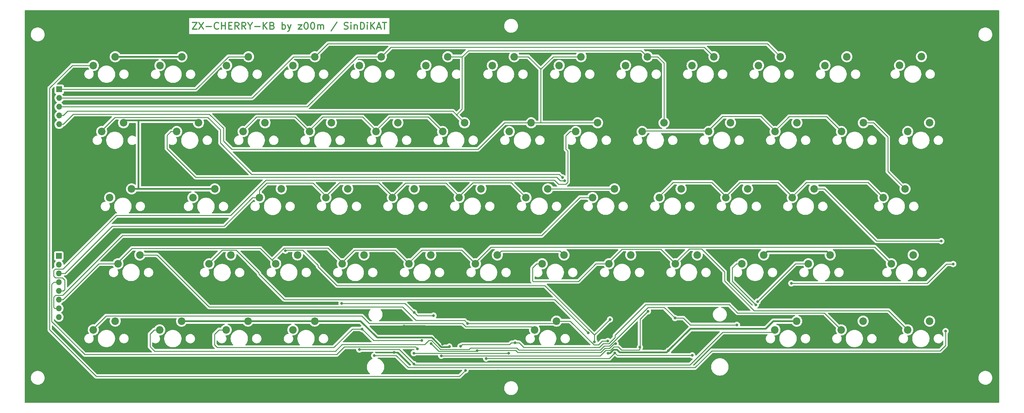
<source format=gtl>
G04 #@! TF.GenerationSoftware,KiCad,Pcbnew,6.0.11+dfsg-1*
G04 #@! TF.CreationDate,2025-04-29T08:55:14+02:00*
G04 #@! TF.ProjectId,zx-cherry-keyboard,7a782d63-6865-4727-9279-2d6b6579626f,1.1*
G04 #@! TF.SameCoordinates,Original*
G04 #@! TF.FileFunction,Copper,L1,Top*
G04 #@! TF.FilePolarity,Positive*
%FSLAX46Y46*%
G04 Gerber Fmt 4.6, Leading zero omitted, Abs format (unit mm)*
G04 Created by KiCad (PCBNEW 6.0.11+dfsg-1) date 2025-04-29 08:55:14*
%MOMM*%
%LPD*%
G01*
G04 APERTURE LIST*
%ADD10C,0.300000*%
G04 #@! TA.AperFunction,NonConductor*
%ADD11C,0.300000*%
G04 #@! TD*
G04 #@! TA.AperFunction,ComponentPad*
%ADD12C,2.200000*%
G04 #@! TD*
G04 #@! TA.AperFunction,ComponentPad*
%ADD13R,1.700000X1.700000*%
G04 #@! TD*
G04 #@! TA.AperFunction,ComponentPad*
%ADD14O,1.700000X1.700000*%
G04 #@! TD*
G04 #@! TA.AperFunction,ViaPad*
%ADD15C,0.800000*%
G04 #@! TD*
G04 #@! TA.AperFunction,Conductor*
%ADD16C,0.500000*%
G04 #@! TD*
G04 #@! TA.AperFunction,Conductor*
%ADD17C,0.250000*%
G04 #@! TD*
G04 APERTURE END LIST*
D10*
D11*
X116657142Y-90504761D02*
X117990476Y-90504761D01*
X116657142Y-92504761D01*
X117990476Y-92504761D01*
X118561904Y-90504761D02*
X119895238Y-92504761D01*
X119895238Y-90504761D02*
X118561904Y-92504761D01*
X120657142Y-91742857D02*
X122180952Y-91742857D01*
X124276190Y-92314285D02*
X124180952Y-92409523D01*
X123895238Y-92504761D01*
X123704761Y-92504761D01*
X123419047Y-92409523D01*
X123228571Y-92219047D01*
X123133333Y-92028571D01*
X123038095Y-91647619D01*
X123038095Y-91361904D01*
X123133333Y-90980952D01*
X123228571Y-90790476D01*
X123419047Y-90600000D01*
X123704761Y-90504761D01*
X123895238Y-90504761D01*
X124180952Y-90600000D01*
X124276190Y-90695238D01*
X125133333Y-92504761D02*
X125133333Y-90504761D01*
X125133333Y-91457142D02*
X126276190Y-91457142D01*
X126276190Y-92504761D02*
X126276190Y-90504761D01*
X127228571Y-91457142D02*
X127895238Y-91457142D01*
X128180952Y-92504761D02*
X127228571Y-92504761D01*
X127228571Y-90504761D01*
X128180952Y-90504761D01*
X130180952Y-92504761D02*
X129514285Y-91552380D01*
X129038095Y-92504761D02*
X129038095Y-90504761D01*
X129800000Y-90504761D01*
X129990476Y-90600000D01*
X130085714Y-90695238D01*
X130180952Y-90885714D01*
X130180952Y-91171428D01*
X130085714Y-91361904D01*
X129990476Y-91457142D01*
X129800000Y-91552380D01*
X129038095Y-91552380D01*
X132180952Y-92504761D02*
X131514285Y-91552380D01*
X131038095Y-92504761D02*
X131038095Y-90504761D01*
X131800000Y-90504761D01*
X131990476Y-90600000D01*
X132085714Y-90695238D01*
X132180952Y-90885714D01*
X132180952Y-91171428D01*
X132085714Y-91361904D01*
X131990476Y-91457142D01*
X131800000Y-91552380D01*
X131038095Y-91552380D01*
X133419047Y-91552380D02*
X133419047Y-92504761D01*
X132752380Y-90504761D02*
X133419047Y-91552380D01*
X134085714Y-90504761D01*
X134752380Y-91742857D02*
X136276190Y-91742857D01*
X137228571Y-92504761D02*
X137228571Y-90504761D01*
X138371428Y-92504761D02*
X137514285Y-91361904D01*
X138371428Y-90504761D02*
X137228571Y-91647619D01*
X139895238Y-91457142D02*
X140180952Y-91552380D01*
X140276190Y-91647619D01*
X140371428Y-91838095D01*
X140371428Y-92123809D01*
X140276190Y-92314285D01*
X140180952Y-92409523D01*
X139990476Y-92504761D01*
X139228571Y-92504761D01*
X139228571Y-90504761D01*
X139895238Y-90504761D01*
X140085714Y-90600000D01*
X140180952Y-90695238D01*
X140276190Y-90885714D01*
X140276190Y-91076190D01*
X140180952Y-91266666D01*
X140085714Y-91361904D01*
X139895238Y-91457142D01*
X139228571Y-91457142D01*
X142752380Y-92504761D02*
X142752380Y-90504761D01*
X142752380Y-91266666D02*
X142942857Y-91171428D01*
X143323809Y-91171428D01*
X143514285Y-91266666D01*
X143609523Y-91361904D01*
X143704761Y-91552380D01*
X143704761Y-92123809D01*
X143609523Y-92314285D01*
X143514285Y-92409523D01*
X143323809Y-92504761D01*
X142942857Y-92504761D01*
X142752380Y-92409523D01*
X144371428Y-91171428D02*
X144847619Y-92504761D01*
X145323809Y-91171428D02*
X144847619Y-92504761D01*
X144657142Y-92980952D01*
X144561904Y-93076190D01*
X144371428Y-93171428D01*
X147419047Y-91171428D02*
X148466666Y-91171428D01*
X147419047Y-92504761D01*
X148466666Y-92504761D01*
X149609523Y-90504761D02*
X149800000Y-90504761D01*
X149990476Y-90600000D01*
X150085714Y-90695238D01*
X150180952Y-90885714D01*
X150276190Y-91266666D01*
X150276190Y-91742857D01*
X150180952Y-92123809D01*
X150085714Y-92314285D01*
X149990476Y-92409523D01*
X149800000Y-92504761D01*
X149609523Y-92504761D01*
X149419047Y-92409523D01*
X149323809Y-92314285D01*
X149228571Y-92123809D01*
X149133333Y-91742857D01*
X149133333Y-91266666D01*
X149228571Y-90885714D01*
X149323809Y-90695238D01*
X149419047Y-90600000D01*
X149609523Y-90504761D01*
X151514285Y-90504761D02*
X151704761Y-90504761D01*
X151895238Y-90600000D01*
X151990476Y-90695238D01*
X152085714Y-90885714D01*
X152180952Y-91266666D01*
X152180952Y-91742857D01*
X152085714Y-92123809D01*
X151990476Y-92314285D01*
X151895238Y-92409523D01*
X151704761Y-92504761D01*
X151514285Y-92504761D01*
X151323809Y-92409523D01*
X151228571Y-92314285D01*
X151133333Y-92123809D01*
X151038095Y-91742857D01*
X151038095Y-91266666D01*
X151133333Y-90885714D01*
X151228571Y-90695238D01*
X151323809Y-90600000D01*
X151514285Y-90504761D01*
X153038095Y-92504761D02*
X153038095Y-91171428D01*
X153038095Y-91361904D02*
X153133333Y-91266666D01*
X153323809Y-91171428D01*
X153609523Y-91171428D01*
X153800000Y-91266666D01*
X153895238Y-91457142D01*
X153895238Y-92504761D01*
X153895238Y-91457142D02*
X153990476Y-91266666D01*
X154180952Y-91171428D01*
X154466666Y-91171428D01*
X154657142Y-91266666D01*
X154752380Y-91457142D01*
X154752380Y-92504761D01*
X158657142Y-90409523D02*
X156942857Y-92980952D01*
X160752380Y-92409523D02*
X161038095Y-92504761D01*
X161514285Y-92504761D01*
X161704761Y-92409523D01*
X161800000Y-92314285D01*
X161895238Y-92123809D01*
X161895238Y-91933333D01*
X161800000Y-91742857D01*
X161704761Y-91647619D01*
X161514285Y-91552380D01*
X161133333Y-91457142D01*
X160942857Y-91361904D01*
X160847619Y-91266666D01*
X160752380Y-91076190D01*
X160752380Y-90885714D01*
X160847619Y-90695238D01*
X160942857Y-90600000D01*
X161133333Y-90504761D01*
X161609523Y-90504761D01*
X161895238Y-90600000D01*
X162752380Y-92504761D02*
X162752380Y-91171428D01*
X162752380Y-90504761D02*
X162657142Y-90600000D01*
X162752380Y-90695238D01*
X162847619Y-90600000D01*
X162752380Y-90504761D01*
X162752380Y-90695238D01*
X163704761Y-91171428D02*
X163704761Y-92504761D01*
X163704761Y-91361904D02*
X163800000Y-91266666D01*
X163990476Y-91171428D01*
X164276190Y-91171428D01*
X164466666Y-91266666D01*
X164561904Y-91457142D01*
X164561904Y-92504761D01*
X165514285Y-92504761D02*
X165514285Y-90504761D01*
X165990476Y-90504761D01*
X166276190Y-90600000D01*
X166466666Y-90790476D01*
X166561904Y-90980952D01*
X166657142Y-91361904D01*
X166657142Y-91647619D01*
X166561904Y-92028571D01*
X166466666Y-92219047D01*
X166276190Y-92409523D01*
X165990476Y-92504761D01*
X165514285Y-92504761D01*
X167514285Y-92504761D02*
X167514285Y-91171428D01*
X167514285Y-90504761D02*
X167419047Y-90600000D01*
X167514285Y-90695238D01*
X167609523Y-90600000D01*
X167514285Y-90504761D01*
X167514285Y-90695238D01*
X168466666Y-92504761D02*
X168466666Y-90504761D01*
X169609523Y-92504761D02*
X168752380Y-91361904D01*
X169609523Y-90504761D02*
X168466666Y-91647619D01*
X170371428Y-91933333D02*
X171323809Y-91933333D01*
X170180952Y-92504761D02*
X170847619Y-90504761D01*
X171514285Y-92504761D01*
X171895238Y-90504761D02*
X173038095Y-90504761D01*
X172466666Y-92504761D02*
X172466666Y-90504761D01*
D12*
X210170000Y-100480000D03*
X203820000Y-103020000D03*
X195710000Y-119680000D03*
X189360000Y-122220000D03*
X326030000Y-158070000D03*
X319680000Y-160610000D03*
X328440000Y-100450000D03*
X322090000Y-102990000D03*
X113530000Y-177300000D03*
X107180000Y-179840000D03*
X200520000Y-138860000D03*
X194170000Y-141400000D03*
X132970000Y-100480000D03*
X126620000Y-103020000D03*
X181120000Y-138860000D03*
X174770000Y-141400000D03*
X176370000Y-119680000D03*
X170020000Y-122220000D03*
X166520000Y-158080000D03*
X160170000Y-160620000D03*
X142520000Y-138880000D03*
X136170000Y-141420000D03*
X292270000Y-119680000D03*
X285920000Y-122220000D03*
X282640000Y-158070000D03*
X276290000Y-160610000D03*
X219920000Y-138860000D03*
X213570000Y-141400000D03*
X323670000Y-138850000D03*
X317320000Y-141390000D03*
X222420000Y-177280000D03*
X216070000Y-179820000D03*
X118470000Y-119680000D03*
X112120000Y-122220000D03*
X287470000Y-100480000D03*
X281120000Y-103020000D03*
X311570000Y-119680000D03*
X305220000Y-122220000D03*
X157070000Y-119680000D03*
X150720000Y-122220000D03*
X306770000Y-100480000D03*
X300420000Y-103020000D03*
X161820000Y-138860000D03*
X155470000Y-141400000D03*
X258620000Y-138860000D03*
X252270000Y-141400000D03*
X152220000Y-177280000D03*
X145870000Y-179820000D03*
X94260000Y-177270000D03*
X87910000Y-179810000D03*
X99020000Y-138870000D03*
X92670000Y-141410000D03*
X137770000Y-119680000D03*
X131420000Y-122220000D03*
X248870000Y-100480000D03*
X242520000Y-103020000D03*
X292220000Y-177290000D03*
X285870000Y-179830000D03*
X244020000Y-158080000D03*
X237670000Y-160620000D03*
X152270000Y-100480000D03*
X145920000Y-103020000D03*
X272970000Y-119680000D03*
X266620000Y-122220000D03*
X127860000Y-158100000D03*
X121510000Y-160640000D03*
X113610000Y-100500000D03*
X107260000Y-103040000D03*
X185920000Y-158080000D03*
X179570000Y-160620000D03*
X297250000Y-138860000D03*
X290900000Y-141400000D03*
X147210000Y-158060000D03*
X140860000Y-160600000D03*
X171570000Y-100480000D03*
X165220000Y-103020000D03*
X253670000Y-119680000D03*
X247320000Y-122220000D03*
X268170000Y-100480000D03*
X261820000Y-103020000D03*
X94270000Y-100480000D03*
X87920000Y-103020000D03*
X215070000Y-119680000D03*
X208720000Y-122220000D03*
X229570000Y-100480000D03*
X223220000Y-103020000D03*
X277950000Y-138860000D03*
X271600000Y-141400000D03*
X101400000Y-158080000D03*
X95050000Y-160620000D03*
X330820000Y-119680000D03*
X324470000Y-122220000D03*
X239260000Y-138860000D03*
X232910000Y-141400000D03*
X224620000Y-158080000D03*
X218270000Y-160620000D03*
X123160000Y-138880000D03*
X116810000Y-141420000D03*
X330820000Y-177290000D03*
X324470000Y-179830000D03*
X263330000Y-158080000D03*
X256980000Y-160620000D03*
X311510000Y-177290000D03*
X305160000Y-179830000D03*
X234370000Y-119680000D03*
X228020000Y-122220000D03*
X301940000Y-158070000D03*
X295590000Y-160610000D03*
X96670000Y-119680000D03*
X90320000Y-122220000D03*
X205260000Y-158080000D03*
X198910000Y-160620000D03*
X190870000Y-100480000D03*
X184520000Y-103020000D03*
X132820000Y-177280000D03*
X126470000Y-179820000D03*
D13*
X78000000Y-109950000D03*
D14*
X78000000Y-112490000D03*
X78000000Y-115030000D03*
X78000000Y-117570000D03*
X78000000Y-120110000D03*
D13*
X77875000Y-158335000D03*
D14*
X77875000Y-160875000D03*
X77875000Y-163415000D03*
X77875000Y-165955000D03*
X77875000Y-168495000D03*
X77875000Y-171035000D03*
X77875000Y-173575000D03*
X77875000Y-176115000D03*
D15*
X191306900Y-184667700D03*
X254973700Y-185857500D03*
X237448700Y-186666200D03*
X179000000Y-110000000D03*
X205500000Y-191800000D03*
X188400000Y-110000000D03*
X279900000Y-182400000D03*
X178140000Y-178729100D03*
X94100000Y-128900000D03*
X174500000Y-175400000D03*
X187328100Y-181843100D03*
X253417800Y-185349600D03*
X304200000Y-110000000D03*
X155400000Y-159300000D03*
X139600000Y-182400000D03*
X205700000Y-181700000D03*
X125300000Y-167500000D03*
X194200000Y-138900000D03*
X257000000Y-157100000D03*
X165200000Y-99000000D03*
X149800000Y-110000000D03*
X120600000Y-148200000D03*
X144700000Y-167500000D03*
X155500000Y-137500000D03*
X165300000Y-181600000D03*
X276600000Y-182400000D03*
X264200000Y-182400000D03*
X265900000Y-175500000D03*
X245500000Y-179000000D03*
X181700000Y-99000000D03*
X217700000Y-100500000D03*
X169100000Y-110000000D03*
X175300000Y-188600000D03*
X276300000Y-157100000D03*
X175300000Y-191900000D03*
X290600000Y-164200000D03*
X281100000Y-98600000D03*
X98900000Y-167500000D03*
X227000000Y-110000000D03*
X272600000Y-182400000D03*
X252500000Y-178634900D03*
X191400000Y-188500000D03*
X124900000Y-131900000D03*
X235300000Y-181100000D03*
X111000000Y-190000000D03*
X130100000Y-118500000D03*
X230700000Y-169000000D03*
X304900000Y-195700000D03*
X175300000Y-186400000D03*
X217900000Y-174100000D03*
X283200000Y-172600000D03*
X174800000Y-137500000D03*
X259031800Y-178634900D03*
X189329800Y-183974600D03*
X145900000Y-99000000D03*
X255865100Y-178634900D03*
X241500000Y-169000000D03*
X217900000Y-169000000D03*
X334200400Y-154029200D03*
X239395900Y-186506400D03*
X201994300Y-188150200D03*
X261866900Y-187221300D03*
X188966000Y-187346400D03*
X248986500Y-174451400D03*
X246665900Y-184879200D03*
X186057100Y-183838900D03*
X239603100Y-183834700D03*
X199360400Y-185850500D03*
X182050800Y-185328500D03*
X165978500Y-179595800D03*
X183346100Y-182938300D03*
X169481400Y-187296200D03*
X335440800Y-180181800D03*
X180981800Y-186588000D03*
X208502400Y-186588000D03*
X165152500Y-185543300D03*
X181042700Y-189799700D03*
X186713900Y-175684500D03*
X160008200Y-172109800D03*
X181082600Y-174762300D03*
X194570500Y-184598400D03*
X210429100Y-183570700D03*
X195984600Y-191600000D03*
X224826300Y-136483500D03*
X231614900Y-180707600D03*
X224173900Y-135555900D03*
X143718300Y-156805500D03*
X237972700Y-176800900D03*
X233446700Y-183289200D03*
X280355600Y-172565900D03*
X280826300Y-171616800D03*
X290627300Y-166310200D03*
X337652600Y-160700000D03*
X256845800Y-176391700D03*
X274837100Y-178385800D03*
X237342500Y-183088200D03*
X196636000Y-177971700D03*
D16*
X254431200Y-186400000D02*
X254973700Y-185857500D01*
X123160000Y-138880000D02*
X101030300Y-138880000D01*
X238033800Y-186666200D02*
X239054900Y-185645100D01*
X237448700Y-186666200D02*
X238033800Y-186666200D01*
X117790000Y-119000000D02*
X118470000Y-119680000D01*
X283200000Y-179500000D02*
X285410000Y-177290000D01*
X101030300Y-138880000D02*
X101020300Y-138870000D01*
X101020300Y-119000000D02*
X117790000Y-119000000D01*
X301940000Y-158070000D02*
X300970000Y-157100000D01*
X191149700Y-184824900D02*
X191306900Y-184667700D01*
X170364200Y-182088000D02*
X186240700Y-182088000D01*
X132820000Y-177280000D02*
X113550000Y-177280000D01*
X240800000Y-186400000D02*
X254431200Y-186400000D01*
X113550000Y-177280000D02*
X113530000Y-177300000D01*
X285410000Y-177290000D02*
X292220000Y-177290000D01*
X261331200Y-179500000D02*
X283200000Y-179500000D01*
X113590000Y-100480000D02*
X113610000Y-100500000D01*
X101020300Y-120852300D02*
X101020300Y-119000000D01*
X94270000Y-100480000D02*
X113590000Y-100480000D01*
X239054900Y-185645100D02*
X240045100Y-185645100D01*
X283610000Y-157100000D02*
X282640000Y-158070000D01*
X101020300Y-138870000D02*
X101020300Y-120852300D01*
X97350000Y-119000000D02*
X96670000Y-119680000D01*
X165556200Y-177280000D02*
X170364200Y-182088000D01*
X152220000Y-177280000D02*
X132820000Y-177280000D01*
X101020300Y-119000000D02*
X97350000Y-119000000D01*
X186240700Y-182088000D02*
X188977600Y-184824900D01*
X188977600Y-184824900D02*
X191149700Y-184824900D01*
X240045100Y-185645100D02*
X240800000Y-186400000D01*
X254973700Y-185857500D02*
X261331200Y-179500000D01*
X101020300Y-138870000D02*
X99020000Y-138870000D01*
X300970000Y-157100000D02*
X283610000Y-157100000D01*
X152220000Y-177280000D02*
X165556200Y-177280000D01*
X255865100Y-178634900D02*
X252500000Y-178634900D01*
X252400000Y-178734900D02*
X252500000Y-178634900D01*
X187328100Y-181843100D02*
X189329800Y-183844800D01*
X178140000Y-178729100D02*
X184214100Y-178729100D01*
X184214100Y-178729100D02*
X187328100Y-181843100D01*
X253417800Y-185349600D02*
X252400000Y-184331800D01*
X259031800Y-178634900D02*
X255865100Y-178634900D01*
X189329800Y-183844800D02*
X189329800Y-183974600D01*
X252400000Y-184331800D02*
X252400000Y-178734900D01*
D17*
X78000000Y-115030000D02*
X150033200Y-115030000D01*
X265390000Y-97700000D02*
X268170000Y-100480000D01*
X174350000Y-97700000D02*
X265390000Y-97700000D01*
X171570000Y-100480000D02*
X174350000Y-97700000D01*
X164583200Y-100480000D02*
X171570000Y-100480000D01*
X150033200Y-115030000D02*
X164583200Y-100480000D01*
X152270000Y-100480000D02*
X156050000Y-96700000D01*
X283690000Y-96700000D02*
X287470000Y-100480000D01*
X315404100Y-154029200D02*
X334200400Y-154029200D01*
X146034500Y-100480000D02*
X152270000Y-100480000D01*
X239395900Y-186506400D02*
X240110800Y-187221300D01*
X201994300Y-188150200D02*
X237752100Y-188150200D01*
X297250000Y-138860000D02*
X300234900Y-138860000D01*
X240110800Y-187221300D02*
X261866900Y-187221300D01*
X237752100Y-188150200D02*
X239395900Y-186506400D01*
X134024500Y-112490000D02*
X146034500Y-100480000D01*
X300234900Y-138860000D02*
X315404100Y-154029200D01*
X78000000Y-112490000D02*
X134024500Y-112490000D01*
X156050000Y-96700000D02*
X283690000Y-96700000D01*
X121600000Y-117200000D02*
X82085300Y-117200000D01*
X229570000Y-100480000D02*
X221451400Y-100480000D01*
X125700000Y-121300000D02*
X121600000Y-117200000D01*
X221451400Y-100480000D02*
X217835000Y-104096400D01*
X219920000Y-138860000D02*
X239260000Y-138860000D01*
X205260000Y-158080000D02*
X206440000Y-156900000D01*
X199630300Y-127369700D02*
X128069700Y-127369700D01*
X128069700Y-127369700D02*
X125700000Y-125000000D01*
X234370000Y-119680000D02*
X217835000Y-119680000D01*
X79175300Y-120110000D02*
X78000000Y-120110000D01*
X206440000Y-156900000D02*
X223440000Y-156900000D01*
X217835000Y-104096400D02*
X214218600Y-100480000D01*
X215070000Y-119680000D02*
X207320000Y-119680000D01*
X207320000Y-119680000D02*
X199630300Y-127369700D01*
X82085300Y-117200000D02*
X79175300Y-120110000D01*
X223440000Y-156900000D02*
X224620000Y-158080000D01*
X214218600Y-100480000D02*
X210170000Y-100480000D01*
X217835000Y-119680000D02*
X217835000Y-104096400D01*
X125700000Y-125000000D02*
X125700000Y-121300000D01*
X217835000Y-119680000D02*
X215070000Y-119680000D01*
X246700000Y-176737900D02*
X248986500Y-174451400D01*
X247090000Y-98700000D02*
X248870000Y-100480000D01*
X241300000Y-185700000D02*
X246400000Y-185700000D01*
X238086828Y-185800000D02*
X239086828Y-184800000D01*
X190870000Y-100480000D02*
X195031300Y-100480000D01*
X188966000Y-187346400D02*
X235153600Y-187346400D01*
X253670000Y-102326900D02*
X251823100Y-100480000D01*
X195031300Y-115688300D02*
X193374800Y-117344800D01*
X246700000Y-184913300D02*
X246700000Y-176737900D01*
X246665900Y-184879200D02*
X246700000Y-184913300D01*
X239086828Y-184800000D02*
X240400000Y-184800000D01*
X240400000Y-184800000D02*
X241300000Y-185700000D01*
X192330000Y-116300000D02*
X80445300Y-116300000D01*
X195031300Y-100480000D02*
X195031300Y-115688300D01*
X80445300Y-116300000D02*
X79175300Y-117570000D01*
X195031300Y-100480000D02*
X196811300Y-98700000D01*
X246665900Y-185434100D02*
X246665900Y-184879200D01*
X235153600Y-187346400D02*
X236700000Y-185800000D01*
X193374800Y-117344800D02*
X192330000Y-116300000D01*
X253670000Y-119680000D02*
X253670000Y-102326900D01*
X195710000Y-119680000D02*
X193374800Y-117344800D01*
X196811300Y-98700000D02*
X247090000Y-98700000D01*
X79175300Y-117570000D02*
X78000000Y-117570000D01*
X246400000Y-185700000D02*
X246665900Y-185434100D01*
X236700000Y-185800000D02*
X238086828Y-185800000D01*
X251823100Y-100480000D02*
X248870000Y-100480000D01*
X185140000Y-118000000D02*
X173925200Y-118000000D01*
X131420000Y-121917700D02*
X135337700Y-118000000D01*
X150522800Y-122022700D02*
X150720000Y-122220000D01*
X189360000Y-122220000D02*
X185140000Y-118000000D01*
X170020000Y-121905200D02*
X166114800Y-118000000D01*
X146500100Y-118000000D02*
X150522800Y-122022700D01*
X170020000Y-121905200D02*
X170020000Y-122220000D01*
X166114800Y-118000000D02*
X154545500Y-118000000D01*
X131420000Y-122220000D02*
X131420000Y-121917700D01*
X135337700Y-118000000D02*
X146500100Y-118000000D01*
X173925200Y-118000000D02*
X170020000Y-121905200D01*
X154545500Y-118000000D02*
X150522800Y-122022700D01*
X188218200Y-186000000D02*
X186057100Y-183838900D01*
X199410900Y-185800000D02*
X210600000Y-185800000D01*
X235275950Y-186400000D02*
X236475950Y-185200000D01*
X199360400Y-185850500D02*
X199410900Y-185800000D01*
X199360400Y-185850500D02*
X199210900Y-186000000D01*
X236475950Y-185200000D02*
X237848800Y-185200000D01*
X239214100Y-183834700D02*
X239603100Y-183834700D01*
X210600000Y-185800000D02*
X211200000Y-186400000D01*
X211200000Y-186400000D02*
X235275950Y-186400000D01*
X237848800Y-185200000D02*
X239214100Y-183834700D01*
X199210900Y-186000000D02*
X188218200Y-186000000D01*
X77875000Y-165955000D02*
X76445000Y-165955000D01*
X181504000Y-184781700D02*
X182050800Y-185328500D01*
X76445000Y-165955000D02*
X75800000Y-166600000D01*
X158600000Y-187000000D02*
X160818300Y-184781700D01*
X75800000Y-166600000D02*
X75800000Y-177400000D01*
X160818300Y-184781700D02*
X181504000Y-184781700D01*
X75800000Y-177400000D02*
X85400000Y-187000000D01*
X85400000Y-187000000D02*
X158600000Y-187000000D01*
X209270000Y-137100000D02*
X198114700Y-137100000D01*
X79685000Y-163415000D02*
X93400000Y-149700000D01*
X151687000Y-137200000D02*
X155470000Y-140983000D01*
X174770000Y-141400000D02*
X174770000Y-141025300D01*
X190325300Y-137200000D02*
X194170000Y-141044700D01*
X136170000Y-139330000D02*
X138300000Y-137200000D01*
X125869100Y-149700000D02*
X134149100Y-141420000D01*
X170844700Y-137100000D02*
X159353000Y-137100000D01*
X213570000Y-141400000D02*
X209270000Y-137100000D01*
X178595300Y-137200000D02*
X190325300Y-137200000D01*
X194170000Y-141044700D02*
X194170000Y-141400000D01*
X198114700Y-137100000D02*
X194170000Y-141044700D01*
X155470000Y-140983000D02*
X155470000Y-141400000D01*
X174770000Y-141025300D02*
X178595300Y-137200000D01*
X134149100Y-141420000D02*
X136170000Y-141420000D01*
X174770000Y-141025300D02*
X170844700Y-137100000D01*
X138300000Y-137200000D02*
X151687000Y-137200000D01*
X159353000Y-137100000D02*
X155470000Y-140983000D01*
X77875000Y-163415000D02*
X79685000Y-163415000D01*
X93400000Y-149700000D02*
X125869100Y-149700000D01*
X136170000Y-141420000D02*
X136170000Y-139330000D01*
X175604600Y-156654600D02*
X163756700Y-156654600D01*
X179570000Y-160329600D02*
X179570000Y-160620000D01*
X79050300Y-171035000D02*
X89465300Y-160620000D01*
X160170000Y-160241300D02*
X160170000Y-160620000D01*
X194916600Y-156626600D02*
X183273000Y-156626600D01*
X183273000Y-156626600D02*
X179570000Y-160329600D01*
X314870000Y-155800000D02*
X203367500Y-155800000D01*
X319680000Y-160610000D02*
X314870000Y-155800000D01*
X179570000Y-160620000D02*
X175604600Y-156654600D01*
X163756700Y-156654600D02*
X160170000Y-160241300D01*
X89465300Y-160620000D02*
X95050000Y-160620000D01*
X95050000Y-160232000D02*
X99110600Y-156171400D01*
X99110600Y-156171400D02*
X136431400Y-156171400D01*
X139822100Y-159562000D02*
X143304700Y-156079400D01*
X198728800Y-160438700D02*
X194916600Y-156626600D01*
X139822100Y-159562000D02*
X140860000Y-160600000D01*
X198910000Y-160620000D02*
X198728800Y-160438700D01*
X156008100Y-156079400D02*
X160170000Y-160241300D01*
X136431400Y-156171400D02*
X139822100Y-159562000D01*
X95050000Y-160620000D02*
X95050000Y-160232000D01*
X77875000Y-171035000D02*
X79050300Y-171035000D01*
X203367500Y-155800000D02*
X198728800Y-160438700D01*
X143304700Y-156079400D02*
X156008100Y-156079400D01*
X247320000Y-122220000D02*
X247496500Y-122043500D01*
X221800000Y-136300000D02*
X223000000Y-137500000D01*
X138047100Y-136300000D02*
X221800000Y-136300000D01*
X270687000Y-117800000D02*
X281733800Y-117800000D01*
X266443500Y-122043500D02*
X270687000Y-117800000D01*
X127739400Y-146607700D02*
X138047100Y-136300000D01*
X77875000Y-168495000D02*
X79205000Y-168495000D01*
X225165000Y-123474700D02*
X226419700Y-122220000D01*
X79600000Y-165400000D02*
X78885000Y-164685000D01*
X76400000Y-164200000D02*
X76400000Y-162600000D01*
X305220000Y-122220000D02*
X300900000Y-117900000D01*
X94592300Y-146607700D02*
X127739400Y-146607700D01*
X290006200Y-117900000D02*
X285920000Y-121986200D01*
X223000000Y-137500000D02*
X225100000Y-137500000D01*
X79600000Y-168100000D02*
X79600000Y-165400000D01*
X79055000Y-162145000D02*
X94592300Y-146607700D01*
X76400000Y-162600000D02*
X76855000Y-162145000D01*
X266443500Y-122043500D02*
X266620000Y-122220000D01*
X78885000Y-164685000D02*
X76885000Y-164685000D01*
X300900000Y-117900000D02*
X290006200Y-117900000D01*
X76885000Y-164685000D02*
X76400000Y-164200000D01*
X247496500Y-122043500D02*
X266443500Y-122043500D01*
X285920000Y-121986200D02*
X285920000Y-122220000D01*
X225700000Y-136900000D02*
X225700000Y-127878600D01*
X225700000Y-127878600D02*
X225165000Y-127343600D01*
X225165000Y-127343600D02*
X225165000Y-123474700D01*
X79205000Y-168495000D02*
X79600000Y-168100000D01*
X76855000Y-162145000D02*
X79055000Y-162145000D01*
X281733800Y-117800000D02*
X285920000Y-121986200D01*
X225100000Y-137500000D02*
X225700000Y-136900000D01*
X226419700Y-122220000D02*
X228020000Y-122220000D01*
X195171800Y-177971800D02*
X196100000Y-178900000D01*
X260989600Y-156300000D02*
X264594100Y-156300000D01*
X91641700Y-175798200D02*
X165863850Y-175798200D01*
X87910000Y-179810000D02*
X87910000Y-179529900D01*
X241498300Y-156400000D02*
X252760000Y-156400000D01*
X87910000Y-179529900D02*
X91641700Y-175798200D01*
X168037450Y-177971800D02*
X195171800Y-177971800D01*
X256824800Y-160464800D02*
X256980000Y-160620000D01*
X237670000Y-160620000D02*
X237670000Y-160228300D01*
X233885200Y-160620000D02*
X237670000Y-160620000D01*
X271266300Y-162972200D02*
X271266300Y-165666300D01*
X215469800Y-165581800D02*
X215657100Y-165769100D01*
X165863850Y-175798200D02*
X168037450Y-177971800D01*
X215150000Y-178900000D02*
X216070000Y-179820000D01*
X252760000Y-156400000D02*
X256824800Y-160464800D01*
X318872000Y-174232000D02*
X324470000Y-179830000D01*
X237670000Y-160228300D02*
X241498300Y-156400000D01*
X264594100Y-156300000D02*
X271266300Y-162972200D01*
X216704700Y-160620000D02*
X215469800Y-161854900D01*
X196100000Y-178900000D02*
X215150000Y-178900000D01*
X271266300Y-165666300D02*
X279832000Y-174232000D01*
X256824800Y-160464800D02*
X260989600Y-156300000D01*
X228736100Y-165769100D02*
X233885200Y-160620000D01*
X215469800Y-161854900D02*
X215469800Y-165581800D01*
X279832000Y-174232000D02*
X318872000Y-174232000D01*
X215657100Y-165769100D02*
X228736100Y-165769100D01*
X218270000Y-160620000D02*
X216704700Y-160620000D01*
X218127700Y-152444200D02*
X229171900Y-141400000D01*
X76675000Y-173575000D02*
X76400000Y-173300000D01*
X290900000Y-141121100D02*
X286778900Y-137000000D01*
X295021100Y-137000000D02*
X312930000Y-137000000D01*
X256305200Y-137000000D02*
X267511700Y-137000000D01*
X290900000Y-141121100D02*
X295021100Y-137000000D01*
X76935000Y-169765000D02*
X79015500Y-169765000D01*
X252270000Y-141035200D02*
X256305200Y-137000000D01*
X267511700Y-137000000D02*
X271600000Y-141088300D01*
X290900000Y-141400000D02*
X290900000Y-141121100D01*
X275688300Y-137000000D02*
X271600000Y-141088300D01*
X229171900Y-141400000D02*
X232910000Y-141400000D01*
X76400000Y-173300000D02*
X76400000Y-170300000D01*
X312930000Y-137000000D02*
X317320000Y-141390000D01*
X96336300Y-152444200D02*
X218127700Y-152444200D01*
X271600000Y-141088300D02*
X271600000Y-141400000D01*
X252270000Y-141400000D02*
X252270000Y-141035200D01*
X76400000Y-170300000D02*
X76935000Y-169765000D01*
X79015500Y-169765000D02*
X96336300Y-152444200D01*
X77875000Y-173575000D02*
X76675000Y-173575000D01*
X286778900Y-137000000D02*
X275688300Y-137000000D01*
X123100000Y-181100000D02*
X123100000Y-184165900D01*
X123100000Y-184165900D02*
X123899700Y-184965600D01*
X126470000Y-179820000D02*
X124380000Y-179820000D01*
X163113000Y-179595800D02*
X165978500Y-179595800D01*
X157743200Y-184965600D02*
X163113000Y-179595800D01*
X169321000Y-182938300D02*
X183346100Y-182938300D01*
X165978500Y-179595800D02*
X169321000Y-182938300D01*
X124380000Y-179820000D02*
X123100000Y-181100000D01*
X123899700Y-184965600D02*
X157743200Y-184965600D01*
X333829700Y-185910300D02*
X335440800Y-184299200D01*
X169481400Y-187296200D02*
X175896200Y-187296200D01*
X267548100Y-185910300D02*
X333829700Y-185910300D01*
X335440800Y-184299200D02*
X335440800Y-180181800D01*
X262658400Y-190800000D02*
X267548100Y-185910300D01*
X175896200Y-187296200D02*
X179400000Y-190800000D01*
X179400000Y-190800000D02*
X262658400Y-190800000D01*
X180981800Y-186588000D02*
X208502400Y-186588000D01*
X285200000Y-180500000D02*
X270700000Y-180500000D01*
X181042700Y-189799700D02*
X176786300Y-185543300D01*
X270700000Y-180500000D02*
X261200000Y-190000000D01*
X181243000Y-190000000D02*
X181042700Y-189799700D01*
X261200000Y-190000000D02*
X181243000Y-190000000D01*
X176786300Y-185543300D02*
X165152500Y-185543300D01*
X285870000Y-179830000D02*
X285200000Y-180500000D01*
X178430100Y-172109800D02*
X181082600Y-174762300D01*
X181082600Y-174762300D02*
X182020300Y-175700000D01*
X186698400Y-175700000D02*
X186713900Y-175684500D01*
X182020300Y-175700000D02*
X186698400Y-175700000D01*
X160008200Y-172109800D02*
X178430100Y-172109800D01*
X305160000Y-179830000D02*
X300234100Y-174904100D01*
X208800000Y-184100000D02*
X209329300Y-183570700D01*
X237642405Y-183813600D02*
X235986400Y-183813600D01*
X272619700Y-172500000D02*
X248300000Y-172500000D01*
X195068900Y-184100000D02*
X208800000Y-184100000D01*
X194570500Y-184598400D02*
X195068900Y-184100000D01*
X234872400Y-184927600D02*
X212927600Y-184927600D01*
X275023800Y-174904100D02*
X272619700Y-172500000D01*
X209329300Y-183570700D02*
X210429100Y-183570700D01*
X239400000Y-182056005D02*
X237642405Y-183813600D01*
X239400000Y-181400000D02*
X239400000Y-182056005D01*
X211570700Y-183570700D02*
X210429100Y-183570700D01*
X248300000Y-172500000D02*
X239400000Y-181400000D01*
X300234100Y-174904100D02*
X275023800Y-174904100D01*
X235986400Y-183813600D02*
X234872400Y-184927600D01*
X212927600Y-184927600D02*
X211570700Y-183570700D01*
X195984600Y-191600000D02*
X194232800Y-193351800D01*
X81780000Y-103020000D02*
X87920000Y-103020000D01*
X75200000Y-179800000D02*
X75200000Y-109600000D01*
X75200000Y-109600000D02*
X81780000Y-103020000D01*
X88751800Y-193351800D02*
X75200000Y-179800000D01*
X194232800Y-193351800D02*
X88751800Y-193351800D01*
X222496347Y-135500000D02*
X117614100Y-135500000D01*
X117614100Y-135500000D02*
X109268600Y-127154500D01*
X109268600Y-123394400D02*
X110443000Y-122220000D01*
X224826300Y-136483500D02*
X224809800Y-136500000D01*
X110443000Y-122220000D02*
X112120000Y-122220000D01*
X109268600Y-127154500D02*
X109268600Y-123394400D01*
X223496347Y-136500000D02*
X222496347Y-135500000D01*
X224809800Y-136500000D02*
X223496347Y-136500000D01*
X121510000Y-160640000D02*
X121510000Y-160429700D01*
X221952300Y-171045000D02*
X231614900Y-180707600D01*
X143459800Y-171045000D02*
X221952300Y-171045000D01*
X125305000Y-156634700D02*
X129353600Y-156634700D01*
X121510000Y-160429700D02*
X125305000Y-156634700D01*
X136011100Y-163596300D02*
X143459800Y-171045000D01*
X129353600Y-156634700D02*
X136011100Y-163292200D01*
X136011100Y-163292200D02*
X136011100Y-163596300D01*
X90320000Y-122220000D02*
X90320000Y-121900300D01*
X124800000Y-125500000D02*
X133900000Y-134600000D01*
X133900000Y-134600000D02*
X223218000Y-134600000D01*
X223218000Y-134600000D02*
X224173900Y-135555900D01*
X90320000Y-121900300D02*
X94120300Y-118100000D01*
X121200000Y-118100000D02*
X124800000Y-121700000D01*
X124800000Y-121700000D02*
X124800000Y-125500000D01*
X94120300Y-118100000D02*
X121200000Y-118100000D01*
X233446700Y-181326900D02*
X219076200Y-166956400D01*
X233446700Y-181326900D02*
X233446700Y-183289200D01*
X153162800Y-161439000D02*
X153162800Y-161069600D01*
X153162800Y-161069600D02*
X148710600Y-156617400D01*
X148710600Y-156617400D02*
X143906400Y-156617400D01*
X237972700Y-176800900D02*
X233446700Y-181326900D01*
X158680200Y-166956400D02*
X153162800Y-161439000D01*
X143906400Y-156617400D02*
X143718300Y-156805500D01*
X219076200Y-166956400D02*
X158680200Y-166956400D01*
X273474600Y-165684900D02*
X280355600Y-172565900D01*
X273474600Y-161840800D02*
X273474600Y-165684900D01*
X276290000Y-160610000D02*
X274705400Y-160610000D01*
X274705400Y-160610000D02*
X273474600Y-161840800D01*
X291833100Y-160610000D02*
X280826300Y-171616800D01*
X295590000Y-160610000D02*
X291833100Y-160610000D01*
X330119800Y-166310200D02*
X290627300Y-166310200D01*
X335730000Y-160700000D02*
X330119800Y-166310200D01*
X337652600Y-160700000D02*
X335730000Y-160700000D01*
X185300000Y-182900000D02*
X186144000Y-182900000D01*
X235100000Y-185700000D02*
X236300000Y-184500000D01*
X253754100Y-173300000D02*
X256845800Y-176391700D01*
X158203600Y-186000000D02*
X160134700Y-184068900D01*
X105638200Y-186000000D02*
X158203600Y-186000000D01*
X197424500Y-185096500D02*
X210896500Y-185096500D01*
X210896500Y-185096500D02*
X211500000Y-185700000D01*
X211500000Y-185700000D02*
X235100000Y-185700000D01*
X188744000Y-185500000D02*
X197021000Y-185500000D01*
X256845800Y-176391700D02*
X259291700Y-176391700D01*
X107180000Y-179840000D02*
X105580500Y-179840000D01*
X237800000Y-184500000D02*
X249000000Y-173300000D01*
X197021000Y-185500000D02*
X197424500Y-185096500D01*
X104358100Y-184719900D02*
X105638200Y-186000000D01*
X160134700Y-184068900D02*
X184131100Y-184068900D01*
X249000000Y-173300000D02*
X253754100Y-173300000D01*
X105580500Y-179840000D02*
X104358100Y-181062400D01*
X236300000Y-184500000D02*
X237800000Y-184500000D01*
X186144000Y-182900000D02*
X188744000Y-185500000D01*
X259291700Y-176391700D02*
X261285800Y-178385800D01*
X261285800Y-178385800D02*
X274837100Y-178385800D01*
X104358100Y-181062400D02*
X104358100Y-184719900D01*
X184131100Y-184068900D02*
X185300000Y-182900000D01*
X196636000Y-177971700D02*
X195735500Y-177071200D01*
X235711800Y-183088200D02*
X234600000Y-184200000D01*
X314499900Y-119680000D02*
X318650000Y-123830100D01*
X237342500Y-183088200D02*
X235711800Y-183088200D01*
X195735500Y-177071200D02*
X181586500Y-177071200D01*
X226411800Y-177280000D02*
X222420000Y-177280000D01*
X127142500Y-100480000D02*
X117672500Y-109950000D01*
X177689900Y-173174600D02*
X121503900Y-173174600D01*
X222420000Y-177280000D02*
X221728300Y-177971700D01*
X221728300Y-177971700D02*
X196636000Y-177971700D01*
X318650000Y-123830100D02*
X318650000Y-133830000D01*
X117672500Y-109950000D02*
X78000000Y-109950000D01*
X318650000Y-133830000D02*
X323670000Y-138850000D01*
X106409300Y-158080000D02*
X101400000Y-158080000D01*
X311570000Y-119680000D02*
X314499900Y-119680000D01*
X181586500Y-177071200D02*
X177689900Y-173174600D01*
X132970000Y-100480000D02*
X127142500Y-100480000D01*
X234600000Y-184200000D02*
X233331800Y-184200000D01*
X233331800Y-184200000D02*
X226411800Y-177280000D01*
X121503900Y-173174600D02*
X106409300Y-158080000D01*
G04 #@! TA.AperFunction,Conductor*
G36*
X350942121Y-87020002D02*
G01*
X350988614Y-87073658D01*
X351000000Y-87126000D01*
X351000000Y-200874000D01*
X350979998Y-200942121D01*
X350926342Y-200988614D01*
X350874000Y-201000000D01*
X68126000Y-201000000D01*
X68057879Y-200979998D01*
X68011386Y-200926342D01*
X68000000Y-200874000D01*
X68000000Y-196728918D01*
X207236917Y-196728918D01*
X207237334Y-196736156D01*
X207252682Y-197002320D01*
X207305405Y-197271053D01*
X207306792Y-197275103D01*
X207306793Y-197275108D01*
X207392723Y-197526088D01*
X207394112Y-197530144D01*
X207423238Y-197588054D01*
X207492837Y-197726437D01*
X207517160Y-197774799D01*
X207519586Y-197778328D01*
X207519589Y-197778334D01*
X207669843Y-197996953D01*
X207672274Y-198000490D01*
X207856582Y-198203043D01*
X208066675Y-198378707D01*
X208070316Y-198380991D01*
X208295024Y-198521951D01*
X208295028Y-198521953D01*
X208298664Y-198524234D01*
X208366544Y-198554883D01*
X208544345Y-198635164D01*
X208544349Y-198635166D01*
X208548257Y-198636930D01*
X208552377Y-198638150D01*
X208552376Y-198638150D01*
X208806723Y-198713491D01*
X208806727Y-198713492D01*
X208810836Y-198714709D01*
X208815070Y-198715357D01*
X208815075Y-198715358D01*
X209077298Y-198755483D01*
X209077300Y-198755483D01*
X209081540Y-198756132D01*
X209220912Y-198758322D01*
X209351071Y-198760367D01*
X209351077Y-198760367D01*
X209355362Y-198760434D01*
X209627235Y-198727534D01*
X209892127Y-198658041D01*
X209896087Y-198656401D01*
X209896092Y-198656399D01*
X210018632Y-198605641D01*
X210145136Y-198553241D01*
X210381582Y-198415073D01*
X210597089Y-198246094D01*
X210638809Y-198203043D01*
X210784686Y-198052509D01*
X210787669Y-198049431D01*
X210790202Y-198045983D01*
X210790206Y-198045978D01*
X210947257Y-197832178D01*
X210949795Y-197828723D01*
X210977154Y-197778334D01*
X211078418Y-197591830D01*
X211078419Y-197591828D01*
X211080468Y-197588054D01*
X211177269Y-197331877D01*
X211218173Y-197153279D01*
X211237449Y-197069117D01*
X211237450Y-197069113D01*
X211238407Y-197064933D01*
X211246910Y-196969665D01*
X211262531Y-196794627D01*
X211262531Y-196794625D01*
X211262751Y-196792161D01*
X211263193Y-196750000D01*
X211261465Y-196724648D01*
X211244859Y-196481055D01*
X211244858Y-196481049D01*
X211244567Y-196476778D01*
X211189032Y-196208612D01*
X211097617Y-195950465D01*
X210975934Y-195714709D01*
X210973978Y-195710919D01*
X210973978Y-195710918D01*
X210972013Y-195707112D01*
X210962040Y-195692921D01*
X210844726Y-195526000D01*
X210814545Y-195483057D01*
X210628125Y-195282445D01*
X210624810Y-195279731D01*
X210624806Y-195279728D01*
X210419523Y-195111706D01*
X210416205Y-195108990D01*
X210239148Y-195000490D01*
X210186366Y-194968145D01*
X210186365Y-194968145D01*
X210182704Y-194965901D01*
X210178768Y-194964173D01*
X209935873Y-194857549D01*
X209935869Y-194857548D01*
X209931945Y-194855825D01*
X209668566Y-194780800D01*
X209664324Y-194780196D01*
X209664318Y-194780195D01*
X209463834Y-194751662D01*
X209397443Y-194742213D01*
X209253589Y-194741460D01*
X209127877Y-194740802D01*
X209127871Y-194740802D01*
X209123591Y-194740780D01*
X209119347Y-194741339D01*
X209119343Y-194741339D01*
X209000302Y-194757011D01*
X208852078Y-194776525D01*
X208847938Y-194777658D01*
X208847936Y-194777658D01*
X208775008Y-194797609D01*
X208587928Y-194848788D01*
X208583980Y-194850472D01*
X208339982Y-194954546D01*
X208339978Y-194954548D01*
X208336030Y-194956232D01*
X208217414Y-195027222D01*
X208104725Y-195094664D01*
X208104721Y-195094667D01*
X208101043Y-195096868D01*
X207887318Y-195268094D01*
X207782350Y-195378707D01*
X207745787Y-195417237D01*
X207698808Y-195466742D01*
X207539002Y-195689136D01*
X207410857Y-195931161D01*
X207409385Y-195935184D01*
X207409383Y-195935188D01*
X207366872Y-196051355D01*
X207316743Y-196188337D01*
X207258404Y-196455907D01*
X207236917Y-196728918D01*
X68000000Y-196728918D01*
X68000000Y-193728918D01*
X69736917Y-193728918D01*
X69737334Y-193736156D01*
X69752682Y-194002320D01*
X69805405Y-194271053D01*
X69806792Y-194275103D01*
X69806793Y-194275108D01*
X69892723Y-194526088D01*
X69894112Y-194530144D01*
X69923238Y-194588054D01*
X69992837Y-194726437D01*
X70017160Y-194774799D01*
X70019586Y-194778328D01*
X70019589Y-194778334D01*
X70150044Y-194968145D01*
X70172274Y-195000490D01*
X70175161Y-195003663D01*
X70175162Y-195003664D01*
X70271001Y-195108990D01*
X70356582Y-195203043D01*
X70566675Y-195378707D01*
X70570316Y-195380991D01*
X70795024Y-195521951D01*
X70795028Y-195521953D01*
X70798664Y-195524234D01*
X70866544Y-195554883D01*
X71044345Y-195635164D01*
X71044349Y-195635166D01*
X71048257Y-195636930D01*
X71052377Y-195638150D01*
X71052376Y-195638150D01*
X71306723Y-195713491D01*
X71306727Y-195713492D01*
X71310836Y-195714709D01*
X71315070Y-195715357D01*
X71315075Y-195715358D01*
X71577298Y-195755483D01*
X71577300Y-195755483D01*
X71581540Y-195756132D01*
X71720912Y-195758322D01*
X71851071Y-195760367D01*
X71851077Y-195760367D01*
X71855362Y-195760434D01*
X72127235Y-195727534D01*
X72392127Y-195658041D01*
X72396087Y-195656401D01*
X72396092Y-195656399D01*
X72518631Y-195605641D01*
X72645136Y-195553241D01*
X72881582Y-195415073D01*
X73097089Y-195246094D01*
X73138809Y-195203043D01*
X73284686Y-195052509D01*
X73287669Y-195049431D01*
X73290202Y-195045983D01*
X73290206Y-195045978D01*
X73447257Y-194832178D01*
X73449795Y-194828723D01*
X73478440Y-194775965D01*
X73578418Y-194591830D01*
X73578419Y-194591828D01*
X73580468Y-194588054D01*
X73677269Y-194331877D01*
X73718173Y-194153279D01*
X73737449Y-194069117D01*
X73737450Y-194069113D01*
X73738407Y-194064933D01*
X73745160Y-193989273D01*
X73762531Y-193794627D01*
X73762531Y-193794625D01*
X73762751Y-193792161D01*
X73763193Y-193750000D01*
X73761465Y-193724648D01*
X73744859Y-193481055D01*
X73744858Y-193481049D01*
X73744567Y-193476778D01*
X73689032Y-193208612D01*
X73597617Y-192950465D01*
X73522150Y-192804250D01*
X73473978Y-192710919D01*
X73473978Y-192710918D01*
X73472013Y-192707112D01*
X73465819Y-192698298D01*
X73333332Y-192509788D01*
X73314545Y-192483057D01*
X73128125Y-192282445D01*
X73124810Y-192279731D01*
X73124806Y-192279728D01*
X72919523Y-192111706D01*
X72916205Y-192108990D01*
X72682704Y-191965901D01*
X72678768Y-191964173D01*
X72435873Y-191857549D01*
X72435869Y-191857548D01*
X72431945Y-191855825D01*
X72168566Y-191780800D01*
X72164324Y-191780196D01*
X72164318Y-191780195D01*
X71963834Y-191751662D01*
X71897443Y-191742213D01*
X71753589Y-191741460D01*
X71627877Y-191740802D01*
X71627871Y-191740802D01*
X71623591Y-191740780D01*
X71619347Y-191741339D01*
X71619343Y-191741339D01*
X71500302Y-191757011D01*
X71352078Y-191776525D01*
X71347938Y-191777658D01*
X71347936Y-191777658D01*
X71327075Y-191783365D01*
X71087928Y-191848788D01*
X71083980Y-191850472D01*
X70839982Y-191954546D01*
X70839978Y-191954548D01*
X70836030Y-191956232D01*
X70800863Y-191977279D01*
X70604725Y-192094664D01*
X70604721Y-192094667D01*
X70601043Y-192096868D01*
X70387318Y-192268094D01*
X70373411Y-192282749D01*
X70229160Y-192434758D01*
X70198808Y-192466742D01*
X70039002Y-192689136D01*
X69910857Y-192931161D01*
X69909385Y-192935184D01*
X69909383Y-192935188D01*
X69845959Y-193108500D01*
X69816743Y-193188337D01*
X69758404Y-193455907D01*
X69736917Y-193728918D01*
X68000000Y-193728918D01*
X68000000Y-109579943D01*
X74561780Y-109579943D01*
X74562526Y-109587835D01*
X74565941Y-109623961D01*
X74566500Y-109635819D01*
X74566500Y-179721233D01*
X74565973Y-179732416D01*
X74564298Y-179739909D01*
X74564547Y-179747835D01*
X74564547Y-179747836D01*
X74566438Y-179807986D01*
X74566500Y-179811945D01*
X74566500Y-179839856D01*
X74566997Y-179843790D01*
X74566997Y-179843791D01*
X74567005Y-179843856D01*
X74567938Y-179855693D01*
X74569327Y-179899889D01*
X74574978Y-179919339D01*
X74578987Y-179938700D01*
X74581526Y-179958797D01*
X74584445Y-179966168D01*
X74584445Y-179966170D01*
X74597804Y-179999912D01*
X74601649Y-180011142D01*
X74607656Y-180031818D01*
X74613982Y-180053593D01*
X74618015Y-180060412D01*
X74618017Y-180060417D01*
X74624293Y-180071028D01*
X74632988Y-180088776D01*
X74640448Y-180107617D01*
X74645110Y-180114033D01*
X74645110Y-180114034D01*
X74666436Y-180143387D01*
X74672952Y-180153307D01*
X74695458Y-180191362D01*
X74709779Y-180205683D01*
X74722619Y-180220716D01*
X74734528Y-180237107D01*
X74740634Y-180242158D01*
X74768605Y-180265298D01*
X74777384Y-180273288D01*
X88248143Y-193744047D01*
X88255687Y-193752337D01*
X88259800Y-193758818D01*
X88265577Y-193764243D01*
X88309467Y-193805458D01*
X88312309Y-193808213D01*
X88332030Y-193827934D01*
X88335225Y-193830412D01*
X88344247Y-193838118D01*
X88376479Y-193868386D01*
X88383428Y-193872206D01*
X88394232Y-193878146D01*
X88410756Y-193888999D01*
X88426759Y-193901413D01*
X88467343Y-193918976D01*
X88477973Y-193924183D01*
X88516740Y-193945495D01*
X88524417Y-193947466D01*
X88524422Y-193947468D01*
X88536358Y-193950532D01*
X88555066Y-193956937D01*
X88573655Y-193964981D01*
X88581480Y-193966220D01*
X88581482Y-193966221D01*
X88617319Y-193971897D01*
X88628940Y-193974304D01*
X88660759Y-193982473D01*
X88671770Y-193985300D01*
X88692031Y-193985300D01*
X88711740Y-193986851D01*
X88731743Y-193990019D01*
X88739635Y-193989273D01*
X88744862Y-193988779D01*
X88775754Y-193985859D01*
X88787611Y-193985300D01*
X194154033Y-193985300D01*
X194165216Y-193985827D01*
X194172709Y-193987502D01*
X194180635Y-193987253D01*
X194180636Y-193987253D01*
X194240786Y-193985362D01*
X194244745Y-193985300D01*
X194272656Y-193985300D01*
X194276591Y-193984803D01*
X194276656Y-193984795D01*
X194288493Y-193983862D01*
X194320751Y-193982848D01*
X194324770Y-193982722D01*
X194332689Y-193982473D01*
X194352143Y-193976821D01*
X194371500Y-193972813D01*
X194383730Y-193971268D01*
X194383731Y-193971268D01*
X194391597Y-193970274D01*
X194398968Y-193967355D01*
X194398970Y-193967355D01*
X194432712Y-193953996D01*
X194443942Y-193950151D01*
X194478783Y-193940029D01*
X194478784Y-193940029D01*
X194486393Y-193937818D01*
X194493212Y-193933785D01*
X194493217Y-193933783D01*
X194503828Y-193927507D01*
X194521576Y-193918812D01*
X194540417Y-193911352D01*
X194560787Y-193896553D01*
X194576187Y-193885364D01*
X194586107Y-193878848D01*
X194617335Y-193860380D01*
X194617338Y-193860378D01*
X194624162Y-193856342D01*
X194638483Y-193842021D01*
X194653517Y-193829180D01*
X194655232Y-193827934D01*
X194669907Y-193817272D01*
X194698098Y-193783195D01*
X194706088Y-193774416D01*
X194751586Y-193728918D01*
X344986917Y-193728918D01*
X344987334Y-193736156D01*
X345002682Y-194002320D01*
X345055405Y-194271053D01*
X345056792Y-194275103D01*
X345056793Y-194275108D01*
X345142723Y-194526088D01*
X345144112Y-194530144D01*
X345173238Y-194588054D01*
X345242837Y-194726437D01*
X345267160Y-194774799D01*
X345269586Y-194778328D01*
X345269589Y-194778334D01*
X345400044Y-194968145D01*
X345422274Y-195000490D01*
X345425161Y-195003663D01*
X345425162Y-195003664D01*
X345521001Y-195108990D01*
X345606582Y-195203043D01*
X345816675Y-195378707D01*
X345820316Y-195380991D01*
X346045024Y-195521951D01*
X346045028Y-195521953D01*
X346048664Y-195524234D01*
X346116544Y-195554883D01*
X346294345Y-195635164D01*
X346294349Y-195635166D01*
X346298257Y-195636930D01*
X346302377Y-195638150D01*
X346302376Y-195638150D01*
X346556723Y-195713491D01*
X346556727Y-195713492D01*
X346560836Y-195714709D01*
X346565070Y-195715357D01*
X346565075Y-195715358D01*
X346827298Y-195755483D01*
X346827300Y-195755483D01*
X346831540Y-195756132D01*
X346970912Y-195758322D01*
X347101071Y-195760367D01*
X347101077Y-195760367D01*
X347105362Y-195760434D01*
X347377235Y-195727534D01*
X347642127Y-195658041D01*
X347646087Y-195656401D01*
X347646092Y-195656399D01*
X347768631Y-195605641D01*
X347895136Y-195553241D01*
X348131582Y-195415073D01*
X348347089Y-195246094D01*
X348388809Y-195203043D01*
X348534686Y-195052509D01*
X348537669Y-195049431D01*
X348540202Y-195045983D01*
X348540206Y-195045978D01*
X348697257Y-194832178D01*
X348699795Y-194828723D01*
X348728440Y-194775965D01*
X348828418Y-194591830D01*
X348828419Y-194591828D01*
X348830468Y-194588054D01*
X348927269Y-194331877D01*
X348968173Y-194153279D01*
X348987449Y-194069117D01*
X348987450Y-194069113D01*
X348988407Y-194064933D01*
X348995160Y-193989273D01*
X349012531Y-193794627D01*
X349012531Y-193794625D01*
X349012751Y-193792161D01*
X349013193Y-193750000D01*
X349011465Y-193724648D01*
X348994859Y-193481055D01*
X348994858Y-193481049D01*
X348994567Y-193476778D01*
X348939032Y-193208612D01*
X348847617Y-192950465D01*
X348772150Y-192804250D01*
X348723978Y-192710919D01*
X348723978Y-192710918D01*
X348722013Y-192707112D01*
X348715819Y-192698298D01*
X348583332Y-192509788D01*
X348564545Y-192483057D01*
X348378125Y-192282445D01*
X348374810Y-192279731D01*
X348374806Y-192279728D01*
X348169523Y-192111706D01*
X348166205Y-192108990D01*
X347932704Y-191965901D01*
X347928768Y-191964173D01*
X347685873Y-191857549D01*
X347685869Y-191857548D01*
X347681945Y-191855825D01*
X347418566Y-191780800D01*
X347414324Y-191780196D01*
X347414318Y-191780195D01*
X347213834Y-191751662D01*
X347147443Y-191742213D01*
X347003589Y-191741460D01*
X346877877Y-191740802D01*
X346877871Y-191740802D01*
X346873591Y-191740780D01*
X346869347Y-191741339D01*
X346869343Y-191741339D01*
X346750302Y-191757011D01*
X346602078Y-191776525D01*
X346597938Y-191777658D01*
X346597936Y-191777658D01*
X346577075Y-191783365D01*
X346337928Y-191848788D01*
X346333980Y-191850472D01*
X346089982Y-191954546D01*
X346089978Y-191954548D01*
X346086030Y-191956232D01*
X346050863Y-191977279D01*
X345854725Y-192094664D01*
X345854721Y-192094667D01*
X345851043Y-192096868D01*
X345637318Y-192268094D01*
X345623411Y-192282749D01*
X345479160Y-192434758D01*
X345448808Y-192466742D01*
X345289002Y-192689136D01*
X345160857Y-192931161D01*
X345159385Y-192935184D01*
X345159383Y-192935188D01*
X345095959Y-193108500D01*
X345066743Y-193188337D01*
X345008404Y-193455907D01*
X344986917Y-193728918D01*
X194751586Y-193728918D01*
X195935099Y-192545405D01*
X195997411Y-192511379D01*
X196024194Y-192508500D01*
X196080087Y-192508500D01*
X196086539Y-192507128D01*
X196086544Y-192507128D01*
X196173487Y-192488647D01*
X196266888Y-192468794D01*
X196278480Y-192463633D01*
X196435322Y-192393803D01*
X196435324Y-192393802D01*
X196441352Y-192391118D01*
X196595853Y-192278866D01*
X196600275Y-192273955D01*
X196719221Y-192141852D01*
X196719222Y-192141851D01*
X196723640Y-192136944D01*
X196819127Y-191971556D01*
X196878142Y-191789928D01*
X196879102Y-191780800D01*
X196897414Y-191606565D01*
X196898104Y-191600000D01*
X196897414Y-191593432D01*
X196895232Y-191572669D01*
X196908005Y-191502831D01*
X196956508Y-191450985D01*
X197020542Y-191433500D01*
X262579633Y-191433500D01*
X262590816Y-191434027D01*
X262598309Y-191435702D01*
X262606235Y-191435453D01*
X262606236Y-191435453D01*
X262666386Y-191433562D01*
X262670345Y-191433500D01*
X262698256Y-191433500D01*
X262702191Y-191433003D01*
X262702256Y-191432995D01*
X262714093Y-191432062D01*
X262746351Y-191431048D01*
X262750370Y-191430922D01*
X262758289Y-191430673D01*
X262777743Y-191425021D01*
X262797100Y-191421013D01*
X262809330Y-191419468D01*
X262809331Y-191419468D01*
X262817197Y-191418474D01*
X262824568Y-191415555D01*
X262824570Y-191415555D01*
X262858312Y-191402196D01*
X262869542Y-191398351D01*
X262904383Y-191388229D01*
X262904384Y-191388229D01*
X262911993Y-191386018D01*
X262918812Y-191381985D01*
X262918817Y-191381983D01*
X262929428Y-191375707D01*
X262947176Y-191367012D01*
X262966017Y-191359552D01*
X262986387Y-191344753D01*
X263001787Y-191333564D01*
X263011707Y-191327048D01*
X263042935Y-191308580D01*
X263042938Y-191308578D01*
X263049762Y-191304542D01*
X263064083Y-191290221D01*
X263079117Y-191277380D01*
X263080832Y-191276134D01*
X263095507Y-191265472D01*
X263123698Y-191231395D01*
X263131688Y-191222616D01*
X263596483Y-190757821D01*
X267371500Y-190757821D01*
X267411060Y-191070975D01*
X267489557Y-191376702D01*
X267491010Y-191380371D01*
X267491010Y-191380372D01*
X267594172Y-191640928D01*
X267605753Y-191670179D01*
X267607659Y-191673647D01*
X267607660Y-191673648D01*
X267703945Y-191848788D01*
X267757816Y-191946779D01*
X267943346Y-192202140D01*
X268159418Y-192432233D01*
X268162469Y-192434757D01*
X268162470Y-192434758D01*
X268205271Y-192470166D01*
X268402625Y-192633432D01*
X268669131Y-192802562D01*
X268672710Y-192804246D01*
X268672717Y-192804250D01*
X268951144Y-192935267D01*
X268951148Y-192935269D01*
X268954734Y-192936956D01*
X268958506Y-192938182D01*
X268958507Y-192938182D01*
X268996310Y-192950465D01*
X269254928Y-193034495D01*
X269564980Y-193093641D01*
X269801162Y-193108500D01*
X269958838Y-193108500D01*
X270195020Y-193093641D01*
X270505072Y-193034495D01*
X270763690Y-192950465D01*
X270801493Y-192938182D01*
X270801494Y-192938182D01*
X270805266Y-192936956D01*
X270808852Y-192935269D01*
X270808856Y-192935267D01*
X271087283Y-192804250D01*
X271087290Y-192804246D01*
X271090869Y-192802562D01*
X271357375Y-192633432D01*
X271554729Y-192470166D01*
X271597530Y-192434758D01*
X271597531Y-192434757D01*
X271600582Y-192432233D01*
X271816654Y-192202140D01*
X272002184Y-191946779D01*
X272056056Y-191848788D01*
X272152340Y-191673648D01*
X272152341Y-191673647D01*
X272154247Y-191670179D01*
X272165829Y-191640928D01*
X272268990Y-191380372D01*
X272268990Y-191380371D01*
X272270443Y-191376702D01*
X272348940Y-191070975D01*
X272388500Y-190757821D01*
X272388500Y-190442179D01*
X272348940Y-190129025D01*
X272270443Y-189823298D01*
X272154247Y-189529821D01*
X272002184Y-189253221D01*
X271816654Y-188997860D01*
X271600582Y-188767767D01*
X271557569Y-188732183D01*
X271370018Y-188577027D01*
X271357375Y-188566568D01*
X271090869Y-188397438D01*
X271087290Y-188395754D01*
X271087283Y-188395750D01*
X270808856Y-188264733D01*
X270808852Y-188264731D01*
X270805266Y-188263044D01*
X270780202Y-188254900D01*
X270675713Y-188220950D01*
X270505072Y-188165505D01*
X270195020Y-188106359D01*
X269958838Y-188091500D01*
X269801162Y-188091500D01*
X269564980Y-188106359D01*
X269254928Y-188165505D01*
X269084287Y-188220950D01*
X268979799Y-188254900D01*
X268954734Y-188263044D01*
X268951148Y-188264731D01*
X268951144Y-188264733D01*
X268672717Y-188395750D01*
X268672710Y-188395754D01*
X268669131Y-188397438D01*
X268402625Y-188566568D01*
X268389982Y-188577027D01*
X268202432Y-188732183D01*
X268159418Y-188767767D01*
X267943346Y-188997860D01*
X267757816Y-189253221D01*
X267605753Y-189529821D01*
X267489557Y-189823298D01*
X267411060Y-190129025D01*
X267371500Y-190442179D01*
X267371500Y-190757821D01*
X263596483Y-190757821D01*
X267773600Y-186580705D01*
X267835912Y-186546679D01*
X267862695Y-186543800D01*
X333750933Y-186543800D01*
X333762116Y-186544327D01*
X333769609Y-186546002D01*
X333777535Y-186545753D01*
X333777536Y-186545753D01*
X333837686Y-186543862D01*
X333841645Y-186543800D01*
X333869556Y-186543800D01*
X333873491Y-186543303D01*
X333873556Y-186543295D01*
X333885393Y-186542362D01*
X333917651Y-186541348D01*
X333921670Y-186541222D01*
X333929589Y-186540973D01*
X333949043Y-186535321D01*
X333968400Y-186531313D01*
X333980630Y-186529768D01*
X333980631Y-186529768D01*
X333988497Y-186528774D01*
X333995868Y-186525855D01*
X333995870Y-186525855D01*
X334029612Y-186512496D01*
X334040842Y-186508651D01*
X334075683Y-186498529D01*
X334075684Y-186498529D01*
X334083293Y-186496318D01*
X334090112Y-186492285D01*
X334090117Y-186492283D01*
X334100728Y-186486007D01*
X334118476Y-186477312D01*
X334137317Y-186469852D01*
X334173087Y-186443864D01*
X334183007Y-186437348D01*
X334214235Y-186418880D01*
X334214238Y-186418878D01*
X334221062Y-186414842D01*
X334235383Y-186400521D01*
X334250417Y-186387680D01*
X334260394Y-186380431D01*
X334266807Y-186375772D01*
X334294998Y-186341695D01*
X334302988Y-186332916D01*
X335833047Y-184802857D01*
X335841337Y-184795313D01*
X335847818Y-184791200D01*
X335894459Y-184741532D01*
X335897213Y-184738691D01*
X335916934Y-184718970D01*
X335919412Y-184715775D01*
X335927118Y-184706753D01*
X335931680Y-184701895D01*
X335957386Y-184674521D01*
X335965474Y-184659809D01*
X335967146Y-184656768D01*
X335977999Y-184640245D01*
X335984884Y-184631369D01*
X335990413Y-184624241D01*
X336007976Y-184583657D01*
X336013183Y-184573027D01*
X336034495Y-184534260D01*
X336036466Y-184526583D01*
X336036468Y-184526578D01*
X336039532Y-184514642D01*
X336045938Y-184495930D01*
X336046211Y-184495301D01*
X336053981Y-184477345D01*
X336059309Y-184443709D01*
X336060897Y-184433681D01*
X336063304Y-184422060D01*
X336072328Y-184386911D01*
X336072328Y-184386910D01*
X336074300Y-184379230D01*
X336074300Y-184358969D01*
X336075851Y-184339258D01*
X336076990Y-184332070D01*
X336079019Y-184319257D01*
X336074859Y-184275246D01*
X336074300Y-184263389D01*
X336074300Y-180884324D01*
X336094302Y-180816203D01*
X336106658Y-180800021D01*
X336179840Y-180718744D01*
X336266914Y-180567928D01*
X336272023Y-180559079D01*
X336272024Y-180559078D01*
X336275327Y-180553356D01*
X336334342Y-180371728D01*
X336336987Y-180346568D01*
X336353614Y-180188365D01*
X336354304Y-180181800D01*
X336351967Y-180159562D01*
X336335032Y-179998435D01*
X336335032Y-179998433D01*
X336334342Y-179991872D01*
X336275327Y-179810244D01*
X336179840Y-179644856D01*
X336132727Y-179592531D01*
X336056475Y-179507845D01*
X336056474Y-179507844D01*
X336052053Y-179502934D01*
X335922221Y-179408605D01*
X335902894Y-179394563D01*
X335902893Y-179394562D01*
X335897552Y-179390682D01*
X335891524Y-179387998D01*
X335891522Y-179387997D01*
X335729119Y-179315691D01*
X335729118Y-179315691D01*
X335723088Y-179313006D01*
X335614501Y-179289925D01*
X335542744Y-179274672D01*
X335542739Y-179274672D01*
X335536287Y-179273300D01*
X335345313Y-179273300D01*
X335338861Y-179274672D01*
X335338856Y-179274672D01*
X335267099Y-179289925D01*
X335158512Y-179313006D01*
X335152482Y-179315691D01*
X335152481Y-179315691D01*
X334990078Y-179387997D01*
X334990076Y-179387998D01*
X334984048Y-179390682D01*
X334978707Y-179394562D01*
X334978706Y-179394563D01*
X334959379Y-179408605D01*
X334829547Y-179502934D01*
X334825126Y-179507844D01*
X334825125Y-179507845D01*
X334748874Y-179592531D01*
X334701760Y-179644856D01*
X334606273Y-179810244D01*
X334547258Y-179991872D01*
X334546568Y-179998433D01*
X334546568Y-179998435D01*
X334529633Y-180159562D01*
X334527296Y-180181800D01*
X334527986Y-180188365D01*
X334544614Y-180346568D01*
X334547258Y-180371728D01*
X334606273Y-180553356D01*
X334609576Y-180559078D01*
X334609577Y-180559079D01*
X334614686Y-180567928D01*
X334701760Y-180718744D01*
X334774937Y-180800015D01*
X334805653Y-180864021D01*
X334807300Y-180884324D01*
X334807300Y-181685818D01*
X334787298Y-181753939D01*
X334733642Y-181800432D01*
X334663368Y-181810536D01*
X334598788Y-181781042D01*
X334573581Y-181751183D01*
X334464394Y-181571248D01*
X334464389Y-181571241D01*
X334461623Y-181566683D01*
X334456902Y-181561243D01*
X334314023Y-181396588D01*
X334314021Y-181396586D01*
X334310523Y-181392555D01*
X334256811Y-181348514D01*
X334136373Y-181249760D01*
X334136367Y-181249756D01*
X334132245Y-181246376D01*
X334127609Y-181243737D01*
X334127606Y-181243735D01*
X333938024Y-181135819D01*
X333931886Y-181132325D01*
X333715175Y-181053663D01*
X333709926Y-181052714D01*
X333709923Y-181052713D01*
X333492392Y-181013377D01*
X333492385Y-181013376D01*
X333488308Y-181012639D01*
X333470586Y-181011803D01*
X333465644Y-181011570D01*
X333465637Y-181011570D01*
X333464156Y-181011500D01*
X333302110Y-181011500D01*
X333240909Y-181016693D01*
X333135591Y-181025629D01*
X333135587Y-181025630D01*
X333130280Y-181026080D01*
X333125125Y-181027418D01*
X333125119Y-181027419D01*
X332912297Y-181082657D01*
X332912293Y-181082658D01*
X332907128Y-181083999D01*
X332902262Y-181086191D01*
X332902259Y-181086192D01*
X332797239Y-181133500D01*
X332696925Y-181178688D01*
X332505681Y-181307441D01*
X332501824Y-181311120D01*
X332501822Y-181311122D01*
X332450653Y-181359935D01*
X332338865Y-181466576D01*
X332201246Y-181651542D01*
X332198830Y-181656293D01*
X332198828Y-181656297D01*
X332193744Y-181666297D01*
X332096760Y-181857051D01*
X332095178Y-181862145D01*
X332095177Y-181862148D01*
X332056034Y-181988209D01*
X332028393Y-182077227D01*
X332027692Y-182082516D01*
X331999610Y-182294397D01*
X331998102Y-182305774D01*
X331998302Y-182311103D01*
X331998302Y-182311105D01*
X332001844Y-182405451D01*
X332006751Y-182536158D01*
X332054093Y-182761791D01*
X332056051Y-182766750D01*
X332056052Y-182766752D01*
X332130900Y-182956277D01*
X332138776Y-182976221D01*
X332141543Y-182980780D01*
X332141544Y-182980783D01*
X332217428Y-183105835D01*
X332258377Y-183173317D01*
X332261874Y-183177347D01*
X332403739Y-183340832D01*
X332409477Y-183347445D01*
X332427028Y-183361836D01*
X332583627Y-183490240D01*
X332583633Y-183490244D01*
X332587755Y-183493624D01*
X332592391Y-183496263D01*
X332592394Y-183496265D01*
X332666287Y-183538327D01*
X332788114Y-183607675D01*
X333004825Y-183686337D01*
X333010074Y-183687286D01*
X333010077Y-183687287D01*
X333227608Y-183726623D01*
X333227615Y-183726624D01*
X333231692Y-183727361D01*
X333249414Y-183728197D01*
X333254356Y-183728430D01*
X333254363Y-183728430D01*
X333255844Y-183728500D01*
X333417890Y-183728500D01*
X333487647Y-183722581D01*
X333584409Y-183714371D01*
X333584413Y-183714370D01*
X333589720Y-183713920D01*
X333594875Y-183712582D01*
X333594881Y-183712581D01*
X333807703Y-183657343D01*
X333807707Y-183657342D01*
X333812872Y-183656001D01*
X333817738Y-183653809D01*
X333817741Y-183653808D01*
X334018202Y-183563507D01*
X334023075Y-183561312D01*
X334214319Y-183432559D01*
X334220666Y-183426505D01*
X334314702Y-183336798D01*
X334381135Y-183273424D01*
X334396016Y-183253424D01*
X334455617Y-183173317D01*
X334518754Y-183088458D01*
X334521662Y-183082740D01*
X334568983Y-182989665D01*
X334617686Y-182938007D01*
X334686586Y-182920881D01*
X334753808Y-182943723D01*
X334798009Y-182999282D01*
X334807300Y-183046770D01*
X334807300Y-183984605D01*
X334787298Y-184052726D01*
X334770395Y-184073700D01*
X333604200Y-185239895D01*
X333541888Y-185273921D01*
X333515105Y-185276800D01*
X267626867Y-185276800D01*
X267615684Y-185276273D01*
X267608191Y-185274598D01*
X267600265Y-185274847D01*
X267600264Y-185274847D01*
X267540114Y-185276738D01*
X267536155Y-185276800D01*
X267508244Y-185276800D01*
X267504310Y-185277297D01*
X267504309Y-185277297D01*
X267504244Y-185277305D01*
X267492407Y-185278238D01*
X267460149Y-185279252D01*
X267456130Y-185279378D01*
X267448211Y-185279627D01*
X267428757Y-185285279D01*
X267409400Y-185289287D01*
X267397170Y-185290832D01*
X267397169Y-185290832D01*
X267389303Y-185291826D01*
X267381932Y-185294745D01*
X267381930Y-185294745D01*
X267348188Y-185308104D01*
X267336958Y-185311949D01*
X267302117Y-185322071D01*
X267302116Y-185322071D01*
X267294507Y-185324282D01*
X267287688Y-185328315D01*
X267287683Y-185328317D01*
X267277072Y-185334593D01*
X267259324Y-185343288D01*
X267240483Y-185350748D01*
X267234067Y-185355410D01*
X267234066Y-185355410D01*
X267204713Y-185376736D01*
X267194793Y-185383252D01*
X267163565Y-185401720D01*
X267163562Y-185401722D01*
X267156738Y-185405758D01*
X267142417Y-185420079D01*
X267127384Y-185432919D01*
X267110993Y-185444828D01*
X267105942Y-185450934D01*
X267082802Y-185478905D01*
X267074812Y-185487684D01*
X262432900Y-190129595D01*
X262370588Y-190163621D01*
X262343805Y-190166500D01*
X262233594Y-190166500D01*
X262165473Y-190146498D01*
X262118980Y-190092842D01*
X262108876Y-190022568D01*
X262138370Y-189957988D01*
X262144499Y-189951405D01*
X266454405Y-185641500D01*
X270925500Y-181170405D01*
X270987812Y-181136379D01*
X271014595Y-181133500D01*
X283613393Y-181133500D01*
X283681514Y-181153502D01*
X283728007Y-181207158D01*
X283738111Y-181277432D01*
X283708617Y-181342012D01*
X283700365Y-181350670D01*
X283642953Y-181405439D01*
X283578865Y-181466576D01*
X283441246Y-181651542D01*
X283438830Y-181656293D01*
X283438828Y-181656297D01*
X283433744Y-181666297D01*
X283336760Y-181857051D01*
X283335178Y-181862145D01*
X283335177Y-181862148D01*
X283296034Y-181988209D01*
X283268393Y-182077227D01*
X283267692Y-182082516D01*
X283239610Y-182294397D01*
X283238102Y-182305774D01*
X283238302Y-182311103D01*
X283238302Y-182311105D01*
X283241844Y-182405451D01*
X283246751Y-182536158D01*
X283294093Y-182761791D01*
X283296051Y-182766750D01*
X283296052Y-182766752D01*
X283370900Y-182956277D01*
X283378776Y-182976221D01*
X283381543Y-182980780D01*
X283381544Y-182980783D01*
X283457428Y-183105835D01*
X283498377Y-183173317D01*
X283501874Y-183177347D01*
X283643739Y-183340832D01*
X283649477Y-183347445D01*
X283667028Y-183361836D01*
X283823627Y-183490240D01*
X283823633Y-183490244D01*
X283827755Y-183493624D01*
X283832391Y-183496263D01*
X283832394Y-183496265D01*
X283906287Y-183538327D01*
X284028114Y-183607675D01*
X284244825Y-183686337D01*
X284250074Y-183687286D01*
X284250077Y-183687287D01*
X284467608Y-183726623D01*
X284467615Y-183726624D01*
X284471692Y-183727361D01*
X284489414Y-183728197D01*
X284494356Y-183728430D01*
X284494363Y-183728430D01*
X284495844Y-183728500D01*
X284657890Y-183728500D01*
X284727647Y-183722581D01*
X284824409Y-183714371D01*
X284824413Y-183714370D01*
X284829720Y-183713920D01*
X284834875Y-183712582D01*
X284834881Y-183712581D01*
X285047703Y-183657343D01*
X285047707Y-183657342D01*
X285052872Y-183656001D01*
X285057738Y-183653809D01*
X285057741Y-183653808D01*
X285258202Y-183563507D01*
X285263075Y-183561312D01*
X285454319Y-183432559D01*
X285460666Y-183426505D01*
X285554702Y-183336798D01*
X285621135Y-183273424D01*
X285636016Y-183253424D01*
X285695617Y-183173317D01*
X285758754Y-183088458D01*
X285761662Y-183082740D01*
X285813967Y-182979861D01*
X285863240Y-182882949D01*
X285869451Y-182862949D01*
X285930024Y-182667871D01*
X285931607Y-182662773D01*
X285936105Y-182628837D01*
X285949494Y-182527821D01*
X287171500Y-182527821D01*
X287211060Y-182840975D01*
X287289557Y-183146702D01*
X287291010Y-183150371D01*
X287291010Y-183150372D01*
X287403861Y-183435400D01*
X287405753Y-183440179D01*
X287407659Y-183443647D01*
X287407660Y-183443648D01*
X287553265Y-183708500D01*
X287557816Y-183716779D01*
X287648260Y-183841265D01*
X287736081Y-183962140D01*
X287743346Y-183972140D01*
X287843699Y-184079005D01*
X287949548Y-184191722D01*
X287959418Y-184202233D01*
X287962469Y-184204757D01*
X287962470Y-184204758D01*
X288023495Y-184255242D01*
X288202625Y-184403432D01*
X288469131Y-184572562D01*
X288472710Y-184574246D01*
X288472717Y-184574250D01*
X288751144Y-184705267D01*
X288751148Y-184705269D01*
X288754734Y-184706956D01*
X288758506Y-184708182D01*
X288758507Y-184708182D01*
X288817439Y-184727330D01*
X289054928Y-184804495D01*
X289364980Y-184863641D01*
X289601162Y-184878500D01*
X289758838Y-184878500D01*
X289995020Y-184863641D01*
X290305072Y-184804495D01*
X290542561Y-184727330D01*
X290601493Y-184708182D01*
X290601494Y-184708182D01*
X290605266Y-184706956D01*
X290608852Y-184705269D01*
X290608856Y-184705267D01*
X290887283Y-184574250D01*
X290887290Y-184574246D01*
X290890869Y-184572562D01*
X291157375Y-184403432D01*
X291336505Y-184255242D01*
X291397530Y-184204758D01*
X291397531Y-184204757D01*
X291400582Y-184202233D01*
X291410453Y-184191722D01*
X291516301Y-184079005D01*
X291616654Y-183972140D01*
X291623920Y-183962140D01*
X291711740Y-183841265D01*
X291802184Y-183716779D01*
X291806736Y-183708500D01*
X291952340Y-183443648D01*
X291952341Y-183443647D01*
X291954247Y-183440179D01*
X291956140Y-183435400D01*
X292068990Y-183150372D01*
X292068990Y-183150371D01*
X292070443Y-183146702D01*
X292148940Y-182840975D01*
X292188500Y-182527821D01*
X292188500Y-182305774D01*
X293398102Y-182305774D01*
X293398302Y-182311103D01*
X293398302Y-182311105D01*
X293401844Y-182405451D01*
X293406751Y-182536158D01*
X293454093Y-182761791D01*
X293456051Y-182766750D01*
X293456052Y-182766752D01*
X293530900Y-182956277D01*
X293538776Y-182976221D01*
X293541543Y-182980780D01*
X293541544Y-182980783D01*
X293617428Y-183105835D01*
X293658377Y-183173317D01*
X293661874Y-183177347D01*
X293803739Y-183340832D01*
X293809477Y-183347445D01*
X293827028Y-183361836D01*
X293983627Y-183490240D01*
X293983633Y-183490244D01*
X293987755Y-183493624D01*
X293992391Y-183496263D01*
X293992394Y-183496265D01*
X294066287Y-183538327D01*
X294188114Y-183607675D01*
X294404825Y-183686337D01*
X294410074Y-183687286D01*
X294410077Y-183687287D01*
X294627608Y-183726623D01*
X294627615Y-183726624D01*
X294631692Y-183727361D01*
X294649414Y-183728197D01*
X294654356Y-183728430D01*
X294654363Y-183728430D01*
X294655844Y-183728500D01*
X294817890Y-183728500D01*
X294887647Y-183722581D01*
X294984409Y-183714371D01*
X294984413Y-183714370D01*
X294989720Y-183713920D01*
X294994875Y-183712582D01*
X294994881Y-183712581D01*
X295207703Y-183657343D01*
X295207707Y-183657342D01*
X295212872Y-183656001D01*
X295217738Y-183653809D01*
X295217741Y-183653808D01*
X295418202Y-183563507D01*
X295423075Y-183561312D01*
X295614319Y-183432559D01*
X295620666Y-183426505D01*
X295714702Y-183336798D01*
X295781135Y-183273424D01*
X295796016Y-183253424D01*
X295855617Y-183173317D01*
X295918754Y-183088458D01*
X295921662Y-183082740D01*
X295973967Y-182979861D01*
X296023240Y-182882949D01*
X296029451Y-182862949D01*
X296090024Y-182667871D01*
X296091607Y-182662773D01*
X296096105Y-182628837D01*
X296121198Y-182439511D01*
X296121198Y-182439506D01*
X296121898Y-182434226D01*
X296121323Y-182418895D01*
X296113833Y-182219406D01*
X296113249Y-182203842D01*
X296065907Y-181978209D01*
X296058009Y-181958209D01*
X295983185Y-181768744D01*
X295983184Y-181768742D01*
X295981224Y-181763779D01*
X295966320Y-181739217D01*
X295869478Y-181579628D01*
X295861623Y-181566683D01*
X295856902Y-181561243D01*
X295714023Y-181396588D01*
X295714021Y-181396586D01*
X295710523Y-181392555D01*
X295656811Y-181348514D01*
X295536373Y-181249760D01*
X295536367Y-181249756D01*
X295532245Y-181246376D01*
X295527609Y-181243737D01*
X295527606Y-181243735D01*
X295338024Y-181135819D01*
X295331886Y-181132325D01*
X295115175Y-181053663D01*
X295109926Y-181052714D01*
X295109923Y-181052713D01*
X294892392Y-181013377D01*
X294892385Y-181013376D01*
X294888308Y-181012639D01*
X294870586Y-181011803D01*
X294865644Y-181011570D01*
X294865637Y-181011570D01*
X294864156Y-181011500D01*
X294702110Y-181011500D01*
X294640909Y-181016693D01*
X294535591Y-181025629D01*
X294535587Y-181025630D01*
X294530280Y-181026080D01*
X294525125Y-181027418D01*
X294525119Y-181027419D01*
X294312297Y-181082657D01*
X294312293Y-181082658D01*
X294307128Y-181083999D01*
X294302262Y-181086191D01*
X294302259Y-181086192D01*
X294197239Y-181133500D01*
X294096925Y-181178688D01*
X293905681Y-181307441D01*
X293901824Y-181311120D01*
X293901822Y-181311122D01*
X293850653Y-181359935D01*
X293738865Y-181466576D01*
X293601246Y-181651542D01*
X293598830Y-181656293D01*
X293598828Y-181656297D01*
X293593744Y-181666297D01*
X293496760Y-181857051D01*
X293495178Y-181862145D01*
X293495177Y-181862148D01*
X293456034Y-181988209D01*
X293428393Y-182077227D01*
X293427692Y-182082516D01*
X293399610Y-182294397D01*
X293398102Y-182305774D01*
X292188500Y-182305774D01*
X292188500Y-182212179D01*
X292148940Y-181899025D01*
X292070443Y-181593298D01*
X292064989Y-181579523D01*
X291955702Y-181303495D01*
X291955700Y-181303490D01*
X291954247Y-181299821D01*
X291950769Y-181293495D01*
X291804093Y-181026693D01*
X291804091Y-181026690D01*
X291802184Y-181023221D01*
X291645333Y-180807333D01*
X291618982Y-180771064D01*
X291618981Y-180771062D01*
X291616654Y-180767860D01*
X291420595Y-180559079D01*
X291403297Y-180540658D01*
X291403296Y-180540657D01*
X291400582Y-180537767D01*
X291360128Y-180504300D01*
X291160427Y-180339093D01*
X291157375Y-180336568D01*
X290909973Y-180179562D01*
X290894216Y-180169562D01*
X290894215Y-180169562D01*
X290890869Y-180167438D01*
X290887290Y-180165754D01*
X290887283Y-180165750D01*
X290608856Y-180034733D01*
X290608852Y-180034731D01*
X290605266Y-180033044D01*
X290579688Y-180024733D01*
X290308848Y-179936732D01*
X290308850Y-179936732D01*
X290305072Y-179935505D01*
X289995020Y-179876359D01*
X289758838Y-179861500D01*
X289601162Y-179861500D01*
X289364980Y-179876359D01*
X289054928Y-179935505D01*
X289051150Y-179936732D01*
X289051152Y-179936732D01*
X288780313Y-180024733D01*
X288754734Y-180033044D01*
X288751148Y-180034731D01*
X288751144Y-180034733D01*
X288472717Y-180165750D01*
X288472710Y-180165754D01*
X288469131Y-180167438D01*
X288465785Y-180169562D01*
X288465784Y-180169562D01*
X288450027Y-180179562D01*
X288202625Y-180336568D01*
X288199573Y-180339093D01*
X287999873Y-180504300D01*
X287959418Y-180537767D01*
X287956704Y-180540657D01*
X287956703Y-180540658D01*
X287939405Y-180559079D01*
X287743346Y-180767860D01*
X287741019Y-180771062D01*
X287741018Y-180771064D01*
X287714667Y-180807333D01*
X287557816Y-181023221D01*
X287555909Y-181026690D01*
X287555907Y-181026693D01*
X287409231Y-181293495D01*
X287405753Y-181299821D01*
X287404300Y-181303490D01*
X287404298Y-181303495D01*
X287295011Y-181579523D01*
X287289557Y-181593298D01*
X287211060Y-181899025D01*
X287171500Y-182212179D01*
X287171500Y-182527821D01*
X285949494Y-182527821D01*
X285961198Y-182439511D01*
X285961198Y-182439506D01*
X285961898Y-182434226D01*
X285961323Y-182418895D01*
X285953833Y-182219406D01*
X285953249Y-182203842D01*
X285905907Y-181978209D01*
X285898009Y-181958209D01*
X285823185Y-181768744D01*
X285823184Y-181768742D01*
X285821224Y-181763779D01*
X285806320Y-181739217D01*
X285762070Y-181666297D01*
X285742261Y-181633653D01*
X285724023Y-181565041D01*
X285745774Y-181497459D01*
X285800610Y-181452364D01*
X285859861Y-181442677D01*
X285865061Y-181443086D01*
X285865070Y-181443086D01*
X285870000Y-181443474D01*
X286122403Y-181423609D01*
X286127210Y-181422455D01*
X286127216Y-181422454D01*
X286297555Y-181381559D01*
X286368591Y-181364505D01*
X286373164Y-181362611D01*
X286597928Y-181269511D01*
X286597932Y-181269509D01*
X286602502Y-181267616D01*
X286818376Y-181135328D01*
X286993632Y-180985645D01*
X287007142Y-180974106D01*
X287010898Y-180970898D01*
X287175328Y-180778376D01*
X287307616Y-180562502D01*
X287310011Y-180556722D01*
X287402611Y-180333164D01*
X287402612Y-180333162D01*
X287404505Y-180328591D01*
X287428008Y-180230694D01*
X287462454Y-180087216D01*
X287462455Y-180087210D01*
X287463609Y-180082403D01*
X287483474Y-179830000D01*
X287463609Y-179577597D01*
X287461209Y-179567597D01*
X287418735Y-179390682D01*
X287404505Y-179331409D01*
X287398214Y-179316221D01*
X287309511Y-179102072D01*
X287309509Y-179102068D01*
X287307616Y-179097498D01*
X287175328Y-178881624D01*
X287010898Y-178689102D01*
X286995434Y-178675894D01*
X286945907Y-178633594D01*
X286818376Y-178524672D01*
X286602502Y-178392384D01*
X286597932Y-178390491D01*
X286597928Y-178390489D01*
X286373165Y-178297389D01*
X286373158Y-178297387D01*
X286368591Y-178295495D01*
X286363778Y-178294340D01*
X286363758Y-178294333D01*
X286305153Y-178254259D01*
X286277516Y-178188862D01*
X286289623Y-178118906D01*
X286337629Y-178066600D01*
X286402695Y-178048500D01*
X290727752Y-178048500D01*
X290795873Y-178068502D01*
X290835185Y-178108665D01*
X290914672Y-178238376D01*
X291079102Y-178430898D01*
X291082858Y-178434106D01*
X291102685Y-178451040D01*
X291271624Y-178595328D01*
X291487498Y-178727616D01*
X291492068Y-178729509D01*
X291492072Y-178729511D01*
X291716836Y-178822611D01*
X291721409Y-178824505D01*
X291789279Y-178840799D01*
X291962784Y-178882454D01*
X291962790Y-178882455D01*
X291967597Y-178883609D01*
X292220000Y-178903474D01*
X292472403Y-178883609D01*
X292477210Y-178882455D01*
X292477216Y-178882454D01*
X292650721Y-178840799D01*
X292718591Y-178824505D01*
X292723164Y-178822611D01*
X292947928Y-178729511D01*
X292947932Y-178729509D01*
X292952502Y-178727616D01*
X293168376Y-178595328D01*
X293337315Y-178451040D01*
X293357142Y-178434106D01*
X293360898Y-178430898D01*
X293525328Y-178238376D01*
X293657616Y-178022502D01*
X293660011Y-178016722D01*
X293752611Y-177793164D01*
X293752612Y-177793162D01*
X293754505Y-177788591D01*
X293782720Y-177671066D01*
X293812454Y-177547216D01*
X293812455Y-177547210D01*
X293813609Y-177542403D01*
X293833474Y-177290000D01*
X293813609Y-177037597D01*
X293811209Y-177027597D01*
X293763573Y-176829179D01*
X293754505Y-176791409D01*
X293748214Y-176776221D01*
X293659511Y-176562072D01*
X293659509Y-176562068D01*
X293657616Y-176557498D01*
X293525328Y-176341624D01*
X293360898Y-176149102D01*
X293345434Y-176135894D01*
X293311624Y-176107018D01*
X293168376Y-175984672D01*
X292952502Y-175852384D01*
X292947932Y-175850491D01*
X292947928Y-175850489D01*
X292777773Y-175780009D01*
X292722492Y-175735461D01*
X292700071Y-175668097D01*
X292717629Y-175599306D01*
X292769591Y-175550928D01*
X292825991Y-175537600D01*
X299919506Y-175537600D01*
X299987627Y-175557602D01*
X300008601Y-175574505D01*
X303606971Y-179172875D01*
X303640997Y-179235187D01*
X303634285Y-179310188D01*
X303625495Y-179331409D01*
X303611265Y-179390682D01*
X303568792Y-179567597D01*
X303566391Y-179577597D01*
X303546526Y-179830000D01*
X303566391Y-180082403D01*
X303567545Y-180087210D01*
X303567546Y-180087216D01*
X303601992Y-180230694D01*
X303625495Y-180328591D01*
X303627388Y-180333162D01*
X303627389Y-180333164D01*
X303719990Y-180556722D01*
X303722384Y-180562502D01*
X303854672Y-180778376D01*
X303857879Y-180782131D01*
X303857882Y-180782135D01*
X303879404Y-180807333D01*
X303908435Y-180872122D01*
X303897830Y-180942322D01*
X303850956Y-180995645D01*
X303794247Y-181014713D01*
X303749350Y-181018522D01*
X303665591Y-181025629D01*
X303665587Y-181025630D01*
X303660280Y-181026080D01*
X303655125Y-181027418D01*
X303655119Y-181027419D01*
X303442297Y-181082657D01*
X303442293Y-181082658D01*
X303437128Y-181083999D01*
X303432262Y-181086191D01*
X303432259Y-181086192D01*
X303327239Y-181133500D01*
X303226925Y-181178688D01*
X303035681Y-181307441D01*
X303031824Y-181311120D01*
X303031822Y-181311122D01*
X302980653Y-181359935D01*
X302868865Y-181466576D01*
X302731246Y-181651542D01*
X302728830Y-181656293D01*
X302728828Y-181656297D01*
X302723744Y-181666297D01*
X302626760Y-181857051D01*
X302625178Y-181862145D01*
X302625177Y-181862148D01*
X302586034Y-181988209D01*
X302558393Y-182077227D01*
X302557692Y-182082516D01*
X302529610Y-182294397D01*
X302528102Y-182305774D01*
X302528302Y-182311103D01*
X302528302Y-182311105D01*
X302531844Y-182405451D01*
X302536751Y-182536158D01*
X302584093Y-182761791D01*
X302586051Y-182766750D01*
X302586052Y-182766752D01*
X302660900Y-182956277D01*
X302668776Y-182976221D01*
X302671543Y-182980780D01*
X302671544Y-182980783D01*
X302747428Y-183105835D01*
X302788377Y-183173317D01*
X302791874Y-183177347D01*
X302933739Y-183340832D01*
X302939477Y-183347445D01*
X302957028Y-183361836D01*
X303113627Y-183490240D01*
X303113633Y-183490244D01*
X303117755Y-183493624D01*
X303122391Y-183496263D01*
X303122394Y-183496265D01*
X303196287Y-183538327D01*
X303318114Y-183607675D01*
X303534825Y-183686337D01*
X303540074Y-183687286D01*
X303540077Y-183687287D01*
X303757608Y-183726623D01*
X303757615Y-183726624D01*
X303761692Y-183727361D01*
X303779414Y-183728197D01*
X303784356Y-183728430D01*
X303784363Y-183728430D01*
X303785844Y-183728500D01*
X303947890Y-183728500D01*
X304017647Y-183722581D01*
X304114409Y-183714371D01*
X304114413Y-183714370D01*
X304119720Y-183713920D01*
X304124875Y-183712582D01*
X304124881Y-183712581D01*
X304337703Y-183657343D01*
X304337707Y-183657342D01*
X304342872Y-183656001D01*
X304347738Y-183653809D01*
X304347741Y-183653808D01*
X304548202Y-183563507D01*
X304553075Y-183561312D01*
X304744319Y-183432559D01*
X304750666Y-183426505D01*
X304844702Y-183336798D01*
X304911135Y-183273424D01*
X304926016Y-183253424D01*
X304985617Y-183173317D01*
X305048754Y-183088458D01*
X305051662Y-183082740D01*
X305103967Y-182979861D01*
X305153240Y-182882949D01*
X305159451Y-182862949D01*
X305220024Y-182667871D01*
X305221607Y-182662773D01*
X305226105Y-182628837D01*
X305239494Y-182527821D01*
X306461500Y-182527821D01*
X306501060Y-182840975D01*
X306579557Y-183146702D01*
X306581010Y-183150371D01*
X306581010Y-183150372D01*
X306693861Y-183435400D01*
X306695753Y-183440179D01*
X306697659Y-183443647D01*
X306697660Y-183443648D01*
X306843265Y-183708500D01*
X306847816Y-183716779D01*
X306938260Y-183841265D01*
X307026081Y-183962140D01*
X307033346Y-183972140D01*
X307133699Y-184079005D01*
X307239548Y-184191722D01*
X307249418Y-184202233D01*
X307252469Y-184204757D01*
X307252470Y-184204758D01*
X307313495Y-184255242D01*
X307492625Y-184403432D01*
X307759131Y-184572562D01*
X307762710Y-184574246D01*
X307762717Y-184574250D01*
X308041144Y-184705267D01*
X308041148Y-184705269D01*
X308044734Y-184706956D01*
X308048506Y-184708182D01*
X308048507Y-184708182D01*
X308107439Y-184727330D01*
X308344928Y-184804495D01*
X308654980Y-184863641D01*
X308891162Y-184878500D01*
X309048838Y-184878500D01*
X309285020Y-184863641D01*
X309595072Y-184804495D01*
X309832561Y-184727330D01*
X309891493Y-184708182D01*
X309891494Y-184708182D01*
X309895266Y-184706956D01*
X309898852Y-184705269D01*
X309898856Y-184705267D01*
X310177283Y-184574250D01*
X310177290Y-184574246D01*
X310180869Y-184572562D01*
X310447375Y-184403432D01*
X310626505Y-184255242D01*
X310687530Y-184204758D01*
X310687531Y-184204757D01*
X310690582Y-184202233D01*
X310700453Y-184191722D01*
X310806301Y-184079005D01*
X310906654Y-183972140D01*
X310913920Y-183962140D01*
X311001740Y-183841265D01*
X311092184Y-183716779D01*
X311096736Y-183708500D01*
X311242340Y-183443648D01*
X311242341Y-183443647D01*
X311244247Y-183440179D01*
X311246140Y-183435400D01*
X311358990Y-183150372D01*
X311358990Y-183150371D01*
X311360443Y-183146702D01*
X311438940Y-182840975D01*
X311478500Y-182527821D01*
X311478500Y-182305774D01*
X312688102Y-182305774D01*
X312688302Y-182311103D01*
X312688302Y-182311105D01*
X312691844Y-182405451D01*
X312696751Y-182536158D01*
X312744093Y-182761791D01*
X312746051Y-182766750D01*
X312746052Y-182766752D01*
X312820900Y-182956277D01*
X312828776Y-182976221D01*
X312831543Y-182980780D01*
X312831544Y-182980783D01*
X312907428Y-183105835D01*
X312948377Y-183173317D01*
X312951874Y-183177347D01*
X313093739Y-183340832D01*
X313099477Y-183347445D01*
X313117028Y-183361836D01*
X313273627Y-183490240D01*
X313273633Y-183490244D01*
X313277755Y-183493624D01*
X313282391Y-183496263D01*
X313282394Y-183496265D01*
X313356287Y-183538327D01*
X313478114Y-183607675D01*
X313694825Y-183686337D01*
X313700074Y-183687286D01*
X313700077Y-183687287D01*
X313917608Y-183726623D01*
X313917615Y-183726624D01*
X313921692Y-183727361D01*
X313939414Y-183728197D01*
X313944356Y-183728430D01*
X313944363Y-183728430D01*
X313945844Y-183728500D01*
X314107890Y-183728500D01*
X314177647Y-183722581D01*
X314274409Y-183714371D01*
X314274413Y-183714370D01*
X314279720Y-183713920D01*
X314284875Y-183712582D01*
X314284881Y-183712581D01*
X314497703Y-183657343D01*
X314497707Y-183657342D01*
X314502872Y-183656001D01*
X314507738Y-183653809D01*
X314507741Y-183653808D01*
X314708202Y-183563507D01*
X314713075Y-183561312D01*
X314904319Y-183432559D01*
X314910666Y-183426505D01*
X315004702Y-183336798D01*
X315071135Y-183273424D01*
X315086016Y-183253424D01*
X315145617Y-183173317D01*
X315208754Y-183088458D01*
X315211662Y-183082740D01*
X315263967Y-182979861D01*
X315313240Y-182882949D01*
X315319451Y-182862949D01*
X315380024Y-182667871D01*
X315381607Y-182662773D01*
X315386105Y-182628837D01*
X315411198Y-182439511D01*
X315411198Y-182439506D01*
X315411898Y-182434226D01*
X315411323Y-182418895D01*
X315403833Y-182219406D01*
X315403249Y-182203842D01*
X315355907Y-181978209D01*
X315348009Y-181958209D01*
X315273185Y-181768744D01*
X315273184Y-181768742D01*
X315271224Y-181763779D01*
X315256320Y-181739217D01*
X315159478Y-181579628D01*
X315151623Y-181566683D01*
X315146902Y-181561243D01*
X315004023Y-181396588D01*
X315004021Y-181396586D01*
X315000523Y-181392555D01*
X314946811Y-181348514D01*
X314826373Y-181249760D01*
X314826367Y-181249756D01*
X314822245Y-181246376D01*
X314817609Y-181243737D01*
X314817606Y-181243735D01*
X314628024Y-181135819D01*
X314621886Y-181132325D01*
X314405175Y-181053663D01*
X314399926Y-181052714D01*
X314399923Y-181052713D01*
X314182392Y-181013377D01*
X314182385Y-181013376D01*
X314178308Y-181012639D01*
X314160586Y-181011803D01*
X314155644Y-181011570D01*
X314155637Y-181011570D01*
X314154156Y-181011500D01*
X313992110Y-181011500D01*
X313930909Y-181016693D01*
X313825591Y-181025629D01*
X313825587Y-181025630D01*
X313820280Y-181026080D01*
X313815125Y-181027418D01*
X313815119Y-181027419D01*
X313602297Y-181082657D01*
X313602293Y-181082658D01*
X313597128Y-181083999D01*
X313592262Y-181086191D01*
X313592259Y-181086192D01*
X313487239Y-181133500D01*
X313386925Y-181178688D01*
X313195681Y-181307441D01*
X313191824Y-181311120D01*
X313191822Y-181311122D01*
X313140653Y-181359935D01*
X313028865Y-181466576D01*
X312891246Y-181651542D01*
X312888830Y-181656293D01*
X312888828Y-181656297D01*
X312883744Y-181666297D01*
X312786760Y-181857051D01*
X312785178Y-181862145D01*
X312785177Y-181862148D01*
X312746034Y-181988209D01*
X312718393Y-182077227D01*
X312717692Y-182082516D01*
X312689610Y-182294397D01*
X312688102Y-182305774D01*
X311478500Y-182305774D01*
X311478500Y-182212179D01*
X311438940Y-181899025D01*
X311360443Y-181593298D01*
X311354989Y-181579523D01*
X311245702Y-181303495D01*
X311245700Y-181303490D01*
X311244247Y-181299821D01*
X311240769Y-181293495D01*
X311094093Y-181026693D01*
X311094091Y-181026690D01*
X311092184Y-181023221D01*
X310935333Y-180807333D01*
X310908982Y-180771064D01*
X310908981Y-180771062D01*
X310906654Y-180767860D01*
X310710595Y-180559079D01*
X310693297Y-180540658D01*
X310693296Y-180540657D01*
X310690582Y-180537767D01*
X310650128Y-180504300D01*
X310450427Y-180339093D01*
X310447375Y-180336568D01*
X310199973Y-180179562D01*
X310184216Y-180169562D01*
X310184215Y-180169562D01*
X310180869Y-180167438D01*
X310177290Y-180165754D01*
X310177283Y-180165750D01*
X309898856Y-180034733D01*
X309898852Y-180034731D01*
X309895266Y-180033044D01*
X309869688Y-180024733D01*
X309598848Y-179936732D01*
X309598850Y-179936732D01*
X309595072Y-179935505D01*
X309285020Y-179876359D01*
X309048838Y-179861500D01*
X308891162Y-179861500D01*
X308654980Y-179876359D01*
X308344928Y-179935505D01*
X308341150Y-179936732D01*
X308341152Y-179936732D01*
X308070313Y-180024733D01*
X308044734Y-180033044D01*
X308041148Y-180034731D01*
X308041144Y-180034733D01*
X307762717Y-180165750D01*
X307762710Y-180165754D01*
X307759131Y-180167438D01*
X307755785Y-180169562D01*
X307755784Y-180169562D01*
X307740027Y-180179562D01*
X307492625Y-180336568D01*
X307489573Y-180339093D01*
X307289873Y-180504300D01*
X307249418Y-180537767D01*
X307246704Y-180540657D01*
X307246703Y-180540658D01*
X307229405Y-180559079D01*
X307033346Y-180767860D01*
X307031019Y-180771062D01*
X307031018Y-180771064D01*
X307004667Y-180807333D01*
X306847816Y-181023221D01*
X306845909Y-181026690D01*
X306845907Y-181026693D01*
X306699231Y-181293495D01*
X306695753Y-181299821D01*
X306694300Y-181303490D01*
X306694298Y-181303495D01*
X306585011Y-181579523D01*
X306579557Y-181593298D01*
X306501060Y-181899025D01*
X306461500Y-182212179D01*
X306461500Y-182527821D01*
X305239494Y-182527821D01*
X305251198Y-182439511D01*
X305251198Y-182439506D01*
X305251898Y-182434226D01*
X305251323Y-182418895D01*
X305243833Y-182219406D01*
X305243249Y-182203842D01*
X305195907Y-181978209D01*
X305188009Y-181958209D01*
X305113185Y-181768744D01*
X305113184Y-181768742D01*
X305111224Y-181763779D01*
X305096320Y-181739217D01*
X305052070Y-181666297D01*
X305032261Y-181633653D01*
X305014023Y-181565041D01*
X305035774Y-181497459D01*
X305090610Y-181452364D01*
X305149861Y-181442677D01*
X305155061Y-181443086D01*
X305155070Y-181443086D01*
X305160000Y-181443474D01*
X305412403Y-181423609D01*
X305417210Y-181422455D01*
X305417216Y-181422454D01*
X305587555Y-181381559D01*
X305658591Y-181364505D01*
X305663164Y-181362611D01*
X305887928Y-181269511D01*
X305887932Y-181269509D01*
X305892502Y-181267616D01*
X306108376Y-181135328D01*
X306283632Y-180985645D01*
X306297142Y-180974106D01*
X306300898Y-180970898D01*
X306465328Y-180778376D01*
X306597616Y-180562502D01*
X306600011Y-180556722D01*
X306692611Y-180333164D01*
X306692612Y-180333162D01*
X306694505Y-180328591D01*
X306718008Y-180230694D01*
X306752454Y-180087216D01*
X306752455Y-180087210D01*
X306753609Y-180082403D01*
X306773474Y-179830000D01*
X306753609Y-179577597D01*
X306751209Y-179567597D01*
X306708735Y-179390682D01*
X306694505Y-179331409D01*
X306688214Y-179316221D01*
X306599511Y-179102072D01*
X306599509Y-179102068D01*
X306597616Y-179097498D01*
X306465328Y-178881624D01*
X306300898Y-178689102D01*
X306285434Y-178675894D01*
X306235907Y-178633594D01*
X306108376Y-178524672D01*
X305892502Y-178392384D01*
X305887932Y-178390491D01*
X305887928Y-178390489D01*
X305663164Y-178297389D01*
X305663162Y-178297388D01*
X305658591Y-178295495D01*
X305570473Y-178274340D01*
X305417216Y-178237546D01*
X305417210Y-178237545D01*
X305412403Y-178236391D01*
X305160000Y-178216526D01*
X304907597Y-178236391D01*
X304902790Y-178237545D01*
X304902784Y-178237546D01*
X304749527Y-178274340D01*
X304661409Y-178295495D01*
X304656838Y-178297388D01*
X304656836Y-178297389D01*
X304640188Y-178304285D01*
X304569598Y-178311874D01*
X304502875Y-178276971D01*
X303515904Y-177290000D01*
X309896526Y-177290000D01*
X309916391Y-177542403D01*
X309917545Y-177547210D01*
X309917546Y-177547216D01*
X309947280Y-177671066D01*
X309975495Y-177788591D01*
X309977388Y-177793162D01*
X309977389Y-177793164D01*
X310069990Y-178016722D01*
X310072384Y-178022502D01*
X310204672Y-178238376D01*
X310369102Y-178430898D01*
X310372858Y-178434106D01*
X310392685Y-178451040D01*
X310561624Y-178595328D01*
X310777498Y-178727616D01*
X310782068Y-178729509D01*
X310782072Y-178729511D01*
X311006836Y-178822611D01*
X311011409Y-178824505D01*
X311079279Y-178840799D01*
X311252784Y-178882454D01*
X311252790Y-178882455D01*
X311257597Y-178883609D01*
X311510000Y-178903474D01*
X311762403Y-178883609D01*
X311767210Y-178882455D01*
X311767216Y-178882454D01*
X311940721Y-178840799D01*
X312008591Y-178824505D01*
X312013164Y-178822611D01*
X312237928Y-178729511D01*
X312237932Y-178729509D01*
X312242502Y-178727616D01*
X312458376Y-178595328D01*
X312627315Y-178451040D01*
X312647142Y-178434106D01*
X312650898Y-178430898D01*
X312815328Y-178238376D01*
X312947616Y-178022502D01*
X312950011Y-178016722D01*
X313042611Y-177793164D01*
X313042612Y-177793162D01*
X313044505Y-177788591D01*
X313072720Y-177671066D01*
X313102454Y-177547216D01*
X313102455Y-177547210D01*
X313103609Y-177542403D01*
X313123474Y-177290000D01*
X313103609Y-177037597D01*
X313101209Y-177027597D01*
X313053573Y-176829179D01*
X313044505Y-176791409D01*
X313038214Y-176776221D01*
X312949511Y-176562072D01*
X312949509Y-176562068D01*
X312947616Y-176557498D01*
X312815328Y-176341624D01*
X312650898Y-176149102D01*
X312635434Y-176135894D01*
X312601624Y-176107018D01*
X312458376Y-175984672D01*
X312242502Y-175852384D01*
X312237932Y-175850491D01*
X312237928Y-175850489D01*
X312013164Y-175757389D01*
X312013162Y-175757388D01*
X312008591Y-175755495D01*
X311869740Y-175722160D01*
X311767216Y-175697546D01*
X311767210Y-175697545D01*
X311762403Y-175696391D01*
X311510000Y-175676526D01*
X311257597Y-175696391D01*
X311252790Y-175697545D01*
X311252784Y-175697546D01*
X311150260Y-175722160D01*
X311011409Y-175755495D01*
X311006838Y-175757388D01*
X311006836Y-175757389D01*
X310782072Y-175850489D01*
X310782068Y-175850491D01*
X310777498Y-175852384D01*
X310561624Y-175984672D01*
X310418376Y-176107018D01*
X310384567Y-176135894D01*
X310369102Y-176149102D01*
X310204672Y-176341624D01*
X310072384Y-176557498D01*
X310070491Y-176562068D01*
X310070489Y-176562072D01*
X309981786Y-176776221D01*
X309975495Y-176791409D01*
X309966427Y-176829179D01*
X309918792Y-177027597D01*
X309916391Y-177037597D01*
X309896526Y-177290000D01*
X303515904Y-177290000D01*
X301306500Y-175080595D01*
X301272474Y-175018283D01*
X301277539Y-174947467D01*
X301320086Y-174890632D01*
X301386606Y-174865821D01*
X301395595Y-174865500D01*
X318557406Y-174865500D01*
X318625527Y-174885502D01*
X318646501Y-174902405D01*
X322916971Y-179172875D01*
X322950997Y-179235187D01*
X322944285Y-179310188D01*
X322935495Y-179331409D01*
X322921265Y-179390682D01*
X322878792Y-179567597D01*
X322876391Y-179577597D01*
X322856526Y-179830000D01*
X322876391Y-180082403D01*
X322877545Y-180087210D01*
X322877546Y-180087216D01*
X322911992Y-180230694D01*
X322935495Y-180328591D01*
X322937388Y-180333162D01*
X322937389Y-180333164D01*
X323029990Y-180556722D01*
X323032384Y-180562502D01*
X323164672Y-180778376D01*
X323167879Y-180782131D01*
X323167882Y-180782135D01*
X323189404Y-180807333D01*
X323218435Y-180872122D01*
X323207830Y-180942322D01*
X323160956Y-180995645D01*
X323104247Y-181014713D01*
X323059350Y-181018522D01*
X322975591Y-181025629D01*
X322975587Y-181025630D01*
X322970280Y-181026080D01*
X322965125Y-181027418D01*
X322965119Y-181027419D01*
X322752297Y-181082657D01*
X322752293Y-181082658D01*
X322747128Y-181083999D01*
X322742262Y-181086191D01*
X322742259Y-181086192D01*
X322637239Y-181133500D01*
X322536925Y-181178688D01*
X322345681Y-181307441D01*
X322341824Y-181311120D01*
X322341822Y-181311122D01*
X322290653Y-181359935D01*
X322178865Y-181466576D01*
X322041246Y-181651542D01*
X322038830Y-181656293D01*
X322038828Y-181656297D01*
X322033744Y-181666297D01*
X321936760Y-181857051D01*
X321935178Y-181862145D01*
X321935177Y-181862148D01*
X321896034Y-181988209D01*
X321868393Y-182077227D01*
X321867692Y-182082516D01*
X321839610Y-182294397D01*
X321838102Y-182305774D01*
X321838302Y-182311103D01*
X321838302Y-182311105D01*
X321841844Y-182405451D01*
X321846751Y-182536158D01*
X321894093Y-182761791D01*
X321896051Y-182766750D01*
X321896052Y-182766752D01*
X321970900Y-182956277D01*
X321978776Y-182976221D01*
X321981543Y-182980780D01*
X321981544Y-182980783D01*
X322057428Y-183105835D01*
X322098377Y-183173317D01*
X322101874Y-183177347D01*
X322243739Y-183340832D01*
X322249477Y-183347445D01*
X322267028Y-183361836D01*
X322423627Y-183490240D01*
X322423633Y-183490244D01*
X322427755Y-183493624D01*
X322432391Y-183496263D01*
X322432394Y-183496265D01*
X322506287Y-183538327D01*
X322628114Y-183607675D01*
X322844825Y-183686337D01*
X322850074Y-183687286D01*
X322850077Y-183687287D01*
X323067608Y-183726623D01*
X323067615Y-183726624D01*
X323071692Y-183727361D01*
X323089414Y-183728197D01*
X323094356Y-183728430D01*
X323094363Y-183728430D01*
X323095844Y-183728500D01*
X323257890Y-183728500D01*
X323327647Y-183722581D01*
X323424409Y-183714371D01*
X323424413Y-183714370D01*
X323429720Y-183713920D01*
X323434875Y-183712582D01*
X323434881Y-183712581D01*
X323647703Y-183657343D01*
X323647707Y-183657342D01*
X323652872Y-183656001D01*
X323657738Y-183653809D01*
X323657741Y-183653808D01*
X323858202Y-183563507D01*
X323863075Y-183561312D01*
X324054319Y-183432559D01*
X324060666Y-183426505D01*
X324154702Y-183336798D01*
X324221135Y-183273424D01*
X324236016Y-183253424D01*
X324295617Y-183173317D01*
X324358754Y-183088458D01*
X324361662Y-183082740D01*
X324413967Y-182979861D01*
X324463240Y-182882949D01*
X324469451Y-182862949D01*
X324530024Y-182667871D01*
X324531607Y-182662773D01*
X324536105Y-182628837D01*
X324549494Y-182527821D01*
X325771500Y-182527821D01*
X325811060Y-182840975D01*
X325889557Y-183146702D01*
X325891010Y-183150371D01*
X325891010Y-183150372D01*
X326003861Y-183435400D01*
X326005753Y-183440179D01*
X326007659Y-183443647D01*
X326007660Y-183443648D01*
X326153265Y-183708500D01*
X326157816Y-183716779D01*
X326248260Y-183841265D01*
X326336081Y-183962140D01*
X326343346Y-183972140D01*
X326443699Y-184079005D01*
X326549548Y-184191722D01*
X326559418Y-184202233D01*
X326562469Y-184204757D01*
X326562470Y-184204758D01*
X326623495Y-184255242D01*
X326802625Y-184403432D01*
X327069131Y-184572562D01*
X327072710Y-184574246D01*
X327072717Y-184574250D01*
X327351144Y-184705267D01*
X327351148Y-184705269D01*
X327354734Y-184706956D01*
X327358506Y-184708182D01*
X327358507Y-184708182D01*
X327417439Y-184727330D01*
X327654928Y-184804495D01*
X327964980Y-184863641D01*
X328201162Y-184878500D01*
X328358838Y-184878500D01*
X328595020Y-184863641D01*
X328905072Y-184804495D01*
X329142561Y-184727330D01*
X329201493Y-184708182D01*
X329201494Y-184708182D01*
X329205266Y-184706956D01*
X329208852Y-184705269D01*
X329208856Y-184705267D01*
X329487283Y-184574250D01*
X329487290Y-184574246D01*
X329490869Y-184572562D01*
X329757375Y-184403432D01*
X329936505Y-184255242D01*
X329997530Y-184204758D01*
X329997531Y-184204757D01*
X330000582Y-184202233D01*
X330010453Y-184191722D01*
X330116301Y-184079005D01*
X330216654Y-183972140D01*
X330223920Y-183962140D01*
X330311740Y-183841265D01*
X330402184Y-183716779D01*
X330406736Y-183708500D01*
X330552340Y-183443648D01*
X330552341Y-183443647D01*
X330554247Y-183440179D01*
X330556140Y-183435400D01*
X330668990Y-183150372D01*
X330668990Y-183150371D01*
X330670443Y-183146702D01*
X330748940Y-182840975D01*
X330788500Y-182527821D01*
X330788500Y-182212179D01*
X330748940Y-181899025D01*
X330670443Y-181593298D01*
X330664989Y-181579523D01*
X330555702Y-181303495D01*
X330555700Y-181303490D01*
X330554247Y-181299821D01*
X330550769Y-181293495D01*
X330404093Y-181026693D01*
X330404091Y-181026690D01*
X330402184Y-181023221D01*
X330245333Y-180807333D01*
X330218982Y-180771064D01*
X330218981Y-180771062D01*
X330216654Y-180767860D01*
X330020595Y-180559079D01*
X330003297Y-180540658D01*
X330003296Y-180540657D01*
X330000582Y-180537767D01*
X329960128Y-180504300D01*
X329760427Y-180339093D01*
X329757375Y-180336568D01*
X329509973Y-180179562D01*
X329494216Y-180169562D01*
X329494215Y-180169562D01*
X329490869Y-180167438D01*
X329487290Y-180165754D01*
X329487283Y-180165750D01*
X329208856Y-180034733D01*
X329208852Y-180034731D01*
X329205266Y-180033044D01*
X329179688Y-180024733D01*
X328908848Y-179936732D01*
X328908850Y-179936732D01*
X328905072Y-179935505D01*
X328595020Y-179876359D01*
X328358838Y-179861500D01*
X328201162Y-179861500D01*
X327964980Y-179876359D01*
X327654928Y-179935505D01*
X327651150Y-179936732D01*
X327651152Y-179936732D01*
X327380313Y-180024733D01*
X327354734Y-180033044D01*
X327351148Y-180034731D01*
X327351144Y-180034733D01*
X327072717Y-180165750D01*
X327072710Y-180165754D01*
X327069131Y-180167438D01*
X327065785Y-180169562D01*
X327065784Y-180169562D01*
X327050027Y-180179562D01*
X326802625Y-180336568D01*
X326799573Y-180339093D01*
X326599873Y-180504300D01*
X326559418Y-180537767D01*
X326556704Y-180540657D01*
X326556703Y-180540658D01*
X326539405Y-180559079D01*
X326343346Y-180767860D01*
X326341019Y-180771062D01*
X326341018Y-180771064D01*
X326314667Y-180807333D01*
X326157816Y-181023221D01*
X326155909Y-181026690D01*
X326155907Y-181026693D01*
X326009231Y-181293495D01*
X326005753Y-181299821D01*
X326004300Y-181303490D01*
X326004298Y-181303495D01*
X325895011Y-181579523D01*
X325889557Y-181593298D01*
X325811060Y-181899025D01*
X325771500Y-182212179D01*
X325771500Y-182527821D01*
X324549494Y-182527821D01*
X324561198Y-182439511D01*
X324561198Y-182439506D01*
X324561898Y-182434226D01*
X324561323Y-182418895D01*
X324553833Y-182219406D01*
X324553249Y-182203842D01*
X324505907Y-181978209D01*
X324498009Y-181958209D01*
X324423185Y-181768744D01*
X324423184Y-181768742D01*
X324421224Y-181763779D01*
X324406320Y-181739217D01*
X324362070Y-181666297D01*
X324342261Y-181633653D01*
X324324023Y-181565041D01*
X324345774Y-181497459D01*
X324400610Y-181452364D01*
X324459861Y-181442677D01*
X324465061Y-181443086D01*
X324465070Y-181443086D01*
X324470000Y-181443474D01*
X324722403Y-181423609D01*
X324727210Y-181422455D01*
X324727216Y-181422454D01*
X324897555Y-181381559D01*
X324968591Y-181364505D01*
X324973164Y-181362611D01*
X325197928Y-181269511D01*
X325197932Y-181269509D01*
X325202502Y-181267616D01*
X325418376Y-181135328D01*
X325593632Y-180985645D01*
X325607142Y-180974106D01*
X325610898Y-180970898D01*
X325775328Y-180778376D01*
X325907616Y-180562502D01*
X325910011Y-180556722D01*
X326002611Y-180333164D01*
X326002612Y-180333162D01*
X326004505Y-180328591D01*
X326028008Y-180230694D01*
X326062454Y-180087216D01*
X326062455Y-180087210D01*
X326063609Y-180082403D01*
X326083474Y-179830000D01*
X326063609Y-179577597D01*
X326061209Y-179567597D01*
X326018735Y-179390682D01*
X326004505Y-179331409D01*
X325998214Y-179316221D01*
X325909511Y-179102072D01*
X325909509Y-179102068D01*
X325907616Y-179097498D01*
X325775328Y-178881624D01*
X325610898Y-178689102D01*
X325595434Y-178675894D01*
X325545907Y-178633594D01*
X325418376Y-178524672D01*
X325202502Y-178392384D01*
X325197932Y-178390491D01*
X325197928Y-178390489D01*
X324973164Y-178297389D01*
X324973162Y-178297388D01*
X324968591Y-178295495D01*
X324880473Y-178274340D01*
X324727216Y-178237546D01*
X324727210Y-178237545D01*
X324722403Y-178236391D01*
X324470000Y-178216526D01*
X324217597Y-178236391D01*
X324212790Y-178237545D01*
X324212784Y-178237546D01*
X324059527Y-178274340D01*
X323971409Y-178295495D01*
X323966838Y-178297388D01*
X323966836Y-178297389D01*
X323950188Y-178304285D01*
X323879598Y-178311874D01*
X323812875Y-178276971D01*
X322825904Y-177290000D01*
X329206526Y-177290000D01*
X329226391Y-177542403D01*
X329227545Y-177547210D01*
X329227546Y-177547216D01*
X329257280Y-177671066D01*
X329285495Y-177788591D01*
X329287388Y-177793162D01*
X329287389Y-177793164D01*
X329379990Y-178016722D01*
X329382384Y-178022502D01*
X329514672Y-178238376D01*
X329679102Y-178430898D01*
X329682858Y-178434106D01*
X329702685Y-178451040D01*
X329871624Y-178595328D01*
X330087498Y-178727616D01*
X330092068Y-178729509D01*
X330092072Y-178729511D01*
X330316836Y-178822611D01*
X330321409Y-178824505D01*
X330389279Y-178840799D01*
X330562784Y-178882454D01*
X330562790Y-178882455D01*
X330567597Y-178883609D01*
X330820000Y-178903474D01*
X331072403Y-178883609D01*
X331077210Y-178882455D01*
X331077216Y-178882454D01*
X331250721Y-178840799D01*
X331318591Y-178824505D01*
X331323164Y-178822611D01*
X331547928Y-178729511D01*
X331547932Y-178729509D01*
X331552502Y-178727616D01*
X331768376Y-178595328D01*
X331937315Y-178451040D01*
X331957142Y-178434106D01*
X331960898Y-178430898D01*
X332125328Y-178238376D01*
X332257616Y-178022502D01*
X332260011Y-178016722D01*
X332352611Y-177793164D01*
X332352612Y-177793162D01*
X332354505Y-177788591D01*
X332382720Y-177671066D01*
X332412454Y-177547216D01*
X332412455Y-177547210D01*
X332413609Y-177542403D01*
X332433474Y-177290000D01*
X332413609Y-177037597D01*
X332411209Y-177027597D01*
X332363573Y-176829179D01*
X332354505Y-176791409D01*
X332348214Y-176776221D01*
X332259511Y-176562072D01*
X332259509Y-176562068D01*
X332257616Y-176557498D01*
X332125328Y-176341624D01*
X331960898Y-176149102D01*
X331945434Y-176135894D01*
X331911624Y-176107018D01*
X331768376Y-175984672D01*
X331552502Y-175852384D01*
X331547932Y-175850491D01*
X331547928Y-175850489D01*
X331323164Y-175757389D01*
X331323162Y-175757388D01*
X331318591Y-175755495D01*
X331179740Y-175722160D01*
X331077216Y-175697546D01*
X331077210Y-175697545D01*
X331072403Y-175696391D01*
X330820000Y-175676526D01*
X330567597Y-175696391D01*
X330562790Y-175697545D01*
X330562784Y-175697546D01*
X330460260Y-175722160D01*
X330321409Y-175755495D01*
X330316838Y-175757388D01*
X330316836Y-175757389D01*
X330092072Y-175850489D01*
X330092068Y-175850491D01*
X330087498Y-175852384D01*
X329871624Y-175984672D01*
X329728376Y-176107018D01*
X329694567Y-176135894D01*
X329679102Y-176149102D01*
X329514672Y-176341624D01*
X329382384Y-176557498D01*
X329380491Y-176562068D01*
X329380489Y-176562072D01*
X329291786Y-176776221D01*
X329285495Y-176791409D01*
X329276427Y-176829179D01*
X329228792Y-177027597D01*
X329226391Y-177037597D01*
X329206526Y-177290000D01*
X322825904Y-177290000D01*
X321617600Y-176081695D01*
X319375652Y-173839747D01*
X319368112Y-173831461D01*
X319364000Y-173824982D01*
X319314348Y-173778356D01*
X319311507Y-173775602D01*
X319291770Y-173755865D01*
X319288573Y-173753385D01*
X319279551Y-173745680D01*
X319253100Y-173720841D01*
X319247321Y-173715414D01*
X319240375Y-173711595D01*
X319240372Y-173711593D01*
X319229566Y-173705652D01*
X319213047Y-173694801D01*
X319208386Y-173691186D01*
X319197041Y-173682386D01*
X319189772Y-173679241D01*
X319189768Y-173679238D01*
X319156463Y-173664826D01*
X319145813Y-173659609D01*
X319107060Y-173638305D01*
X319087437Y-173633267D01*
X319068734Y-173626863D01*
X319057420Y-173621967D01*
X319057419Y-173621967D01*
X319050145Y-173618819D01*
X319042322Y-173617580D01*
X319042312Y-173617577D01*
X319006476Y-173611901D01*
X318994856Y-173609495D01*
X318959711Y-173600472D01*
X318959710Y-173600472D01*
X318952030Y-173598500D01*
X318931776Y-173598500D01*
X318912065Y-173596949D01*
X318899886Y-173595020D01*
X318892057Y-173593780D01*
X318884165Y-173594526D01*
X318848039Y-173597941D01*
X318836181Y-173598500D01*
X280862759Y-173598500D01*
X280794638Y-173578498D01*
X280748145Y-173524842D01*
X280738041Y-173454568D01*
X280767535Y-173389988D01*
X280801598Y-173364737D01*
X280800599Y-173363007D01*
X280806322Y-173359703D01*
X280812352Y-173357018D01*
X280966853Y-173244766D01*
X281048637Y-173153936D01*
X281090221Y-173107752D01*
X281090222Y-173107751D01*
X281094640Y-173102844D01*
X281190127Y-172937456D01*
X281249142Y-172755828D01*
X281250884Y-172739259D01*
X281268414Y-172572465D01*
X281269104Y-172565900D01*
X281262271Y-172500889D01*
X281275043Y-172431050D01*
X281313520Y-172385782D01*
X281388042Y-172331638D01*
X281437553Y-172295666D01*
X281565340Y-172153744D01*
X281646206Y-172013680D01*
X281657523Y-171994079D01*
X281657524Y-171994078D01*
X281660827Y-171988356D01*
X281719842Y-171806728D01*
X281725578Y-171752158D01*
X281734667Y-171665673D01*
X281737207Y-171641506D01*
X281764220Y-171575850D01*
X281773422Y-171565582D01*
X287028805Y-166310200D01*
X289713796Y-166310200D01*
X289714486Y-166316765D01*
X289732123Y-166484568D01*
X289733758Y-166500128D01*
X289792773Y-166681756D01*
X289888260Y-166847144D01*
X289892678Y-166852051D01*
X289892679Y-166852052D01*
X289974752Y-166943203D01*
X290016047Y-166989066D01*
X290025829Y-166996173D01*
X290152511Y-167088213D01*
X290170548Y-167101318D01*
X290176576Y-167104002D01*
X290176578Y-167104003D01*
X290200101Y-167114476D01*
X290345012Y-167178994D01*
X290438413Y-167198847D01*
X290525356Y-167217328D01*
X290525361Y-167217328D01*
X290531813Y-167218700D01*
X290722787Y-167218700D01*
X290729239Y-167217328D01*
X290729244Y-167217328D01*
X290816187Y-167198847D01*
X290909588Y-167178994D01*
X291054499Y-167114476D01*
X291078022Y-167104003D01*
X291078024Y-167104002D01*
X291084052Y-167101318D01*
X291102090Y-167088213D01*
X291228771Y-166996173D01*
X291238553Y-166989066D01*
X291242968Y-166984163D01*
X291247880Y-166979740D01*
X291249005Y-166980989D01*
X291302314Y-166948149D01*
X291335500Y-166943700D01*
X330041033Y-166943700D01*
X330052216Y-166944227D01*
X330059709Y-166945902D01*
X330067635Y-166945653D01*
X330067636Y-166945653D01*
X330127786Y-166943762D01*
X330131745Y-166943700D01*
X330159656Y-166943700D01*
X330163591Y-166943203D01*
X330163656Y-166943195D01*
X330175493Y-166942262D01*
X330207751Y-166941248D01*
X330211770Y-166941122D01*
X330219689Y-166940873D01*
X330239143Y-166935221D01*
X330258500Y-166931213D01*
X330270730Y-166929668D01*
X330270731Y-166929668D01*
X330278597Y-166928674D01*
X330285968Y-166925755D01*
X330285970Y-166925755D01*
X330319712Y-166912396D01*
X330330942Y-166908551D01*
X330365783Y-166898429D01*
X330365784Y-166898429D01*
X330373393Y-166896218D01*
X330380212Y-166892185D01*
X330380217Y-166892183D01*
X330390828Y-166885907D01*
X330408576Y-166877212D01*
X330427417Y-166869752D01*
X330463187Y-166843764D01*
X330473107Y-166837248D01*
X330504335Y-166818780D01*
X330504338Y-166818778D01*
X330511162Y-166814742D01*
X330525483Y-166800421D01*
X330540517Y-166787580D01*
X330550494Y-166780331D01*
X330556907Y-166775672D01*
X330585098Y-166741595D01*
X330593088Y-166732816D01*
X335955500Y-161370405D01*
X336017812Y-161336379D01*
X336044595Y-161333500D01*
X336944400Y-161333500D01*
X337012521Y-161353502D01*
X337031747Y-161369843D01*
X337032020Y-161369540D01*
X337036932Y-161373963D01*
X337041347Y-161378866D01*
X337062929Y-161394546D01*
X337184997Y-161483234D01*
X337195848Y-161491118D01*
X337201876Y-161493802D01*
X337201878Y-161493803D01*
X337364281Y-161566109D01*
X337370312Y-161568794D01*
X337457531Y-161587333D01*
X337550656Y-161607128D01*
X337550661Y-161607128D01*
X337557113Y-161608500D01*
X337748087Y-161608500D01*
X337754539Y-161607128D01*
X337754544Y-161607128D01*
X337847669Y-161587333D01*
X337934888Y-161568794D01*
X337940919Y-161566109D01*
X338103322Y-161493803D01*
X338103324Y-161493802D01*
X338109352Y-161491118D01*
X338120204Y-161483234D01*
X338184199Y-161436738D01*
X338263853Y-161378866D01*
X338291710Y-161347928D01*
X338387221Y-161241852D01*
X338387222Y-161241851D01*
X338391640Y-161236944D01*
X338462367Y-161114442D01*
X338483823Y-161077279D01*
X338483824Y-161077278D01*
X338487127Y-161071556D01*
X338546142Y-160889928D01*
X338551212Y-160841695D01*
X338565414Y-160706565D01*
X338566104Y-160700000D01*
X338561007Y-160651500D01*
X338546832Y-160516635D01*
X338546832Y-160516633D01*
X338546142Y-160510072D01*
X338487127Y-160328444D01*
X338391640Y-160163056D01*
X338383962Y-160154528D01*
X338268275Y-160026045D01*
X338268274Y-160026044D01*
X338263853Y-160021134D01*
X338156043Y-159942805D01*
X338114694Y-159912763D01*
X338114693Y-159912762D01*
X338109352Y-159908882D01*
X338103324Y-159906198D01*
X338103322Y-159906197D01*
X337940919Y-159833891D01*
X337940918Y-159833891D01*
X337934888Y-159831206D01*
X337841488Y-159811353D01*
X337754544Y-159792872D01*
X337754539Y-159792872D01*
X337748087Y-159791500D01*
X337557113Y-159791500D01*
X337550661Y-159792872D01*
X337550656Y-159792872D01*
X337463712Y-159811353D01*
X337370312Y-159831206D01*
X337364282Y-159833891D01*
X337364281Y-159833891D01*
X337201878Y-159906197D01*
X337201876Y-159906198D01*
X337195848Y-159908882D01*
X337190507Y-159912762D01*
X337190506Y-159912763D01*
X337073540Y-159997744D01*
X337041347Y-160021134D01*
X337036932Y-160026037D01*
X337032020Y-160030460D01*
X337030895Y-160029211D01*
X336977586Y-160062051D01*
X336944400Y-160066500D01*
X335808767Y-160066500D01*
X335797584Y-160065973D01*
X335790091Y-160064298D01*
X335782165Y-160064547D01*
X335782164Y-160064547D01*
X335722001Y-160066438D01*
X335718043Y-160066500D01*
X335690144Y-160066500D01*
X335686154Y-160067004D01*
X335674320Y-160067936D01*
X335630111Y-160069326D01*
X335622497Y-160071538D01*
X335622492Y-160071539D01*
X335610659Y-160074977D01*
X335591296Y-160078988D01*
X335571203Y-160081526D01*
X335563836Y-160084443D01*
X335563831Y-160084444D01*
X335530092Y-160097802D01*
X335518865Y-160101646D01*
X335476407Y-160113982D01*
X335469581Y-160118019D01*
X335458972Y-160124293D01*
X335441224Y-160132988D01*
X335422383Y-160140448D01*
X335415967Y-160145110D01*
X335415966Y-160145110D01*
X335386613Y-160166436D01*
X335376693Y-160172952D01*
X335345465Y-160191420D01*
X335345462Y-160191422D01*
X335338638Y-160195458D01*
X335324317Y-160209779D01*
X335309284Y-160222619D01*
X335292893Y-160234528D01*
X335287842Y-160240634D01*
X335264702Y-160268605D01*
X335256712Y-160277384D01*
X329894300Y-165639795D01*
X329831988Y-165673821D01*
X329805205Y-165676700D01*
X324575731Y-165676700D01*
X324507610Y-165656698D01*
X324461117Y-165603042D01*
X324451013Y-165532768D01*
X324480507Y-165468188D01*
X324522083Y-165436692D01*
X324697283Y-165354250D01*
X324697290Y-165354246D01*
X324700869Y-165352562D01*
X324713871Y-165344311D01*
X324795524Y-165292492D01*
X324967375Y-165183432D01*
X325178664Y-165008638D01*
X325207530Y-164984758D01*
X325207531Y-164984757D01*
X325210582Y-164982233D01*
X325222688Y-164969342D01*
X325350163Y-164833594D01*
X325426654Y-164752140D01*
X325432206Y-164744499D01*
X325527965Y-164612697D01*
X325612184Y-164496779D01*
X325615874Y-164490068D01*
X325762340Y-164223648D01*
X325762341Y-164223647D01*
X325764247Y-164220179D01*
X325768207Y-164210179D01*
X325878990Y-163930372D01*
X325878990Y-163930371D01*
X325880443Y-163926702D01*
X325958940Y-163620975D01*
X325998500Y-163307821D01*
X325998500Y-163085774D01*
X327208102Y-163085774D01*
X327208302Y-163091103D01*
X327208302Y-163091105D01*
X327209030Y-163110489D01*
X327216751Y-163316158D01*
X327264093Y-163541791D01*
X327266051Y-163546750D01*
X327266052Y-163546752D01*
X327328073Y-163703797D01*
X327348776Y-163756221D01*
X327351543Y-163760780D01*
X327351544Y-163760783D01*
X327416883Y-163868458D01*
X327468377Y-163953317D01*
X327471874Y-163957347D01*
X327613739Y-164120832D01*
X327619477Y-164127445D01*
X327627713Y-164134198D01*
X327793627Y-164270240D01*
X327793633Y-164270244D01*
X327797755Y-164273624D01*
X327802391Y-164276263D01*
X327802394Y-164276265D01*
X327893854Y-164328327D01*
X327998114Y-164387675D01*
X328214825Y-164466337D01*
X328220074Y-164467286D01*
X328220077Y-164467287D01*
X328437608Y-164506623D01*
X328437615Y-164506624D01*
X328441692Y-164507361D01*
X328459414Y-164508197D01*
X328464356Y-164508430D01*
X328464363Y-164508430D01*
X328465844Y-164508500D01*
X328627890Y-164508500D01*
X328697647Y-164502581D01*
X328794409Y-164494371D01*
X328794413Y-164494370D01*
X328799720Y-164493920D01*
X328804875Y-164492582D01*
X328804881Y-164492581D01*
X329017703Y-164437343D01*
X329017707Y-164437342D01*
X329022872Y-164436001D01*
X329027738Y-164433809D01*
X329027741Y-164433808D01*
X329174629Y-164367640D01*
X329233075Y-164341312D01*
X329424319Y-164212559D01*
X329428192Y-164208865D01*
X329526097Y-164115467D01*
X329591135Y-164053424D01*
X329594753Y-164048562D01*
X329721314Y-163878458D01*
X329728754Y-163868458D01*
X329731662Y-163862740D01*
X329812472Y-163703797D01*
X329833240Y-163662949D01*
X329835768Y-163654810D01*
X329900024Y-163447871D01*
X329901607Y-163442773D01*
X329911140Y-163370848D01*
X329931198Y-163219511D01*
X329931198Y-163219506D01*
X329931898Y-163214226D01*
X329931323Y-163198895D01*
X329923937Y-163002179D01*
X329923249Y-162983842D01*
X329875907Y-162758209D01*
X329871958Y-162748209D01*
X329793185Y-162548744D01*
X329793184Y-162548742D01*
X329791224Y-162543779D01*
X329768847Y-162506902D01*
X329674390Y-162351243D01*
X329671623Y-162346683D01*
X329666902Y-162341243D01*
X329524023Y-162176588D01*
X329524021Y-162176586D01*
X329520523Y-162172555D01*
X329453140Y-162117304D01*
X329346373Y-162029760D01*
X329346367Y-162029756D01*
X329342245Y-162026376D01*
X329337609Y-162023737D01*
X329337606Y-162023735D01*
X329151697Y-161917910D01*
X329141886Y-161912325D01*
X328925175Y-161833663D01*
X328919926Y-161832714D01*
X328919923Y-161832713D01*
X328702392Y-161793377D01*
X328702385Y-161793376D01*
X328698308Y-161792639D01*
X328680586Y-161791803D01*
X328675644Y-161791570D01*
X328675637Y-161791570D01*
X328674156Y-161791500D01*
X328512110Y-161791500D01*
X328450909Y-161796693D01*
X328345591Y-161805629D01*
X328345587Y-161805630D01*
X328340280Y-161806080D01*
X328335125Y-161807418D01*
X328335119Y-161807419D01*
X328122297Y-161862657D01*
X328122293Y-161862658D01*
X328117128Y-161863999D01*
X328112262Y-161866191D01*
X328112259Y-161866192D01*
X328003980Y-161914968D01*
X327906925Y-161958688D01*
X327715681Y-162087441D01*
X327711824Y-162091120D01*
X327711822Y-162091122D01*
X327662817Y-162137871D01*
X327548865Y-162246576D01*
X327411246Y-162431542D01*
X327408830Y-162436293D01*
X327408828Y-162436297D01*
X327376993Y-162498912D01*
X327306760Y-162637051D01*
X327305178Y-162642145D01*
X327305177Y-162642148D01*
X327261907Y-162781500D01*
X327238393Y-162857227D01*
X327237692Y-162862516D01*
X327210128Y-163070489D01*
X327208102Y-163085774D01*
X325998500Y-163085774D01*
X325998500Y-162992179D01*
X325958940Y-162679025D01*
X325880443Y-162373298D01*
X325865296Y-162335041D01*
X325765702Y-162083495D01*
X325765700Y-162083490D01*
X325764247Y-162079821D01*
X325760769Y-162073495D01*
X325614093Y-161806693D01*
X325614091Y-161806690D01*
X325612184Y-161803221D01*
X325457220Y-161589930D01*
X325428982Y-161551064D01*
X325428981Y-161551062D01*
X325426654Y-161547860D01*
X325236284Y-161345137D01*
X325213297Y-161320658D01*
X325213296Y-161320657D01*
X325210582Y-161317767D01*
X324967375Y-161116568D01*
X324719973Y-160959562D01*
X324704216Y-160949562D01*
X324704215Y-160949562D01*
X324700869Y-160947438D01*
X324697290Y-160945754D01*
X324697283Y-160945750D01*
X324418856Y-160814733D01*
X324418852Y-160814731D01*
X324415266Y-160813044D01*
X324389688Y-160804733D01*
X324149625Y-160726732D01*
X324115072Y-160715505D01*
X323805020Y-160656359D01*
X323568838Y-160641500D01*
X323411162Y-160641500D01*
X323174980Y-160656359D01*
X322864928Y-160715505D01*
X322830375Y-160726732D01*
X322590313Y-160804733D01*
X322564734Y-160813044D01*
X322561148Y-160814731D01*
X322561144Y-160814733D01*
X322282717Y-160945750D01*
X322282710Y-160945754D01*
X322279131Y-160947438D01*
X322275785Y-160949562D01*
X322275784Y-160949562D01*
X322260027Y-160959562D01*
X322012625Y-161116568D01*
X321769418Y-161317767D01*
X321766704Y-161320657D01*
X321766703Y-161320658D01*
X321743716Y-161345137D01*
X321553346Y-161547860D01*
X321551019Y-161551062D01*
X321551018Y-161551064D01*
X321522780Y-161589930D01*
X321367816Y-161803221D01*
X321365909Y-161806690D01*
X321365907Y-161806693D01*
X321219231Y-162073495D01*
X321215753Y-162079821D01*
X321214300Y-162083490D01*
X321214298Y-162083495D01*
X321114704Y-162335041D01*
X321099557Y-162373298D01*
X321021060Y-162679025D01*
X320981500Y-162992179D01*
X320981500Y-163307821D01*
X321021060Y-163620975D01*
X321099557Y-163926702D01*
X321101010Y-163930371D01*
X321101010Y-163930372D01*
X321211794Y-164210179D01*
X321215753Y-164220179D01*
X321217659Y-164223647D01*
X321217660Y-164223648D01*
X321364127Y-164490068D01*
X321367816Y-164496779D01*
X321452035Y-164612697D01*
X321547795Y-164744499D01*
X321553346Y-164752140D01*
X321629837Y-164833594D01*
X321757313Y-164969342D01*
X321769418Y-164982233D01*
X321772469Y-164984757D01*
X321772470Y-164984758D01*
X321801336Y-165008638D01*
X322012625Y-165183432D01*
X322184476Y-165292492D01*
X322266130Y-165344311D01*
X322279131Y-165352562D01*
X322282710Y-165354246D01*
X322282717Y-165354250D01*
X322457917Y-165436692D01*
X322511038Y-165483794D01*
X322530261Y-165552139D01*
X322509482Y-165620027D01*
X322455299Y-165665904D01*
X322404269Y-165676700D01*
X300485731Y-165676700D01*
X300417610Y-165656698D01*
X300371117Y-165603042D01*
X300361013Y-165532768D01*
X300390507Y-165468188D01*
X300432083Y-165436692D01*
X300607283Y-165354250D01*
X300607290Y-165354246D01*
X300610869Y-165352562D01*
X300623871Y-165344311D01*
X300705524Y-165292492D01*
X300877375Y-165183432D01*
X301088664Y-165008638D01*
X301117530Y-164984758D01*
X301117531Y-164984757D01*
X301120582Y-164982233D01*
X301132688Y-164969342D01*
X301260163Y-164833594D01*
X301336654Y-164752140D01*
X301342206Y-164744499D01*
X301437965Y-164612697D01*
X301522184Y-164496779D01*
X301525874Y-164490068D01*
X301672340Y-164223648D01*
X301672341Y-164223647D01*
X301674247Y-164220179D01*
X301678207Y-164210179D01*
X301788990Y-163930372D01*
X301788990Y-163930371D01*
X301790443Y-163926702D01*
X301868940Y-163620975D01*
X301908500Y-163307821D01*
X301908500Y-163085774D01*
X303118102Y-163085774D01*
X303118302Y-163091103D01*
X303118302Y-163091105D01*
X303119030Y-163110489D01*
X303126751Y-163316158D01*
X303174093Y-163541791D01*
X303176051Y-163546750D01*
X303176052Y-163546752D01*
X303238073Y-163703797D01*
X303258776Y-163756221D01*
X303261543Y-163760780D01*
X303261544Y-163760783D01*
X303326883Y-163868458D01*
X303378377Y-163953317D01*
X303381874Y-163957347D01*
X303523739Y-164120832D01*
X303529477Y-164127445D01*
X303537713Y-164134198D01*
X303703627Y-164270240D01*
X303703633Y-164270244D01*
X303707755Y-164273624D01*
X303712391Y-164276263D01*
X303712394Y-164276265D01*
X303803854Y-164328327D01*
X303908114Y-164387675D01*
X304124825Y-164466337D01*
X304130074Y-164467286D01*
X304130077Y-164467287D01*
X304347608Y-164506623D01*
X304347615Y-164506624D01*
X304351692Y-164507361D01*
X304369414Y-164508197D01*
X304374356Y-164508430D01*
X304374363Y-164508430D01*
X304375844Y-164508500D01*
X304537890Y-164508500D01*
X304607647Y-164502581D01*
X304704409Y-164494371D01*
X304704413Y-164494370D01*
X304709720Y-164493920D01*
X304714875Y-164492582D01*
X304714881Y-164492581D01*
X304927703Y-164437343D01*
X304927707Y-164437342D01*
X304932872Y-164436001D01*
X304937738Y-164433809D01*
X304937741Y-164433808D01*
X305084629Y-164367640D01*
X305143075Y-164341312D01*
X305334319Y-164212559D01*
X305338192Y-164208865D01*
X305436097Y-164115467D01*
X305501135Y-164053424D01*
X305504753Y-164048562D01*
X305631314Y-163878458D01*
X305638754Y-163868458D01*
X305641662Y-163862740D01*
X305722472Y-163703797D01*
X305743240Y-163662949D01*
X305745768Y-163654810D01*
X305810024Y-163447871D01*
X305811607Y-163442773D01*
X305821140Y-163370848D01*
X305841198Y-163219511D01*
X305841198Y-163219506D01*
X305841898Y-163214226D01*
X305841323Y-163198895D01*
X305833937Y-163002179D01*
X305833249Y-162983842D01*
X305785907Y-162758209D01*
X305781958Y-162748209D01*
X305703185Y-162548744D01*
X305703184Y-162548742D01*
X305701224Y-162543779D01*
X305678847Y-162506902D01*
X305584390Y-162351243D01*
X305581623Y-162346683D01*
X305576902Y-162341243D01*
X305434023Y-162176588D01*
X305434021Y-162176586D01*
X305430523Y-162172555D01*
X305363140Y-162117304D01*
X305256373Y-162029760D01*
X305256367Y-162029756D01*
X305252245Y-162026376D01*
X305247609Y-162023737D01*
X305247606Y-162023735D01*
X305061697Y-161917910D01*
X305051886Y-161912325D01*
X304835175Y-161833663D01*
X304829926Y-161832714D01*
X304829923Y-161832713D01*
X304612392Y-161793377D01*
X304612385Y-161793376D01*
X304608308Y-161792639D01*
X304590586Y-161791803D01*
X304585644Y-161791570D01*
X304585637Y-161791570D01*
X304584156Y-161791500D01*
X304422110Y-161791500D01*
X304360909Y-161796693D01*
X304255591Y-161805629D01*
X304255587Y-161805630D01*
X304250280Y-161806080D01*
X304245125Y-161807418D01*
X304245119Y-161807419D01*
X304032297Y-161862657D01*
X304032293Y-161862658D01*
X304027128Y-161863999D01*
X304022262Y-161866191D01*
X304022259Y-161866192D01*
X303913980Y-161914968D01*
X303816925Y-161958688D01*
X303625681Y-162087441D01*
X303621824Y-162091120D01*
X303621822Y-162091122D01*
X303572817Y-162137871D01*
X303458865Y-162246576D01*
X303321246Y-162431542D01*
X303318830Y-162436293D01*
X303318828Y-162436297D01*
X303286993Y-162498912D01*
X303216760Y-162637051D01*
X303215178Y-162642145D01*
X303215177Y-162642148D01*
X303171907Y-162781500D01*
X303148393Y-162857227D01*
X303147692Y-162862516D01*
X303120128Y-163070489D01*
X303118102Y-163085774D01*
X301908500Y-163085774D01*
X301908500Y-162992179D01*
X301868940Y-162679025D01*
X301790443Y-162373298D01*
X301775296Y-162335041D01*
X301675702Y-162083495D01*
X301675700Y-162083490D01*
X301674247Y-162079821D01*
X301670769Y-162073495D01*
X301524093Y-161806693D01*
X301524091Y-161806690D01*
X301522184Y-161803221D01*
X301367220Y-161589930D01*
X301338982Y-161551064D01*
X301338981Y-161551062D01*
X301336654Y-161547860D01*
X301146284Y-161345137D01*
X301123297Y-161320658D01*
X301123296Y-161320657D01*
X301120582Y-161317767D01*
X300877375Y-161116568D01*
X300629973Y-160959562D01*
X300614216Y-160949562D01*
X300614215Y-160949562D01*
X300610869Y-160947438D01*
X300607290Y-160945754D01*
X300607283Y-160945750D01*
X300328856Y-160814733D01*
X300328852Y-160814731D01*
X300325266Y-160813044D01*
X300299688Y-160804733D01*
X300059625Y-160726732D01*
X300025072Y-160715505D01*
X299715020Y-160656359D01*
X299478838Y-160641500D01*
X299321162Y-160641500D01*
X299084980Y-160656359D01*
X298774928Y-160715505D01*
X298740375Y-160726732D01*
X298500313Y-160804733D01*
X298474734Y-160813044D01*
X298471148Y-160814731D01*
X298471144Y-160814733D01*
X298192717Y-160945750D01*
X298192710Y-160945754D01*
X298189131Y-160947438D01*
X298185785Y-160949562D01*
X298185784Y-160949562D01*
X298170027Y-160959562D01*
X297922625Y-161116568D01*
X297679418Y-161317767D01*
X297676704Y-161320657D01*
X297676703Y-161320658D01*
X297653716Y-161345137D01*
X297463346Y-161547860D01*
X297461019Y-161551062D01*
X297461018Y-161551064D01*
X297432780Y-161589930D01*
X297277816Y-161803221D01*
X297275909Y-161806690D01*
X297275907Y-161806693D01*
X297129231Y-162073495D01*
X297125753Y-162079821D01*
X297124300Y-162083490D01*
X297124298Y-162083495D01*
X297024704Y-162335041D01*
X297009557Y-162373298D01*
X296931060Y-162679025D01*
X296891500Y-162992179D01*
X296891500Y-163307821D01*
X296931060Y-163620975D01*
X297009557Y-163926702D01*
X297011010Y-163930371D01*
X297011010Y-163930372D01*
X297121794Y-164210179D01*
X297125753Y-164220179D01*
X297127659Y-164223647D01*
X297127660Y-164223648D01*
X297274127Y-164490068D01*
X297277816Y-164496779D01*
X297362035Y-164612697D01*
X297457795Y-164744499D01*
X297463346Y-164752140D01*
X297539837Y-164833594D01*
X297667313Y-164969342D01*
X297679418Y-164982233D01*
X297682469Y-164984757D01*
X297682470Y-164984758D01*
X297711336Y-165008638D01*
X297922625Y-165183432D01*
X298094476Y-165292492D01*
X298176130Y-165344311D01*
X298189131Y-165352562D01*
X298192710Y-165354246D01*
X298192717Y-165354250D01*
X298367917Y-165436692D01*
X298421038Y-165483794D01*
X298440261Y-165552139D01*
X298419482Y-165620027D01*
X298365299Y-165665904D01*
X298314269Y-165676700D01*
X291335500Y-165676700D01*
X291267379Y-165656698D01*
X291248153Y-165640357D01*
X291247880Y-165640660D01*
X291242968Y-165636237D01*
X291238553Y-165631334D01*
X291102889Y-165532768D01*
X291089394Y-165522963D01*
X291089393Y-165522962D01*
X291084052Y-165519082D01*
X291078024Y-165516398D01*
X291078022Y-165516397D01*
X290915619Y-165444091D01*
X290915618Y-165444091D01*
X290909588Y-165441406D01*
X290815637Y-165421436D01*
X290729244Y-165403072D01*
X290729239Y-165403072D01*
X290722787Y-165401700D01*
X290531813Y-165401700D01*
X290525361Y-165403072D01*
X290525356Y-165403072D01*
X290438963Y-165421436D01*
X290345012Y-165441406D01*
X290338982Y-165444091D01*
X290338981Y-165444091D01*
X290176578Y-165516397D01*
X290176576Y-165516398D01*
X290170548Y-165519082D01*
X290165207Y-165522962D01*
X290165206Y-165522963D01*
X290151711Y-165532768D01*
X290016047Y-165631334D01*
X290011626Y-165636244D01*
X290011625Y-165636245D01*
X289911028Y-165747970D01*
X289888260Y-165773256D01*
X289862872Y-165817230D01*
X289807993Y-165912283D01*
X289792773Y-165938644D01*
X289733758Y-166120272D01*
X289733068Y-166126833D01*
X289733068Y-166126835D01*
X289718228Y-166268031D01*
X289713796Y-166310200D01*
X287028805Y-166310200D01*
X292058600Y-161280405D01*
X292120912Y-161246379D01*
X292147695Y-161243500D01*
X294027185Y-161243500D01*
X294095306Y-161263502D01*
X294143593Y-161321280D01*
X294148242Y-161332502D01*
X294152384Y-161342502D01*
X294284672Y-161558376D01*
X294287879Y-161562131D01*
X294287882Y-161562135D01*
X294294973Y-161570437D01*
X294306696Y-161584162D01*
X294309404Y-161587333D01*
X294338435Y-161652122D01*
X294327830Y-161722322D01*
X294280956Y-161775645D01*
X294224247Y-161794713D01*
X294192353Y-161797419D01*
X294095591Y-161805629D01*
X294095587Y-161805630D01*
X294090280Y-161806080D01*
X294085125Y-161807418D01*
X294085119Y-161807419D01*
X293872297Y-161862657D01*
X293872293Y-161862658D01*
X293867128Y-161863999D01*
X293862262Y-161866191D01*
X293862259Y-161866192D01*
X293753980Y-161914968D01*
X293656925Y-161958688D01*
X293465681Y-162087441D01*
X293461824Y-162091120D01*
X293461822Y-162091122D01*
X293412817Y-162137871D01*
X293298865Y-162246576D01*
X293161246Y-162431542D01*
X293158830Y-162436293D01*
X293158828Y-162436297D01*
X293126993Y-162498912D01*
X293056760Y-162637051D01*
X293055178Y-162642145D01*
X293055177Y-162642148D01*
X293011907Y-162781500D01*
X292988393Y-162857227D01*
X292987692Y-162862516D01*
X292960128Y-163070489D01*
X292958102Y-163085774D01*
X292958302Y-163091103D01*
X292958302Y-163091105D01*
X292959030Y-163110489D01*
X292966751Y-163316158D01*
X293014093Y-163541791D01*
X293016051Y-163546750D01*
X293016052Y-163546752D01*
X293078073Y-163703797D01*
X293098776Y-163756221D01*
X293101543Y-163760780D01*
X293101544Y-163760783D01*
X293166883Y-163868458D01*
X293218377Y-163953317D01*
X293221874Y-163957347D01*
X293363739Y-164120832D01*
X293369477Y-164127445D01*
X293377713Y-164134198D01*
X293543627Y-164270240D01*
X293543633Y-164270244D01*
X293547755Y-164273624D01*
X293552391Y-164276263D01*
X293552394Y-164276265D01*
X293643854Y-164328327D01*
X293748114Y-164387675D01*
X293964825Y-164466337D01*
X293970074Y-164467286D01*
X293970077Y-164467287D01*
X294187608Y-164506623D01*
X294187615Y-164506624D01*
X294191692Y-164507361D01*
X294209414Y-164508197D01*
X294214356Y-164508430D01*
X294214363Y-164508430D01*
X294215844Y-164508500D01*
X294377890Y-164508500D01*
X294447647Y-164502581D01*
X294544409Y-164494371D01*
X294544413Y-164494370D01*
X294549720Y-164493920D01*
X294554875Y-164492582D01*
X294554881Y-164492581D01*
X294767703Y-164437343D01*
X294767707Y-164437342D01*
X294772872Y-164436001D01*
X294777738Y-164433809D01*
X294777741Y-164433808D01*
X294924629Y-164367640D01*
X294983075Y-164341312D01*
X295174319Y-164212559D01*
X295178192Y-164208865D01*
X295276097Y-164115467D01*
X295341135Y-164053424D01*
X295344753Y-164048562D01*
X295471314Y-163878458D01*
X295478754Y-163868458D01*
X295481662Y-163862740D01*
X295562472Y-163703797D01*
X295583240Y-163662949D01*
X295585768Y-163654810D01*
X295650024Y-163447871D01*
X295651607Y-163442773D01*
X295661140Y-163370848D01*
X295681198Y-163219511D01*
X295681198Y-163219506D01*
X295681898Y-163214226D01*
X295681323Y-163198895D01*
X295673937Y-163002179D01*
X295673249Y-162983842D01*
X295625907Y-162758209D01*
X295621958Y-162748209D01*
X295543185Y-162548744D01*
X295543184Y-162548742D01*
X295541224Y-162543779D01*
X295462261Y-162413653D01*
X295444023Y-162345041D01*
X295465774Y-162277459D01*
X295520610Y-162232364D01*
X295579861Y-162222677D01*
X295585061Y-162223086D01*
X295585070Y-162223086D01*
X295590000Y-162223474D01*
X295842403Y-162203609D01*
X295847210Y-162202455D01*
X295847216Y-162202454D01*
X296013407Y-162162555D01*
X296088591Y-162144505D01*
X296109945Y-162135660D01*
X296317928Y-162049511D01*
X296317932Y-162049509D01*
X296322502Y-162047616D01*
X296538376Y-161915328D01*
X296713632Y-161765645D01*
X296727142Y-161754106D01*
X296730898Y-161750898D01*
X296895328Y-161558376D01*
X297027616Y-161342502D01*
X297030011Y-161336722D01*
X297122611Y-161113164D01*
X297122612Y-161113162D01*
X297124505Y-161108591D01*
X297159676Y-160962093D01*
X297182454Y-160867216D01*
X297182455Y-160867210D01*
X297183609Y-160862403D01*
X297203474Y-160610000D01*
X297183609Y-160357597D01*
X297181209Y-160347597D01*
X297133922Y-160150634D01*
X297124505Y-160111409D01*
X297120461Y-160101646D01*
X297029511Y-159882072D01*
X297029509Y-159882068D01*
X297027616Y-159877498D01*
X296895328Y-159661624D01*
X296730898Y-159469102D01*
X296715434Y-159455894D01*
X296677267Y-159423297D01*
X296538376Y-159304672D01*
X296322502Y-159172384D01*
X296317932Y-159170491D01*
X296317928Y-159170489D01*
X296093164Y-159077389D01*
X296093162Y-159077388D01*
X296088591Y-159075495D01*
X296003968Y-159055179D01*
X295847216Y-159017546D01*
X295847210Y-159017545D01*
X295842403Y-159016391D01*
X295590000Y-158996526D01*
X295337597Y-159016391D01*
X295332790Y-159017545D01*
X295332784Y-159017546D01*
X295176032Y-159055179D01*
X295091409Y-159075495D01*
X295086838Y-159077388D01*
X295086836Y-159077389D01*
X294862072Y-159170489D01*
X294862068Y-159170491D01*
X294857498Y-159172384D01*
X294641624Y-159304672D01*
X294502733Y-159423297D01*
X294464567Y-159455894D01*
X294449102Y-159469102D01*
X294284672Y-159661624D01*
X294152384Y-159877498D01*
X294150489Y-159882073D01*
X294150488Y-159882075D01*
X294143593Y-159898720D01*
X294099044Y-159954000D01*
X294027185Y-159976500D01*
X291911867Y-159976500D01*
X291900684Y-159975973D01*
X291893191Y-159974298D01*
X291885265Y-159974547D01*
X291885264Y-159974547D01*
X291825101Y-159976438D01*
X291821143Y-159976500D01*
X291793244Y-159976500D01*
X291789254Y-159977004D01*
X291777420Y-159977936D01*
X291733211Y-159979326D01*
X291725597Y-159981538D01*
X291725592Y-159981539D01*
X291713759Y-159984977D01*
X291694396Y-159988988D01*
X291674303Y-159991526D01*
X291666936Y-159994443D01*
X291666931Y-159994444D01*
X291633192Y-160007802D01*
X291621965Y-160011646D01*
X291579507Y-160023982D01*
X291572681Y-160028019D01*
X291562072Y-160034293D01*
X291544324Y-160042988D01*
X291525483Y-160050448D01*
X291519067Y-160055110D01*
X291519066Y-160055110D01*
X291489713Y-160076436D01*
X291479793Y-160082952D01*
X291448565Y-160101420D01*
X291448562Y-160101422D01*
X291441738Y-160105458D01*
X291427417Y-160119779D01*
X291412384Y-160132619D01*
X291395993Y-160144528D01*
X291380665Y-160163056D01*
X291367802Y-160178605D01*
X291359812Y-160187384D01*
X280875800Y-170671395D01*
X280813488Y-170705421D01*
X280786705Y-170708300D01*
X280730813Y-170708300D01*
X280724361Y-170709672D01*
X280724356Y-170709672D01*
X280637413Y-170728153D01*
X280544012Y-170748006D01*
X280537982Y-170750691D01*
X280537981Y-170750691D01*
X280375578Y-170822997D01*
X280375576Y-170822998D01*
X280369548Y-170825682D01*
X280215047Y-170937934D01*
X280087260Y-171079856D01*
X280083959Y-171085574D01*
X280051576Y-171141663D01*
X280000194Y-171190656D01*
X279930480Y-171204093D01*
X279864569Y-171177706D01*
X279853362Y-171167758D01*
X274145005Y-165459400D01*
X274110979Y-165397088D01*
X274108100Y-165370305D01*
X274108100Y-164410835D01*
X274128102Y-164342714D01*
X274181758Y-164296221D01*
X274252032Y-164286117D01*
X274296432Y-164301333D01*
X274370522Y-164343507D01*
X274448114Y-164387675D01*
X274664825Y-164466337D01*
X274670074Y-164467286D01*
X274670077Y-164467287D01*
X274887608Y-164506623D01*
X274887615Y-164506624D01*
X274891692Y-164507361D01*
X274909414Y-164508197D01*
X274914356Y-164508430D01*
X274914363Y-164508430D01*
X274915844Y-164508500D01*
X275077890Y-164508500D01*
X275147647Y-164502581D01*
X275244409Y-164494371D01*
X275244413Y-164494370D01*
X275249720Y-164493920D01*
X275254875Y-164492582D01*
X275254881Y-164492581D01*
X275467703Y-164437343D01*
X275467707Y-164437342D01*
X275472872Y-164436001D01*
X275477738Y-164433809D01*
X275477741Y-164433808D01*
X275624629Y-164367640D01*
X275683075Y-164341312D01*
X275874319Y-164212559D01*
X275878192Y-164208865D01*
X275976097Y-164115467D01*
X276041135Y-164053424D01*
X276044753Y-164048562D01*
X276171314Y-163878458D01*
X276178754Y-163868458D01*
X276181662Y-163862740D01*
X276262472Y-163703797D01*
X276283240Y-163662949D01*
X276285768Y-163654810D01*
X276350024Y-163447871D01*
X276351607Y-163442773D01*
X276361140Y-163370848D01*
X276369494Y-163307821D01*
X277591500Y-163307821D01*
X277631060Y-163620975D01*
X277709557Y-163926702D01*
X277711010Y-163930371D01*
X277711010Y-163930372D01*
X277821794Y-164210179D01*
X277825753Y-164220179D01*
X277827659Y-164223647D01*
X277827660Y-164223648D01*
X277974127Y-164490068D01*
X277977816Y-164496779D01*
X278062035Y-164612697D01*
X278157795Y-164744499D01*
X278163346Y-164752140D01*
X278239837Y-164833594D01*
X278367313Y-164969342D01*
X278379418Y-164982233D01*
X278382469Y-164984757D01*
X278382470Y-164984758D01*
X278411336Y-165008638D01*
X278622625Y-165183432D01*
X278794476Y-165292492D01*
X278876130Y-165344311D01*
X278889131Y-165352562D01*
X278892710Y-165354246D01*
X278892717Y-165354250D01*
X279171144Y-165485267D01*
X279171148Y-165485269D01*
X279174734Y-165486956D01*
X279178506Y-165488182D01*
X279178507Y-165488182D01*
X279205511Y-165496956D01*
X279474928Y-165584495D01*
X279784980Y-165643641D01*
X280021162Y-165658500D01*
X280178838Y-165658500D01*
X280415020Y-165643641D01*
X280725072Y-165584495D01*
X280994489Y-165496956D01*
X281021493Y-165488182D01*
X281021494Y-165488182D01*
X281025266Y-165486956D01*
X281028852Y-165485269D01*
X281028856Y-165485267D01*
X281307283Y-165354250D01*
X281307290Y-165354246D01*
X281310869Y-165352562D01*
X281323871Y-165344311D01*
X281405524Y-165292492D01*
X281577375Y-165183432D01*
X281788664Y-165008638D01*
X281817530Y-164984758D01*
X281817531Y-164984757D01*
X281820582Y-164982233D01*
X281832688Y-164969342D01*
X281960163Y-164833594D01*
X282036654Y-164752140D01*
X282042206Y-164744499D01*
X282137965Y-164612697D01*
X282222184Y-164496779D01*
X282225874Y-164490068D01*
X282372340Y-164223648D01*
X282372341Y-164223647D01*
X282374247Y-164220179D01*
X282378207Y-164210179D01*
X282488990Y-163930372D01*
X282488990Y-163930371D01*
X282490443Y-163926702D01*
X282568940Y-163620975D01*
X282608500Y-163307821D01*
X282608500Y-163085774D01*
X283818102Y-163085774D01*
X283818302Y-163091103D01*
X283818302Y-163091105D01*
X283819030Y-163110489D01*
X283826751Y-163316158D01*
X283874093Y-163541791D01*
X283876051Y-163546750D01*
X283876052Y-163546752D01*
X283938073Y-163703797D01*
X283958776Y-163756221D01*
X283961543Y-163760780D01*
X283961544Y-163760783D01*
X284026883Y-163868458D01*
X284078377Y-163953317D01*
X284081874Y-163957347D01*
X284223739Y-164120832D01*
X284229477Y-164127445D01*
X284237713Y-164134198D01*
X284403627Y-164270240D01*
X284403633Y-164270244D01*
X284407755Y-164273624D01*
X284412391Y-164276263D01*
X284412394Y-164276265D01*
X284503854Y-164328327D01*
X284608114Y-164387675D01*
X284824825Y-164466337D01*
X284830074Y-164467286D01*
X284830077Y-164467287D01*
X285047608Y-164506623D01*
X285047615Y-164506624D01*
X285051692Y-164507361D01*
X285069414Y-164508197D01*
X285074356Y-164508430D01*
X285074363Y-164508430D01*
X285075844Y-164508500D01*
X285237890Y-164508500D01*
X285307647Y-164502581D01*
X285404409Y-164494371D01*
X285404413Y-164494370D01*
X285409720Y-164493920D01*
X285414875Y-164492582D01*
X285414881Y-164492581D01*
X285627703Y-164437343D01*
X285627707Y-164437342D01*
X285632872Y-164436001D01*
X285637738Y-164433809D01*
X285637741Y-164433808D01*
X285784629Y-164367640D01*
X285843075Y-164341312D01*
X286034319Y-164212559D01*
X286038192Y-164208865D01*
X286136097Y-164115467D01*
X286201135Y-164053424D01*
X286204753Y-164048562D01*
X286331314Y-163878458D01*
X286338754Y-163868458D01*
X286341662Y-163862740D01*
X286422472Y-163703797D01*
X286443240Y-163662949D01*
X286445768Y-163654810D01*
X286510024Y-163447871D01*
X286511607Y-163442773D01*
X286521140Y-163370848D01*
X286541198Y-163219511D01*
X286541198Y-163219506D01*
X286541898Y-163214226D01*
X286541323Y-163198895D01*
X286533937Y-163002179D01*
X286533249Y-162983842D01*
X286485907Y-162758209D01*
X286481958Y-162748209D01*
X286403185Y-162548744D01*
X286403184Y-162548742D01*
X286401224Y-162543779D01*
X286378847Y-162506902D01*
X286284390Y-162351243D01*
X286281623Y-162346683D01*
X286276902Y-162341243D01*
X286134023Y-162176588D01*
X286134021Y-162176586D01*
X286130523Y-162172555D01*
X286063140Y-162117304D01*
X285956373Y-162029760D01*
X285956367Y-162029756D01*
X285952245Y-162026376D01*
X285947609Y-162023737D01*
X285947606Y-162023735D01*
X285761697Y-161917910D01*
X285751886Y-161912325D01*
X285535175Y-161833663D01*
X285529926Y-161832714D01*
X285529923Y-161832713D01*
X285312392Y-161793377D01*
X285312385Y-161793376D01*
X285308308Y-161792639D01*
X285290586Y-161791803D01*
X285285644Y-161791570D01*
X285285637Y-161791570D01*
X285284156Y-161791500D01*
X285122110Y-161791500D01*
X285060909Y-161796693D01*
X284955591Y-161805629D01*
X284955587Y-161805630D01*
X284950280Y-161806080D01*
X284945125Y-161807418D01*
X284945119Y-161807419D01*
X284732297Y-161862657D01*
X284732293Y-161862658D01*
X284727128Y-161863999D01*
X284722262Y-161866191D01*
X284722259Y-161866192D01*
X284613980Y-161914968D01*
X284516925Y-161958688D01*
X284325681Y-162087441D01*
X284321824Y-162091120D01*
X284321822Y-162091122D01*
X284272817Y-162137871D01*
X284158865Y-162246576D01*
X284021246Y-162431542D01*
X284018830Y-162436293D01*
X284018828Y-162436297D01*
X283986993Y-162498912D01*
X283916760Y-162637051D01*
X283915178Y-162642145D01*
X283915177Y-162642148D01*
X283871907Y-162781500D01*
X283848393Y-162857227D01*
X283847692Y-162862516D01*
X283820128Y-163070489D01*
X283818102Y-163085774D01*
X282608500Y-163085774D01*
X282608500Y-162992179D01*
X282568940Y-162679025D01*
X282490443Y-162373298D01*
X282475296Y-162335041D01*
X282375702Y-162083495D01*
X282375700Y-162083490D01*
X282374247Y-162079821D01*
X282370769Y-162073495D01*
X282224093Y-161806693D01*
X282224091Y-161806690D01*
X282222184Y-161803221D01*
X282067220Y-161589930D01*
X282038982Y-161551064D01*
X282038981Y-161551062D01*
X282036654Y-161547860D01*
X281846284Y-161345137D01*
X281823297Y-161320658D01*
X281823296Y-161320657D01*
X281820582Y-161317767D01*
X281577375Y-161116568D01*
X281329973Y-160959562D01*
X281314216Y-160949562D01*
X281314215Y-160949562D01*
X281310869Y-160947438D01*
X281307290Y-160945754D01*
X281307283Y-160945750D01*
X281028856Y-160814733D01*
X281028852Y-160814731D01*
X281025266Y-160813044D01*
X280999688Y-160804733D01*
X280759625Y-160726732D01*
X280725072Y-160715505D01*
X280415020Y-160656359D01*
X280178838Y-160641500D01*
X280021162Y-160641500D01*
X279784980Y-160656359D01*
X279474928Y-160715505D01*
X279440375Y-160726732D01*
X279200313Y-160804733D01*
X279174734Y-160813044D01*
X279171148Y-160814731D01*
X279171144Y-160814733D01*
X278892717Y-160945750D01*
X278892710Y-160945754D01*
X278889131Y-160947438D01*
X278885785Y-160949562D01*
X278885784Y-160949562D01*
X278870027Y-160959562D01*
X278622625Y-161116568D01*
X278379418Y-161317767D01*
X278376704Y-161320657D01*
X278376703Y-161320658D01*
X278353716Y-161345137D01*
X278163346Y-161547860D01*
X278161019Y-161551062D01*
X278161018Y-161551064D01*
X278132780Y-161589930D01*
X277977816Y-161803221D01*
X277975909Y-161806690D01*
X277975907Y-161806693D01*
X277829231Y-162073495D01*
X277825753Y-162079821D01*
X277824300Y-162083490D01*
X277824298Y-162083495D01*
X277724704Y-162335041D01*
X277709557Y-162373298D01*
X277631060Y-162679025D01*
X277591500Y-162992179D01*
X277591500Y-163307821D01*
X276369494Y-163307821D01*
X276381198Y-163219511D01*
X276381198Y-163219506D01*
X276381898Y-163214226D01*
X276381323Y-163198895D01*
X276373937Y-163002179D01*
X276373249Y-162983842D01*
X276325907Y-162758209D01*
X276321958Y-162748209D01*
X276243185Y-162548744D01*
X276243184Y-162548742D01*
X276241224Y-162543779D01*
X276162261Y-162413653D01*
X276144023Y-162345041D01*
X276165774Y-162277459D01*
X276220610Y-162232364D01*
X276279861Y-162222677D01*
X276285061Y-162223086D01*
X276285070Y-162223086D01*
X276290000Y-162223474D01*
X276542403Y-162203609D01*
X276547210Y-162202455D01*
X276547216Y-162202454D01*
X276713407Y-162162555D01*
X276788591Y-162144505D01*
X276809945Y-162135660D01*
X277017928Y-162049511D01*
X277017932Y-162049509D01*
X277022502Y-162047616D01*
X277238376Y-161915328D01*
X277413632Y-161765645D01*
X277427142Y-161754106D01*
X277430898Y-161750898D01*
X277595328Y-161558376D01*
X277727616Y-161342502D01*
X277730011Y-161336722D01*
X277822611Y-161113164D01*
X277822612Y-161113162D01*
X277824505Y-161108591D01*
X277859676Y-160962093D01*
X277882454Y-160867216D01*
X277882455Y-160867210D01*
X277883609Y-160862403D01*
X277903474Y-160610000D01*
X277883609Y-160357597D01*
X277881209Y-160347597D01*
X277833922Y-160150634D01*
X277824505Y-160111409D01*
X277820461Y-160101646D01*
X277729511Y-159882072D01*
X277729509Y-159882068D01*
X277727616Y-159877498D01*
X277595328Y-159661624D01*
X277430898Y-159469102D01*
X277415434Y-159455894D01*
X277377267Y-159423297D01*
X277238376Y-159304672D01*
X277022502Y-159172384D01*
X277017932Y-159170491D01*
X277017928Y-159170489D01*
X276793164Y-159077389D01*
X276793162Y-159077388D01*
X276788591Y-159075495D01*
X276703968Y-159055179D01*
X276547216Y-159017546D01*
X276547210Y-159017545D01*
X276542403Y-159016391D01*
X276290000Y-158996526D01*
X276037597Y-159016391D01*
X276032790Y-159017545D01*
X276032784Y-159017546D01*
X275876032Y-159055179D01*
X275791409Y-159075495D01*
X275786838Y-159077388D01*
X275786836Y-159077389D01*
X275562072Y-159170489D01*
X275562068Y-159170491D01*
X275557498Y-159172384D01*
X275341624Y-159304672D01*
X275202733Y-159423297D01*
X275164567Y-159455894D01*
X275149102Y-159469102D01*
X274984672Y-159661624D01*
X274852384Y-159877498D01*
X274850489Y-159882074D01*
X274850486Y-159882079D01*
X274844038Y-159897645D01*
X274799490Y-159952926D01*
X274731589Y-159975364D01*
X274702189Y-159976288D01*
X274697413Y-159976438D01*
X274693455Y-159976500D01*
X274665544Y-159976500D01*
X274661610Y-159976997D01*
X274661609Y-159976997D01*
X274661544Y-159977005D01*
X274649707Y-159977938D01*
X274617449Y-159978952D01*
X274613430Y-159979078D01*
X274605511Y-159979327D01*
X274586057Y-159984979D01*
X274566700Y-159988987D01*
X274554470Y-159990532D01*
X274554469Y-159990532D01*
X274546603Y-159991526D01*
X274539232Y-159994445D01*
X274539230Y-159994445D01*
X274505488Y-160007804D01*
X274494258Y-160011649D01*
X274459417Y-160021771D01*
X274459416Y-160021771D01*
X274451807Y-160023982D01*
X274444988Y-160028015D01*
X274444983Y-160028017D01*
X274434372Y-160034293D01*
X274416624Y-160042988D01*
X274397783Y-160050448D01*
X274391367Y-160055110D01*
X274391366Y-160055110D01*
X274362013Y-160076436D01*
X274352093Y-160082952D01*
X274320865Y-160101420D01*
X274320862Y-160101422D01*
X274314038Y-160105458D01*
X274299717Y-160119779D01*
X274284684Y-160132619D01*
X274268293Y-160144528D01*
X274252965Y-160163056D01*
X274240102Y-160178605D01*
X274232112Y-160187384D01*
X273082347Y-161337148D01*
X273074061Y-161344688D01*
X273067582Y-161348800D01*
X273062157Y-161354577D01*
X273020957Y-161398451D01*
X273018202Y-161401293D01*
X272998465Y-161421030D01*
X272995985Y-161424227D01*
X272988282Y-161433247D01*
X272958014Y-161465479D01*
X272954195Y-161472425D01*
X272954193Y-161472428D01*
X272948252Y-161483234D01*
X272937401Y-161499753D01*
X272924986Y-161515759D01*
X272921841Y-161523028D01*
X272921838Y-161523032D01*
X272907426Y-161556337D01*
X272902209Y-161566987D01*
X272880905Y-161605740D01*
X272878934Y-161613415D01*
X272878934Y-161613416D01*
X272875867Y-161625362D01*
X272869463Y-161644066D01*
X272868261Y-161646845D01*
X272861419Y-161662655D01*
X272860180Y-161670478D01*
X272860177Y-161670488D01*
X272854501Y-161706324D01*
X272852095Y-161717944D01*
X272850971Y-161722322D01*
X272841100Y-161760770D01*
X272841100Y-161781024D01*
X272839549Y-161800734D01*
X272836380Y-161820743D01*
X272837126Y-161828635D01*
X272840541Y-161864761D01*
X272841100Y-161876619D01*
X272841100Y-165606133D01*
X272840573Y-165617316D01*
X272838898Y-165624809D01*
X272839147Y-165632735D01*
X272839147Y-165632736D01*
X272841038Y-165692886D01*
X272841100Y-165696845D01*
X272841100Y-165724756D01*
X272841597Y-165728690D01*
X272841597Y-165728691D01*
X272841605Y-165728756D01*
X272842538Y-165740593D01*
X272843927Y-165784789D01*
X272849578Y-165804239D01*
X272853587Y-165823600D01*
X272856126Y-165843697D01*
X272859045Y-165851068D01*
X272859045Y-165851070D01*
X272872404Y-165884812D01*
X272876249Y-165896042D01*
X272888582Y-165938493D01*
X272892615Y-165945312D01*
X272892617Y-165945317D01*
X272898893Y-165955928D01*
X272907588Y-165973676D01*
X272915048Y-165992517D01*
X272919710Y-165998933D01*
X272919710Y-165998934D01*
X272941036Y-166028287D01*
X272947552Y-166038207D01*
X272957536Y-166055088D01*
X272970058Y-166076262D01*
X272984379Y-166090583D01*
X272997219Y-166105616D01*
X273009128Y-166122007D01*
X273025290Y-166135377D01*
X273043205Y-166150198D01*
X273051984Y-166158188D01*
X279408478Y-172514682D01*
X279442504Y-172576994D01*
X279444693Y-172590608D01*
X279449568Y-172636995D01*
X279436795Y-172706833D01*
X279388293Y-172758679D01*
X279319460Y-172776073D01*
X279252150Y-172753491D01*
X279235163Y-172739259D01*
X275866500Y-169370595D01*
X271936705Y-165440800D01*
X271902679Y-165378488D01*
X271899800Y-165351705D01*
X271899800Y-163050968D01*
X271900327Y-163039785D01*
X271902002Y-163032292D01*
X271899862Y-162964201D01*
X271899800Y-162960244D01*
X271899800Y-162932344D01*
X271899296Y-162928353D01*
X271898363Y-162916511D01*
X271897871Y-162900838D01*
X271896974Y-162872311D01*
X271894762Y-162864697D01*
X271894761Y-162864692D01*
X271891323Y-162852859D01*
X271887312Y-162833495D01*
X271885767Y-162821264D01*
X271884774Y-162813403D01*
X271881857Y-162806036D01*
X271881856Y-162806031D01*
X271868498Y-162772292D01*
X271864654Y-162761065D01*
X271854530Y-162726222D01*
X271852318Y-162718607D01*
X271842007Y-162701172D01*
X271833312Y-162683424D01*
X271825852Y-162664583D01*
X271813115Y-162647051D01*
X271799864Y-162628813D01*
X271793348Y-162618893D01*
X271774880Y-162587665D01*
X271774878Y-162587662D01*
X271770842Y-162580838D01*
X271756521Y-162566517D01*
X271743680Y-162551483D01*
X271741690Y-162548744D01*
X271731772Y-162535093D01*
X271697695Y-162506902D01*
X271688916Y-162498912D01*
X265838600Y-156648595D01*
X265804574Y-156586283D01*
X265809639Y-156515468D01*
X265852186Y-156458632D01*
X265918706Y-156433821D01*
X265927695Y-156433500D01*
X281785284Y-156433500D01*
X281853405Y-156453502D01*
X281899898Y-156507158D01*
X281910002Y-156577432D01*
X281880508Y-156642012D01*
X281851119Y-156666933D01*
X281691624Y-156764672D01*
X281499102Y-156929102D01*
X281334672Y-157121624D01*
X281202384Y-157337498D01*
X281200491Y-157342068D01*
X281200489Y-157342072D01*
X281107644Y-157566221D01*
X281105495Y-157571409D01*
X281094308Y-157618006D01*
X281048320Y-157809564D01*
X281046391Y-157817597D01*
X281026526Y-158070000D01*
X281046391Y-158322403D01*
X281047545Y-158327210D01*
X281047546Y-158327216D01*
X281085179Y-158483968D01*
X281105495Y-158568591D01*
X281107388Y-158573162D01*
X281107389Y-158573164D01*
X281199990Y-158796722D01*
X281202384Y-158802502D01*
X281334672Y-159018376D01*
X281499102Y-159210898D01*
X281502858Y-159214106D01*
X281521136Y-159229717D01*
X281691624Y-159375328D01*
X281907498Y-159507616D01*
X281912068Y-159509509D01*
X281912072Y-159509511D01*
X282120055Y-159595660D01*
X282141409Y-159604505D01*
X282226032Y-159624821D01*
X282382784Y-159662454D01*
X282382790Y-159662455D01*
X282387597Y-159663609D01*
X282640000Y-159683474D01*
X282892403Y-159663609D01*
X282897210Y-159662455D01*
X282897216Y-159662454D01*
X283053968Y-159624821D01*
X283138591Y-159604505D01*
X283159945Y-159595660D01*
X283367928Y-159509511D01*
X283367932Y-159509509D01*
X283372502Y-159507616D01*
X283588376Y-159375328D01*
X283758864Y-159229717D01*
X283777142Y-159214106D01*
X283780898Y-159210898D01*
X283945328Y-159018376D01*
X284077616Y-158802502D01*
X284080011Y-158796722D01*
X284172611Y-158573164D01*
X284172612Y-158573162D01*
X284174505Y-158568591D01*
X284194821Y-158483968D01*
X284232454Y-158327216D01*
X284232455Y-158327210D01*
X284233609Y-158322403D01*
X284253474Y-158070000D01*
X284247523Y-157994386D01*
X284262119Y-157924906D01*
X284311962Y-157874346D01*
X284373135Y-157858500D01*
X300206865Y-157858500D01*
X300274986Y-157878502D01*
X300321479Y-157932158D01*
X300332477Y-157994386D01*
X300326526Y-158070000D01*
X300346391Y-158322403D01*
X300347545Y-158327210D01*
X300347546Y-158327216D01*
X300385179Y-158483968D01*
X300405495Y-158568591D01*
X300407388Y-158573162D01*
X300407389Y-158573164D01*
X300499990Y-158796722D01*
X300502384Y-158802502D01*
X300634672Y-159018376D01*
X300799102Y-159210898D01*
X300802858Y-159214106D01*
X300821136Y-159229717D01*
X300991624Y-159375328D01*
X301207498Y-159507616D01*
X301212068Y-159509509D01*
X301212072Y-159509511D01*
X301420055Y-159595660D01*
X301441409Y-159604505D01*
X301526032Y-159624821D01*
X301682784Y-159662454D01*
X301682790Y-159662455D01*
X301687597Y-159663609D01*
X301940000Y-159683474D01*
X302192403Y-159663609D01*
X302197210Y-159662455D01*
X302197216Y-159662454D01*
X302353968Y-159624821D01*
X302438591Y-159604505D01*
X302459945Y-159595660D01*
X302667928Y-159509511D01*
X302667932Y-159509509D01*
X302672502Y-159507616D01*
X302888376Y-159375328D01*
X303058864Y-159229717D01*
X303077142Y-159214106D01*
X303080898Y-159210898D01*
X303245328Y-159018376D01*
X303377616Y-158802502D01*
X303380011Y-158796722D01*
X303472611Y-158573164D01*
X303472612Y-158573162D01*
X303474505Y-158568591D01*
X303494821Y-158483968D01*
X303532454Y-158327216D01*
X303532455Y-158327210D01*
X303533609Y-158322403D01*
X303553474Y-158070000D01*
X303533609Y-157817597D01*
X303531681Y-157809564D01*
X303485692Y-157618006D01*
X303474505Y-157571409D01*
X303472356Y-157566221D01*
X303379511Y-157342072D01*
X303379509Y-157342068D01*
X303377616Y-157337498D01*
X303245328Y-157121624D01*
X303080898Y-156929102D01*
X302888376Y-156764672D01*
X302728881Y-156666933D01*
X302681250Y-156614285D01*
X302669643Y-156544243D01*
X302697746Y-156479046D01*
X302756637Y-156439392D01*
X302794716Y-156433500D01*
X314555406Y-156433500D01*
X314623527Y-156453502D01*
X314644501Y-156470405D01*
X318126971Y-159952875D01*
X318160997Y-160015187D01*
X318154285Y-160090188D01*
X318149633Y-160101420D01*
X318145495Y-160111409D01*
X318136078Y-160150634D01*
X318088792Y-160347597D01*
X318086391Y-160357597D01*
X318066526Y-160610000D01*
X318086391Y-160862403D01*
X318087545Y-160867210D01*
X318087546Y-160867216D01*
X318110324Y-160962093D01*
X318145495Y-161108591D01*
X318147388Y-161113162D01*
X318147389Y-161113164D01*
X318239990Y-161336722D01*
X318242384Y-161342502D01*
X318374672Y-161558376D01*
X318377879Y-161562131D01*
X318377882Y-161562135D01*
X318384973Y-161570437D01*
X318396696Y-161584162D01*
X318399404Y-161587333D01*
X318428435Y-161652122D01*
X318417830Y-161722322D01*
X318370956Y-161775645D01*
X318314247Y-161794713D01*
X318282353Y-161797419D01*
X318185591Y-161805629D01*
X318185587Y-161805630D01*
X318180280Y-161806080D01*
X318175125Y-161807418D01*
X318175119Y-161807419D01*
X317962297Y-161862657D01*
X317962293Y-161862658D01*
X317957128Y-161863999D01*
X317952262Y-161866191D01*
X317952259Y-161866192D01*
X317843980Y-161914968D01*
X317746925Y-161958688D01*
X317555681Y-162087441D01*
X317551824Y-162091120D01*
X317551822Y-162091122D01*
X317502817Y-162137871D01*
X317388865Y-162246576D01*
X317251246Y-162431542D01*
X317248830Y-162436293D01*
X317248828Y-162436297D01*
X317216993Y-162498912D01*
X317146760Y-162637051D01*
X317145178Y-162642145D01*
X317145177Y-162642148D01*
X317101907Y-162781500D01*
X317078393Y-162857227D01*
X317077692Y-162862516D01*
X317050128Y-163070489D01*
X317048102Y-163085774D01*
X317048302Y-163091103D01*
X317048302Y-163091105D01*
X317049030Y-163110489D01*
X317056751Y-163316158D01*
X317104093Y-163541791D01*
X317106051Y-163546750D01*
X317106052Y-163546752D01*
X317168073Y-163703797D01*
X317188776Y-163756221D01*
X317191543Y-163760780D01*
X317191544Y-163760783D01*
X317256883Y-163868458D01*
X317308377Y-163953317D01*
X317311874Y-163957347D01*
X317453739Y-164120832D01*
X317459477Y-164127445D01*
X317467713Y-164134198D01*
X317633627Y-164270240D01*
X317633633Y-164270244D01*
X317637755Y-164273624D01*
X317642391Y-164276263D01*
X317642394Y-164276265D01*
X317733854Y-164328327D01*
X317838114Y-164387675D01*
X318054825Y-164466337D01*
X318060074Y-164467286D01*
X318060077Y-164467287D01*
X318277608Y-164506623D01*
X318277615Y-164506624D01*
X318281692Y-164507361D01*
X318299414Y-164508197D01*
X318304356Y-164508430D01*
X318304363Y-164508430D01*
X318305844Y-164508500D01*
X318467890Y-164508500D01*
X318537647Y-164502581D01*
X318634409Y-164494371D01*
X318634413Y-164494370D01*
X318639720Y-164493920D01*
X318644875Y-164492582D01*
X318644881Y-164492581D01*
X318857703Y-164437343D01*
X318857707Y-164437342D01*
X318862872Y-164436001D01*
X318867738Y-164433809D01*
X318867741Y-164433808D01*
X319014629Y-164367640D01*
X319073075Y-164341312D01*
X319264319Y-164212559D01*
X319268192Y-164208865D01*
X319366097Y-164115467D01*
X319431135Y-164053424D01*
X319434753Y-164048562D01*
X319561314Y-163878458D01*
X319568754Y-163868458D01*
X319571662Y-163862740D01*
X319652472Y-163703797D01*
X319673240Y-163662949D01*
X319675768Y-163654810D01*
X319740024Y-163447871D01*
X319741607Y-163442773D01*
X319751140Y-163370848D01*
X319771198Y-163219511D01*
X319771198Y-163219506D01*
X319771898Y-163214226D01*
X319771323Y-163198895D01*
X319763937Y-163002179D01*
X319763249Y-162983842D01*
X319715907Y-162758209D01*
X319711958Y-162748209D01*
X319633185Y-162548744D01*
X319633184Y-162548742D01*
X319631224Y-162543779D01*
X319552261Y-162413653D01*
X319534023Y-162345041D01*
X319555774Y-162277459D01*
X319610610Y-162232364D01*
X319669861Y-162222677D01*
X319675061Y-162223086D01*
X319675070Y-162223086D01*
X319680000Y-162223474D01*
X319932403Y-162203609D01*
X319937210Y-162202455D01*
X319937216Y-162202454D01*
X320103407Y-162162555D01*
X320178591Y-162144505D01*
X320199945Y-162135660D01*
X320407928Y-162049511D01*
X320407932Y-162049509D01*
X320412502Y-162047616D01*
X320628376Y-161915328D01*
X320803632Y-161765645D01*
X320817142Y-161754106D01*
X320820898Y-161750898D01*
X320985328Y-161558376D01*
X321117616Y-161342502D01*
X321120011Y-161336722D01*
X321212611Y-161113164D01*
X321212612Y-161113162D01*
X321214505Y-161108591D01*
X321249676Y-160962093D01*
X321272454Y-160867216D01*
X321272455Y-160867210D01*
X321273609Y-160862403D01*
X321293474Y-160610000D01*
X321273609Y-160357597D01*
X321271209Y-160347597D01*
X321223922Y-160150634D01*
X321214505Y-160111409D01*
X321210461Y-160101646D01*
X321119511Y-159882072D01*
X321119509Y-159882068D01*
X321117616Y-159877498D01*
X320985328Y-159661624D01*
X320820898Y-159469102D01*
X320805434Y-159455894D01*
X320767267Y-159423297D01*
X320628376Y-159304672D01*
X320412502Y-159172384D01*
X320407932Y-159170491D01*
X320407928Y-159170489D01*
X320183164Y-159077389D01*
X320183162Y-159077388D01*
X320178591Y-159075495D01*
X320093968Y-159055179D01*
X319937216Y-159017546D01*
X319937210Y-159017545D01*
X319932403Y-159016391D01*
X319680000Y-158996526D01*
X319427597Y-159016391D01*
X319422790Y-159017545D01*
X319422784Y-159017546D01*
X319223062Y-159065495D01*
X319181409Y-159075495D01*
X319176846Y-159077385D01*
X319176837Y-159077388D01*
X319160185Y-159084285D01*
X319089595Y-159091872D01*
X319022875Y-159056970D01*
X318035905Y-158070000D01*
X324416526Y-158070000D01*
X324436391Y-158322403D01*
X324437545Y-158327210D01*
X324437546Y-158327216D01*
X324475179Y-158483968D01*
X324495495Y-158568591D01*
X324497388Y-158573162D01*
X324497389Y-158573164D01*
X324589990Y-158796722D01*
X324592384Y-158802502D01*
X324724672Y-159018376D01*
X324889102Y-159210898D01*
X324892858Y-159214106D01*
X324911136Y-159229717D01*
X325081624Y-159375328D01*
X325297498Y-159507616D01*
X325302068Y-159509509D01*
X325302072Y-159509511D01*
X325510055Y-159595660D01*
X325531409Y-159604505D01*
X325616032Y-159624821D01*
X325772784Y-159662454D01*
X325772790Y-159662455D01*
X325777597Y-159663609D01*
X326030000Y-159683474D01*
X326282403Y-159663609D01*
X326287210Y-159662455D01*
X326287216Y-159662454D01*
X326443968Y-159624821D01*
X326528591Y-159604505D01*
X326549945Y-159595660D01*
X326757928Y-159509511D01*
X326757932Y-159509509D01*
X326762502Y-159507616D01*
X326978376Y-159375328D01*
X327148864Y-159229717D01*
X327167142Y-159214106D01*
X327170898Y-159210898D01*
X327335328Y-159018376D01*
X327467616Y-158802502D01*
X327470011Y-158796722D01*
X327562611Y-158573164D01*
X327562612Y-158573162D01*
X327564505Y-158568591D01*
X327584821Y-158483968D01*
X327622454Y-158327216D01*
X327622455Y-158327210D01*
X327623609Y-158322403D01*
X327643474Y-158070000D01*
X327623609Y-157817597D01*
X327621681Y-157809564D01*
X327575692Y-157618006D01*
X327564505Y-157571409D01*
X327562356Y-157566221D01*
X327469511Y-157342072D01*
X327469509Y-157342068D01*
X327467616Y-157337498D01*
X327335328Y-157121624D01*
X327170898Y-156929102D01*
X326978376Y-156764672D01*
X326762502Y-156632384D01*
X326757932Y-156630491D01*
X326757928Y-156630489D01*
X326533164Y-156537389D01*
X326533162Y-156537388D01*
X326528591Y-156535495D01*
X326386999Y-156501502D01*
X326287216Y-156477546D01*
X326287210Y-156477545D01*
X326282403Y-156476391D01*
X326030000Y-156456526D01*
X325777597Y-156476391D01*
X325772790Y-156477545D01*
X325772784Y-156477546D01*
X325673001Y-156501502D01*
X325531409Y-156535495D01*
X325526838Y-156537388D01*
X325526836Y-156537389D01*
X325302072Y-156630489D01*
X325302068Y-156630491D01*
X325297498Y-156632384D01*
X325081624Y-156764672D01*
X324889102Y-156929102D01*
X324724672Y-157121624D01*
X324592384Y-157337498D01*
X324590491Y-157342068D01*
X324590489Y-157342072D01*
X324497644Y-157566221D01*
X324495495Y-157571409D01*
X324484308Y-157618006D01*
X324438320Y-157809564D01*
X324436391Y-157817597D01*
X324416526Y-158070000D01*
X318035905Y-158070000D01*
X315373652Y-155407747D01*
X315366112Y-155399461D01*
X315362000Y-155392982D01*
X315312348Y-155346356D01*
X315309507Y-155343602D01*
X315289770Y-155323865D01*
X315286573Y-155321385D01*
X315277551Y-155313680D01*
X315264116Y-155301064D01*
X315245321Y-155283414D01*
X315238375Y-155279595D01*
X315238372Y-155279593D01*
X315227566Y-155273652D01*
X315211047Y-155262801D01*
X315210583Y-155262441D01*
X315195041Y-155250386D01*
X315187772Y-155247241D01*
X315187768Y-155247238D01*
X315154463Y-155232826D01*
X315143813Y-155227609D01*
X315105060Y-155206305D01*
X315085437Y-155201267D01*
X315066734Y-155194863D01*
X315055420Y-155189967D01*
X315055419Y-155189967D01*
X315048145Y-155186819D01*
X315040322Y-155185580D01*
X315040312Y-155185577D01*
X315004476Y-155179901D01*
X314992856Y-155177495D01*
X314957711Y-155168472D01*
X314957710Y-155168472D01*
X314950030Y-155166500D01*
X314929776Y-155166500D01*
X314910065Y-155164949D01*
X314907534Y-155164548D01*
X314890057Y-155161780D01*
X314882165Y-155162526D01*
X314846039Y-155165941D01*
X314834181Y-155166500D01*
X203446263Y-155166500D01*
X203435079Y-155165973D01*
X203427591Y-155164299D01*
X203419668Y-155164548D01*
X203359533Y-155166438D01*
X203355575Y-155166500D01*
X203327644Y-155166500D01*
X203323729Y-155166995D01*
X203323725Y-155166995D01*
X203323667Y-155167003D01*
X203323638Y-155167006D01*
X203311796Y-155167939D01*
X203267610Y-155169327D01*
X203250244Y-155174372D01*
X203248158Y-155174978D01*
X203228806Y-155178986D01*
X203216568Y-155180532D01*
X203216566Y-155180533D01*
X203208703Y-155181526D01*
X203167586Y-155197806D01*
X203156385Y-155201641D01*
X203113906Y-155213982D01*
X203107087Y-155218015D01*
X203107082Y-155218017D01*
X203096471Y-155224293D01*
X203078721Y-155232990D01*
X203059883Y-155240448D01*
X203053467Y-155245109D01*
X203053466Y-155245110D01*
X203024125Y-155266428D01*
X203014201Y-155272947D01*
X202982960Y-155291422D01*
X202982955Y-155291426D01*
X202976137Y-155295458D01*
X202961813Y-155309782D01*
X202946781Y-155322621D01*
X202930393Y-155334528D01*
X202902212Y-155368593D01*
X202894222Y-155377373D01*
X199278940Y-158992655D01*
X199216628Y-159026681D01*
X199170131Y-159028008D01*
X199167213Y-159027546D01*
X199162403Y-159026391D01*
X199157475Y-159026003D01*
X199157474Y-159026003D01*
X198914930Y-159006914D01*
X198910000Y-159006526D01*
X198657597Y-159026391D01*
X198652790Y-159027545D01*
X198652784Y-159027546D01*
X198530225Y-159056970D01*
X198411409Y-159085495D01*
X198406839Y-159087388D01*
X198406830Y-159087391D01*
X198390242Y-159094262D01*
X198319652Y-159101851D01*
X198252931Y-159066950D01*
X195963803Y-156777883D01*
X195420245Y-156234340D01*
X195412711Y-156226060D01*
X195408600Y-156219582D01*
X195362181Y-156175992D01*
X195358924Y-156172934D01*
X195356081Y-156170178D01*
X195336363Y-156150460D01*
X195333178Y-156147990D01*
X195324151Y-156140280D01*
X195311342Y-156128252D01*
X195291921Y-156110014D01*
X195277049Y-156101838D01*
X195274168Y-156100254D01*
X195257646Y-156089401D01*
X195247900Y-156081841D01*
X195247893Y-156081837D01*
X195241634Y-156076982D01*
X195201064Y-156059426D01*
X195190401Y-156054203D01*
X195158611Y-156036726D01*
X195158609Y-156036725D01*
X195151660Y-156032905D01*
X195143982Y-156030934D01*
X195143980Y-156030933D01*
X195132033Y-156027866D01*
X195113327Y-156021461D01*
X195102016Y-156016566D01*
X195102010Y-156016564D01*
X195094737Y-156013417D01*
X195051078Y-156006502D01*
X195039455Y-156004095D01*
X195004314Y-155995072D01*
X195004307Y-155995071D01*
X194996630Y-155993100D01*
X194976368Y-155993100D01*
X194956659Y-155991549D01*
X194944479Y-155989620D01*
X194936649Y-155988380D01*
X194903130Y-155991549D01*
X194892637Y-155992541D01*
X194880778Y-155993100D01*
X183351767Y-155993100D01*
X183340584Y-155992573D01*
X183333091Y-155990898D01*
X183325165Y-155991147D01*
X183325164Y-155991147D01*
X183265001Y-155993038D01*
X183261043Y-155993100D01*
X183233144Y-155993100D01*
X183229154Y-155993604D01*
X183217320Y-155994536D01*
X183173111Y-155995926D01*
X183165497Y-155998138D01*
X183165492Y-155998139D01*
X183153659Y-156001577D01*
X183134296Y-156005588D01*
X183114203Y-156008126D01*
X183106836Y-156011043D01*
X183106831Y-156011044D01*
X183073092Y-156024402D01*
X183061865Y-156028246D01*
X183019407Y-156040582D01*
X183012581Y-156044619D01*
X183001972Y-156050893D01*
X182984224Y-156059588D01*
X182965383Y-156067048D01*
X182958968Y-156071709D01*
X182929612Y-156093037D01*
X182919695Y-156099551D01*
X182881638Y-156122058D01*
X182867317Y-156136379D01*
X182852284Y-156149219D01*
X182835893Y-156161128D01*
X182823556Y-156176041D01*
X182807702Y-156195205D01*
X182799712Y-156203984D01*
X179997212Y-159006484D01*
X179934900Y-159040510D01*
X179878702Y-159039907D01*
X179827225Y-159027548D01*
X179827217Y-159027547D01*
X179822403Y-159026391D01*
X179570000Y-159006526D01*
X179317597Y-159026391D01*
X179312790Y-159027545D01*
X179312784Y-159027546D01*
X179117873Y-159074340D01*
X179071409Y-159085495D01*
X179066846Y-159087385D01*
X179066837Y-159087388D01*
X179050185Y-159094285D01*
X178979595Y-159101872D01*
X178912875Y-159066970D01*
X176108252Y-156262347D01*
X176100712Y-156254061D01*
X176096600Y-156247582D01*
X176046948Y-156200956D01*
X176044107Y-156198202D01*
X176024370Y-156178465D01*
X176021173Y-156175985D01*
X176012151Y-156168280D01*
X176004535Y-156161128D01*
X175979921Y-156138014D01*
X175972975Y-156134195D01*
X175972972Y-156134193D01*
X175962166Y-156128252D01*
X175945647Y-156117401D01*
X175936123Y-156110014D01*
X175929641Y-156104986D01*
X175922372Y-156101841D01*
X175922368Y-156101838D01*
X175889063Y-156087426D01*
X175878413Y-156082209D01*
X175839660Y-156060905D01*
X175820037Y-156055867D01*
X175801334Y-156049463D01*
X175790020Y-156044567D01*
X175790019Y-156044567D01*
X175782745Y-156041419D01*
X175774922Y-156040180D01*
X175774912Y-156040177D01*
X175739076Y-156034501D01*
X175727456Y-156032095D01*
X175692311Y-156023072D01*
X175692310Y-156023072D01*
X175684630Y-156021100D01*
X175664376Y-156021100D01*
X175644665Y-156019549D01*
X175632486Y-156017620D01*
X175624657Y-156016380D01*
X175595386Y-156019147D01*
X175580639Y-156020541D01*
X175568781Y-156021100D01*
X163835468Y-156021100D01*
X163824285Y-156020573D01*
X163816792Y-156018898D01*
X163808866Y-156019147D01*
X163808865Y-156019147D01*
X163748702Y-156021038D01*
X163744744Y-156021100D01*
X163716844Y-156021100D01*
X163712854Y-156021604D01*
X163701020Y-156022536D01*
X163656811Y-156023926D01*
X163649197Y-156026138D01*
X163649192Y-156026139D01*
X163637359Y-156029577D01*
X163617996Y-156033588D01*
X163597903Y-156036126D01*
X163590536Y-156039043D01*
X163590531Y-156039044D01*
X163556792Y-156052402D01*
X163545565Y-156056246D01*
X163503107Y-156068582D01*
X163496281Y-156072619D01*
X163485672Y-156078893D01*
X163467924Y-156087588D01*
X163449083Y-156095048D01*
X163442667Y-156099710D01*
X163442666Y-156099710D01*
X163413313Y-156121036D01*
X163403393Y-156127552D01*
X163372165Y-156146020D01*
X163372162Y-156146022D01*
X163365338Y-156150058D01*
X163351017Y-156164379D01*
X163335984Y-156177219D01*
X163319593Y-156189128D01*
X163310917Y-156199616D01*
X163291402Y-156223205D01*
X163283412Y-156231984D01*
X160524955Y-158990440D01*
X160462643Y-159024466D01*
X160422464Y-159025612D01*
X160422403Y-159026391D01*
X160174930Y-159006914D01*
X160170000Y-159006526D01*
X160165070Y-159006914D01*
X160072978Y-159014162D01*
X159917597Y-159026391D01*
X159917485Y-159024968D01*
X159853453Y-159016700D01*
X159815045Y-158990440D01*
X156511752Y-155687147D01*
X156504212Y-155678861D01*
X156500100Y-155672382D01*
X156494218Y-155666858D01*
X156450449Y-155625757D01*
X156447607Y-155623002D01*
X156427870Y-155603265D01*
X156424673Y-155600785D01*
X156415651Y-155593080D01*
X156411497Y-155589179D01*
X156383421Y-155562814D01*
X156376475Y-155558995D01*
X156376472Y-155558993D01*
X156365666Y-155553052D01*
X156349147Y-155542201D01*
X156346143Y-155539871D01*
X156333141Y-155529786D01*
X156325872Y-155526641D01*
X156325868Y-155526638D01*
X156292563Y-155512226D01*
X156281913Y-155507009D01*
X156243160Y-155485705D01*
X156223537Y-155480667D01*
X156204834Y-155474263D01*
X156193520Y-155469367D01*
X156193519Y-155469367D01*
X156186245Y-155466219D01*
X156178422Y-155464980D01*
X156178412Y-155464977D01*
X156142576Y-155459301D01*
X156130956Y-155456895D01*
X156095811Y-155447872D01*
X156095810Y-155447872D01*
X156088130Y-155445900D01*
X156067876Y-155445900D01*
X156048165Y-155444349D01*
X156035986Y-155442420D01*
X156028157Y-155441180D01*
X155998886Y-155443947D01*
X155984139Y-155445341D01*
X155972281Y-155445900D01*
X143383467Y-155445900D01*
X143372284Y-155445373D01*
X143364791Y-155443698D01*
X143356865Y-155443947D01*
X143356864Y-155443947D01*
X143296714Y-155445838D01*
X143292755Y-155445900D01*
X143264844Y-155445900D01*
X143260910Y-155446397D01*
X143260909Y-155446397D01*
X143260844Y-155446405D01*
X143249007Y-155447338D01*
X143217190Y-155448338D01*
X143212729Y-155448478D01*
X143204810Y-155448727D01*
X143187154Y-155453856D01*
X143185358Y-155454378D01*
X143166006Y-155458386D01*
X143158935Y-155459280D01*
X143145903Y-155460926D01*
X143138534Y-155463843D01*
X143138532Y-155463844D01*
X143104797Y-155477200D01*
X143093569Y-155481045D01*
X143051107Y-155493382D01*
X143044284Y-155497417D01*
X143044282Y-155497418D01*
X143033672Y-155503693D01*
X143015924Y-155512388D01*
X142997083Y-155519848D01*
X142990667Y-155524510D01*
X142990666Y-155524510D01*
X142961313Y-155545836D01*
X142951393Y-155552352D01*
X142920165Y-155570820D01*
X142920162Y-155570822D01*
X142913338Y-155574858D01*
X142899017Y-155589179D01*
X142883984Y-155602019D01*
X142867593Y-155613928D01*
X142858917Y-155624416D01*
X142839402Y-155648005D01*
X142831412Y-155656784D01*
X139911187Y-158577008D01*
X139848875Y-158611034D01*
X139778059Y-158605969D01*
X139732998Y-158577010D01*
X139714579Y-158558591D01*
X136935037Y-155779130D01*
X136927510Y-155770858D01*
X136923400Y-155764382D01*
X136873758Y-155717765D01*
X136870918Y-155715013D01*
X136865278Y-155709373D01*
X136851163Y-155695259D01*
X136847965Y-155692779D01*
X136838947Y-155685076D01*
X136819652Y-155666957D01*
X136806721Y-155654814D01*
X136788962Y-155645051D01*
X136772440Y-155634198D01*
X136762698Y-155626641D01*
X136762695Y-155626639D01*
X136756433Y-155621782D01*
X136720121Y-155606069D01*
X136715862Y-155604226D01*
X136705200Y-155599003D01*
X136701821Y-155597145D01*
X136686985Y-155588989D01*
X136673407Y-155581524D01*
X136673406Y-155581524D01*
X136666460Y-155577705D01*
X136646827Y-155572664D01*
X136628142Y-155566267D01*
X136609536Y-155558216D01*
X136601707Y-155556976D01*
X136601703Y-155556975D01*
X136576927Y-155553052D01*
X136565870Y-155551301D01*
X136554259Y-155548897D01*
X136511430Y-155537900D01*
X136491167Y-155537900D01*
X136471458Y-155536349D01*
X136467348Y-155535698D01*
X136451448Y-155533180D01*
X136417929Y-155536349D01*
X136407436Y-155537341D01*
X136395577Y-155537900D01*
X99189368Y-155537900D01*
X99178185Y-155537373D01*
X99170692Y-155535698D01*
X99162766Y-155535947D01*
X99162765Y-155535947D01*
X99102602Y-155537838D01*
X99098644Y-155537900D01*
X99070744Y-155537900D01*
X99066754Y-155538404D01*
X99054920Y-155539336D01*
X99010711Y-155540726D01*
X99003095Y-155542939D01*
X99003093Y-155542939D01*
X98991252Y-155546379D01*
X98971893Y-155550388D01*
X98970583Y-155550554D01*
X98951803Y-155552926D01*
X98944437Y-155555842D01*
X98944431Y-155555844D01*
X98910698Y-155569200D01*
X98899468Y-155573045D01*
X98870283Y-155581524D01*
X98857007Y-155585381D01*
X98850184Y-155589416D01*
X98839566Y-155595695D01*
X98821813Y-155604392D01*
X98817578Y-155606069D01*
X98802983Y-155611848D01*
X98796568Y-155616509D01*
X98767212Y-155637837D01*
X98757295Y-155644351D01*
X98719238Y-155666858D01*
X98704917Y-155681179D01*
X98689884Y-155694019D01*
X98673493Y-155705928D01*
X98664822Y-155716410D01*
X98645302Y-155740005D01*
X98637312Y-155748784D01*
X95396598Y-158989497D01*
X95334286Y-159023523D01*
X95297617Y-159026014D01*
X95054930Y-159006914D01*
X95050000Y-159006526D01*
X94797597Y-159026391D01*
X94792790Y-159027545D01*
X94792784Y-159027546D01*
X94670225Y-159056970D01*
X94551409Y-159085495D01*
X94546838Y-159087388D01*
X94546836Y-159087389D01*
X94322072Y-159180489D01*
X94322068Y-159180491D01*
X94317498Y-159182384D01*
X94101624Y-159314672D01*
X93995480Y-159405328D01*
X93924567Y-159465894D01*
X93909102Y-159479102D01*
X93744672Y-159671624D01*
X93612384Y-159887498D01*
X93610489Y-159892073D01*
X93610488Y-159892075D01*
X93603593Y-159908720D01*
X93559044Y-159964000D01*
X93487185Y-159986500D01*
X89994094Y-159986500D01*
X89925973Y-159966498D01*
X89879480Y-159912842D01*
X89869376Y-159842568D01*
X89898870Y-159777988D01*
X89904999Y-159771405D01*
X96561799Y-153114605D01*
X96624111Y-153080579D01*
X96650894Y-153077700D01*
X218048933Y-153077700D01*
X218060116Y-153078227D01*
X218067609Y-153079902D01*
X218075535Y-153079653D01*
X218075536Y-153079653D01*
X218135686Y-153077762D01*
X218139645Y-153077700D01*
X218167556Y-153077700D01*
X218171491Y-153077203D01*
X218171556Y-153077195D01*
X218183393Y-153076262D01*
X218215651Y-153075248D01*
X218219670Y-153075122D01*
X218227589Y-153074873D01*
X218247043Y-153069221D01*
X218266400Y-153065213D01*
X218278630Y-153063668D01*
X218278631Y-153063668D01*
X218286497Y-153062674D01*
X218293868Y-153059755D01*
X218293870Y-153059755D01*
X218327612Y-153046396D01*
X218338842Y-153042551D01*
X218373683Y-153032429D01*
X218373684Y-153032429D01*
X218381293Y-153030218D01*
X218388112Y-153026185D01*
X218388117Y-153026183D01*
X218398728Y-153019907D01*
X218416476Y-153011212D01*
X218435317Y-153003752D01*
X218471087Y-152977764D01*
X218481007Y-152971248D01*
X218512235Y-152952780D01*
X218512238Y-152952778D01*
X218519062Y-152948742D01*
X218533383Y-152934421D01*
X218548417Y-152921580D01*
X218558394Y-152914331D01*
X218564807Y-152909672D01*
X218592998Y-152875595D01*
X218600988Y-152866816D01*
X229397399Y-142070405D01*
X229459711Y-142036379D01*
X229486494Y-142033500D01*
X231347185Y-142033500D01*
X231415306Y-142053502D01*
X231463593Y-142111280D01*
X231466347Y-142117928D01*
X231472384Y-142132502D01*
X231604672Y-142348376D01*
X231607879Y-142352131D01*
X231607882Y-142352135D01*
X231629404Y-142377333D01*
X231658435Y-142442122D01*
X231647830Y-142512322D01*
X231600956Y-142565645D01*
X231544247Y-142584713D01*
X231512353Y-142587419D01*
X231415591Y-142595629D01*
X231415587Y-142595630D01*
X231410280Y-142596080D01*
X231405125Y-142597418D01*
X231405119Y-142597419D01*
X231192297Y-142652657D01*
X231192293Y-142652658D01*
X231187128Y-142653999D01*
X231182262Y-142656191D01*
X231182259Y-142656192D01*
X231073980Y-142704968D01*
X230976925Y-142748688D01*
X230785681Y-142877441D01*
X230781824Y-142881120D01*
X230781822Y-142881122D01*
X230727848Y-142932611D01*
X230618865Y-143036576D01*
X230615682Y-143040854D01*
X230603328Y-143057459D01*
X230481246Y-143221542D01*
X230478830Y-143226293D01*
X230478828Y-143226297D01*
X230471077Y-143241542D01*
X230376760Y-143427051D01*
X230375178Y-143432145D01*
X230375177Y-143432148D01*
X230336034Y-143558209D01*
X230308393Y-143647227D01*
X230307692Y-143652516D01*
X230280128Y-143860489D01*
X230278102Y-143875774D01*
X230278302Y-143881103D01*
X230278302Y-143881105D01*
X230278853Y-143895774D01*
X230286751Y-144106158D01*
X230334093Y-144331791D01*
X230336051Y-144336750D01*
X230336052Y-144336752D01*
X230379870Y-144447704D01*
X230418776Y-144546221D01*
X230421543Y-144550780D01*
X230421544Y-144550783D01*
X230501618Y-144682740D01*
X230538377Y-144743317D01*
X230541874Y-144747347D01*
X230683739Y-144910832D01*
X230689477Y-144917445D01*
X230731030Y-144951516D01*
X230863627Y-145060240D01*
X230863633Y-145060244D01*
X230867755Y-145063624D01*
X230872391Y-145066263D01*
X230872394Y-145066265D01*
X230963854Y-145118327D01*
X231068114Y-145177675D01*
X231284825Y-145256337D01*
X231290074Y-145257286D01*
X231290077Y-145257287D01*
X231507608Y-145296623D01*
X231507615Y-145296624D01*
X231511692Y-145297361D01*
X231529414Y-145298197D01*
X231534356Y-145298430D01*
X231534363Y-145298430D01*
X231535844Y-145298500D01*
X231697890Y-145298500D01*
X231767647Y-145292581D01*
X231864409Y-145284371D01*
X231864413Y-145284370D01*
X231869720Y-145283920D01*
X231874875Y-145282582D01*
X231874881Y-145282581D01*
X232087703Y-145227343D01*
X232087707Y-145227342D01*
X232092872Y-145226001D01*
X232097738Y-145223809D01*
X232097741Y-145223808D01*
X232298202Y-145133507D01*
X232303075Y-145131312D01*
X232494319Y-145002559D01*
X232500666Y-144996505D01*
X232594024Y-144907445D01*
X232661135Y-144843424D01*
X232798754Y-144658458D01*
X232801662Y-144652740D01*
X232895738Y-144467704D01*
X232903240Y-144452949D01*
X232908873Y-144434810D01*
X232970024Y-144237871D01*
X232971607Y-144232773D01*
X232985046Y-144131377D01*
X232989493Y-144097821D01*
X234211500Y-144097821D01*
X234251060Y-144410975D01*
X234329557Y-144716702D01*
X234331010Y-144720371D01*
X234331010Y-144720372D01*
X234441794Y-145000179D01*
X234445753Y-145010179D01*
X234447659Y-145013647D01*
X234447660Y-145013648D01*
X234592598Y-145277287D01*
X234597816Y-145286779D01*
X234620812Y-145318430D01*
X234776081Y-145532140D01*
X234783346Y-145542140D01*
X234962577Y-145733001D01*
X234987806Y-145759867D01*
X234999418Y-145772233D01*
X235242625Y-145973432D01*
X235406805Y-146077624D01*
X235493374Y-146132562D01*
X235509131Y-146142562D01*
X235512710Y-146144246D01*
X235512717Y-146144250D01*
X235791144Y-146275267D01*
X235791148Y-146275269D01*
X235794734Y-146276956D01*
X236094928Y-146374495D01*
X236404980Y-146433641D01*
X236641162Y-146448500D01*
X236798838Y-146448500D01*
X237035020Y-146433641D01*
X237345072Y-146374495D01*
X237645266Y-146276956D01*
X237648852Y-146275269D01*
X237648856Y-146275267D01*
X237927283Y-146144250D01*
X237927290Y-146144246D01*
X237930869Y-146142562D01*
X237946627Y-146132562D01*
X238033195Y-146077624D01*
X238197375Y-145973432D01*
X238440582Y-145772233D01*
X238452195Y-145759867D01*
X238477423Y-145733001D01*
X238656654Y-145542140D01*
X238663920Y-145532140D01*
X238819188Y-145318430D01*
X238842184Y-145286779D01*
X238847403Y-145277287D01*
X238992340Y-145013648D01*
X238992341Y-145013647D01*
X238994247Y-145010179D01*
X238998207Y-145000179D01*
X239108990Y-144720372D01*
X239108990Y-144720371D01*
X239110443Y-144716702D01*
X239188940Y-144410975D01*
X239228500Y-144097821D01*
X239228500Y-143875774D01*
X240438102Y-143875774D01*
X240438302Y-143881103D01*
X240438302Y-143881105D01*
X240438853Y-143895774D01*
X240446751Y-144106158D01*
X240494093Y-144331791D01*
X240496051Y-144336750D01*
X240496052Y-144336752D01*
X240539870Y-144447704D01*
X240578776Y-144546221D01*
X240581543Y-144550780D01*
X240581544Y-144550783D01*
X240661618Y-144682740D01*
X240698377Y-144743317D01*
X240701874Y-144747347D01*
X240843739Y-144910832D01*
X240849477Y-144917445D01*
X240891030Y-144951516D01*
X241023627Y-145060240D01*
X241023633Y-145060244D01*
X241027755Y-145063624D01*
X241032391Y-145066263D01*
X241032394Y-145066265D01*
X241123854Y-145118327D01*
X241228114Y-145177675D01*
X241444825Y-145256337D01*
X241450074Y-145257286D01*
X241450077Y-145257287D01*
X241667608Y-145296623D01*
X241667615Y-145296624D01*
X241671692Y-145297361D01*
X241689414Y-145298197D01*
X241694356Y-145298430D01*
X241694363Y-145298430D01*
X241695844Y-145298500D01*
X241857890Y-145298500D01*
X241927647Y-145292581D01*
X242024409Y-145284371D01*
X242024413Y-145284370D01*
X242029720Y-145283920D01*
X242034875Y-145282582D01*
X242034881Y-145282581D01*
X242247703Y-145227343D01*
X242247707Y-145227342D01*
X242252872Y-145226001D01*
X242257738Y-145223809D01*
X242257741Y-145223808D01*
X242458202Y-145133507D01*
X242463075Y-145131312D01*
X242654319Y-145002559D01*
X242660666Y-144996505D01*
X242754024Y-144907445D01*
X242821135Y-144843424D01*
X242958754Y-144658458D01*
X242961662Y-144652740D01*
X243055738Y-144467704D01*
X243063240Y-144452949D01*
X243068873Y-144434810D01*
X243130024Y-144237871D01*
X243131607Y-144232773D01*
X243145046Y-144131377D01*
X243161198Y-144009511D01*
X243161198Y-144009506D01*
X243161898Y-144004226D01*
X243161323Y-143988895D01*
X243157076Y-143875774D01*
X249638102Y-143875774D01*
X249638302Y-143881103D01*
X249638302Y-143881105D01*
X249638853Y-143895774D01*
X249646751Y-144106158D01*
X249694093Y-144331791D01*
X249696051Y-144336750D01*
X249696052Y-144336752D01*
X249739870Y-144447704D01*
X249778776Y-144546221D01*
X249781543Y-144550780D01*
X249781544Y-144550783D01*
X249861618Y-144682740D01*
X249898377Y-144743317D01*
X249901874Y-144747347D01*
X250043739Y-144910832D01*
X250049477Y-144917445D01*
X250091030Y-144951516D01*
X250223627Y-145060240D01*
X250223633Y-145060244D01*
X250227755Y-145063624D01*
X250232391Y-145066263D01*
X250232394Y-145066265D01*
X250323854Y-145118327D01*
X250428114Y-145177675D01*
X250644825Y-145256337D01*
X250650074Y-145257286D01*
X250650077Y-145257287D01*
X250867608Y-145296623D01*
X250867615Y-145296624D01*
X250871692Y-145297361D01*
X250889414Y-145298197D01*
X250894356Y-145298430D01*
X250894363Y-145298430D01*
X250895844Y-145298500D01*
X251057890Y-145298500D01*
X251127647Y-145292581D01*
X251224409Y-145284371D01*
X251224413Y-145284370D01*
X251229720Y-145283920D01*
X251234875Y-145282582D01*
X251234881Y-145282581D01*
X251447703Y-145227343D01*
X251447707Y-145227342D01*
X251452872Y-145226001D01*
X251457738Y-145223809D01*
X251457741Y-145223808D01*
X251658202Y-145133507D01*
X251663075Y-145131312D01*
X251854319Y-145002559D01*
X251860666Y-144996505D01*
X251954024Y-144907445D01*
X252021135Y-144843424D01*
X252158754Y-144658458D01*
X252161662Y-144652740D01*
X252255738Y-144467704D01*
X252263240Y-144452949D01*
X252268873Y-144434810D01*
X252330024Y-144237871D01*
X252331607Y-144232773D01*
X252345046Y-144131377D01*
X252349493Y-144097821D01*
X253571500Y-144097821D01*
X253611060Y-144410975D01*
X253689557Y-144716702D01*
X253691010Y-144720371D01*
X253691010Y-144720372D01*
X253801794Y-145000179D01*
X253805753Y-145010179D01*
X253807659Y-145013647D01*
X253807660Y-145013648D01*
X253952598Y-145277287D01*
X253957816Y-145286779D01*
X253980812Y-145318430D01*
X254136081Y-145532140D01*
X254143346Y-145542140D01*
X254322577Y-145733001D01*
X254347806Y-145759867D01*
X254359418Y-145772233D01*
X254602625Y-145973432D01*
X254766805Y-146077624D01*
X254853374Y-146132562D01*
X254869131Y-146142562D01*
X254872710Y-146144246D01*
X254872717Y-146144250D01*
X255151144Y-146275267D01*
X255151148Y-146275269D01*
X255154734Y-146276956D01*
X255454928Y-146374495D01*
X255764980Y-146433641D01*
X256001162Y-146448500D01*
X256158838Y-146448500D01*
X256395020Y-146433641D01*
X256705072Y-146374495D01*
X257005266Y-146276956D01*
X257008852Y-146275269D01*
X257008856Y-146275267D01*
X257287283Y-146144250D01*
X257287290Y-146144246D01*
X257290869Y-146142562D01*
X257306627Y-146132562D01*
X257393195Y-146077624D01*
X257557375Y-145973432D01*
X257800582Y-145772233D01*
X257812195Y-145759867D01*
X257837423Y-145733001D01*
X258016654Y-145542140D01*
X258023920Y-145532140D01*
X258179188Y-145318430D01*
X258202184Y-145286779D01*
X258207403Y-145277287D01*
X258352340Y-145013648D01*
X258352341Y-145013647D01*
X258354247Y-145010179D01*
X258358207Y-145000179D01*
X258468990Y-144720372D01*
X258468990Y-144720371D01*
X258470443Y-144716702D01*
X258548940Y-144410975D01*
X258588500Y-144097821D01*
X258588500Y-143875774D01*
X259798102Y-143875774D01*
X259798302Y-143881103D01*
X259798302Y-143881105D01*
X259798853Y-143895774D01*
X259806751Y-144106158D01*
X259854093Y-144331791D01*
X259856051Y-144336750D01*
X259856052Y-144336752D01*
X259899870Y-144447704D01*
X259938776Y-144546221D01*
X259941543Y-144550780D01*
X259941544Y-144550783D01*
X260021618Y-144682740D01*
X260058377Y-144743317D01*
X260061874Y-144747347D01*
X260203739Y-144910832D01*
X260209477Y-144917445D01*
X260251030Y-144951516D01*
X260383627Y-145060240D01*
X260383633Y-145060244D01*
X260387755Y-145063624D01*
X260392391Y-145066263D01*
X260392394Y-145066265D01*
X260483854Y-145118327D01*
X260588114Y-145177675D01*
X260804825Y-145256337D01*
X260810074Y-145257286D01*
X260810077Y-145257287D01*
X261027608Y-145296623D01*
X261027615Y-145296624D01*
X261031692Y-145297361D01*
X261049414Y-145298197D01*
X261054356Y-145298430D01*
X261054363Y-145298430D01*
X261055844Y-145298500D01*
X261217890Y-145298500D01*
X261287647Y-145292581D01*
X261384409Y-145284371D01*
X261384413Y-145284370D01*
X261389720Y-145283920D01*
X261394875Y-145282582D01*
X261394881Y-145282581D01*
X261607703Y-145227343D01*
X261607707Y-145227342D01*
X261612872Y-145226001D01*
X261617738Y-145223809D01*
X261617741Y-145223808D01*
X261818202Y-145133507D01*
X261823075Y-145131312D01*
X262014319Y-145002559D01*
X262020666Y-144996505D01*
X262114024Y-144907445D01*
X262181135Y-144843424D01*
X262318754Y-144658458D01*
X262321662Y-144652740D01*
X262415738Y-144467704D01*
X262423240Y-144452949D01*
X262428873Y-144434810D01*
X262490024Y-144237871D01*
X262491607Y-144232773D01*
X262505046Y-144131377D01*
X262521198Y-144009511D01*
X262521198Y-144009506D01*
X262521898Y-144004226D01*
X262521323Y-143988895D01*
X262513937Y-143792179D01*
X262513249Y-143773842D01*
X262465907Y-143548209D01*
X262459999Y-143533248D01*
X262383185Y-143338744D01*
X262383184Y-143338742D01*
X262381224Y-143333779D01*
X262261623Y-143136683D01*
X262256902Y-143131243D01*
X262114023Y-142966588D01*
X262114021Y-142966586D01*
X262110523Y-142962555D01*
X262031111Y-142897441D01*
X261936373Y-142819760D01*
X261936367Y-142819756D01*
X261932245Y-142816376D01*
X261927609Y-142813737D01*
X261927606Y-142813735D01*
X261741697Y-142707910D01*
X261731886Y-142702325D01*
X261515175Y-142623663D01*
X261509926Y-142622714D01*
X261509923Y-142622713D01*
X261292392Y-142583377D01*
X261292385Y-142583376D01*
X261288308Y-142582639D01*
X261270586Y-142581803D01*
X261265644Y-142581570D01*
X261265637Y-142581570D01*
X261264156Y-142581500D01*
X261102110Y-142581500D01*
X261040909Y-142586693D01*
X260935591Y-142595629D01*
X260935587Y-142595630D01*
X260930280Y-142596080D01*
X260925125Y-142597418D01*
X260925119Y-142597419D01*
X260712297Y-142652657D01*
X260712293Y-142652658D01*
X260707128Y-142653999D01*
X260702262Y-142656191D01*
X260702259Y-142656192D01*
X260593980Y-142704968D01*
X260496925Y-142748688D01*
X260305681Y-142877441D01*
X260301824Y-142881120D01*
X260301822Y-142881122D01*
X260247848Y-142932611D01*
X260138865Y-143036576D01*
X260135682Y-143040854D01*
X260123328Y-143057459D01*
X260001246Y-143221542D01*
X259998830Y-143226293D01*
X259998828Y-143226297D01*
X259991077Y-143241542D01*
X259896760Y-143427051D01*
X259895178Y-143432145D01*
X259895177Y-143432148D01*
X259856034Y-143558209D01*
X259828393Y-143647227D01*
X259827692Y-143652516D01*
X259800128Y-143860489D01*
X259798102Y-143875774D01*
X258588500Y-143875774D01*
X258588500Y-143782179D01*
X258548940Y-143469025D01*
X258470443Y-143163298D01*
X258455296Y-143125041D01*
X258355702Y-142873495D01*
X258355700Y-142873490D01*
X258354247Y-142869821D01*
X258350769Y-142863495D01*
X258204093Y-142596693D01*
X258204091Y-142596690D01*
X258202184Y-142593221D01*
X258038067Y-142367333D01*
X258018982Y-142341064D01*
X258018981Y-142341062D01*
X258016654Y-142337860D01*
X257822078Y-142130658D01*
X257803297Y-142110658D01*
X257803296Y-142110657D01*
X257800582Y-142107767D01*
X257557375Y-141906568D01*
X257309973Y-141749562D01*
X257294216Y-141739562D01*
X257294215Y-141739562D01*
X257290869Y-141737438D01*
X257287290Y-141735754D01*
X257287283Y-141735750D01*
X257008856Y-141604733D01*
X257008852Y-141604731D01*
X257005266Y-141603044D01*
X256979688Y-141594733D01*
X256770402Y-141526732D01*
X256705072Y-141505505D01*
X256395020Y-141446359D01*
X256158838Y-141431500D01*
X256001162Y-141431500D01*
X255764980Y-141446359D01*
X255454928Y-141505505D01*
X255389598Y-141526732D01*
X255180313Y-141594733D01*
X255154734Y-141603044D01*
X255151148Y-141604731D01*
X255151144Y-141604733D01*
X254872717Y-141735750D01*
X254872710Y-141735754D01*
X254869131Y-141737438D01*
X254865785Y-141739562D01*
X254865784Y-141739562D01*
X254850027Y-141749562D01*
X254602625Y-141906568D01*
X254359418Y-142107767D01*
X254356704Y-142110657D01*
X254356703Y-142110658D01*
X254337922Y-142130658D01*
X254143346Y-142337860D01*
X254141019Y-142341062D01*
X254141018Y-142341064D01*
X254121933Y-142367333D01*
X253957816Y-142593221D01*
X253955909Y-142596690D01*
X253955907Y-142596693D01*
X253809231Y-142863495D01*
X253805753Y-142869821D01*
X253804300Y-142873490D01*
X253804298Y-142873495D01*
X253704704Y-143125041D01*
X253689557Y-143163298D01*
X253611060Y-143469025D01*
X253571500Y-143782179D01*
X253571500Y-144097821D01*
X252349493Y-144097821D01*
X252361198Y-144009511D01*
X252361198Y-144009506D01*
X252361898Y-144004226D01*
X252361323Y-143988895D01*
X252353937Y-143792179D01*
X252353249Y-143773842D01*
X252305907Y-143548209D01*
X252299999Y-143533248D01*
X252223185Y-143338744D01*
X252223184Y-143338742D01*
X252221224Y-143333779D01*
X252142261Y-143203653D01*
X252124023Y-143135041D01*
X252145774Y-143067459D01*
X252200610Y-143022364D01*
X252259861Y-143012677D01*
X252265061Y-143013086D01*
X252265070Y-143013086D01*
X252270000Y-143013474D01*
X252522403Y-142993609D01*
X252527210Y-142992455D01*
X252527216Y-142992454D01*
X252693407Y-142952555D01*
X252768591Y-142934505D01*
X252789945Y-142925660D01*
X252997928Y-142839511D01*
X252997932Y-142839509D01*
X253002502Y-142837616D01*
X253218376Y-142705328D01*
X253393632Y-142555645D01*
X253407142Y-142544106D01*
X253410898Y-142540898D01*
X253575328Y-142348376D01*
X253707616Y-142132502D01*
X253709578Y-142127767D01*
X253802611Y-141903164D01*
X253802612Y-141903162D01*
X253804505Y-141898591D01*
X253838798Y-141755750D01*
X253862454Y-141657216D01*
X253862455Y-141657210D01*
X253863609Y-141652403D01*
X253883474Y-141400000D01*
X253863609Y-141147597D01*
X253861209Y-141137597D01*
X253809598Y-140922624D01*
X253804505Y-140901409D01*
X253791464Y-140869924D01*
X253709511Y-140672072D01*
X253709509Y-140672068D01*
X253707616Y-140667498D01*
X253701488Y-140657498D01*
X253693398Y-140644295D01*
X253674861Y-140575761D01*
X253696319Y-140508085D01*
X253711737Y-140489367D01*
X256530699Y-137670405D01*
X256593011Y-137636379D01*
X256619794Y-137633500D01*
X257278897Y-137633500D01*
X257347018Y-137653502D01*
X257393511Y-137707158D01*
X257403615Y-137777432D01*
X257374708Y-137841331D01*
X257314672Y-137911624D01*
X257182384Y-138127498D01*
X257180491Y-138132068D01*
X257180489Y-138132072D01*
X257087644Y-138356221D01*
X257085495Y-138361409D01*
X257075026Y-138405016D01*
X257028792Y-138597597D01*
X257026391Y-138607597D01*
X257006526Y-138860000D01*
X257026391Y-139112403D01*
X257027545Y-139117210D01*
X257027546Y-139117216D01*
X257032348Y-139137216D01*
X257085495Y-139358591D01*
X257087388Y-139363162D01*
X257087389Y-139363164D01*
X257179990Y-139586722D01*
X257182384Y-139592502D01*
X257314672Y-139808376D01*
X257479102Y-140000898D01*
X257482858Y-140004106D01*
X257498121Y-140017142D01*
X257671624Y-140165328D01*
X257887498Y-140297616D01*
X257892068Y-140299509D01*
X257892072Y-140299511D01*
X258100055Y-140385660D01*
X258121409Y-140394505D01*
X258196827Y-140412611D01*
X258362784Y-140452454D01*
X258362790Y-140452455D01*
X258367597Y-140453609D01*
X258620000Y-140473474D01*
X258872403Y-140453609D01*
X258877210Y-140452455D01*
X258877216Y-140452454D01*
X259043173Y-140412611D01*
X259118591Y-140394505D01*
X259139945Y-140385660D01*
X259347928Y-140299511D01*
X259347932Y-140299509D01*
X259352502Y-140297616D01*
X259568376Y-140165328D01*
X259741879Y-140017142D01*
X259757142Y-140004106D01*
X259760898Y-140000898D01*
X259925328Y-139808376D01*
X260057616Y-139592502D01*
X260060011Y-139586722D01*
X260152611Y-139363164D01*
X260152612Y-139363162D01*
X260154505Y-139358591D01*
X260207652Y-139137216D01*
X260212454Y-139117216D01*
X260212455Y-139117210D01*
X260213609Y-139112403D01*
X260233474Y-138860000D01*
X260213609Y-138607597D01*
X260211209Y-138597597D01*
X260164974Y-138405016D01*
X260154505Y-138361409D01*
X260152356Y-138356221D01*
X260059511Y-138132072D01*
X260059509Y-138132068D01*
X260057616Y-138127498D01*
X259925328Y-137911624D01*
X259865292Y-137841331D01*
X259836261Y-137776541D01*
X259846866Y-137706341D01*
X259893741Y-137653018D01*
X259961103Y-137633500D01*
X267197106Y-137633500D01*
X267265227Y-137653502D01*
X267286201Y-137670405D01*
X270138753Y-140522957D01*
X270172779Y-140585269D01*
X270167714Y-140656084D01*
X270163492Y-140665691D01*
X270162384Y-140667498D01*
X270160491Y-140672068D01*
X270160488Y-140672074D01*
X270078536Y-140869924D01*
X270065495Y-140901409D01*
X270060402Y-140922624D01*
X270008792Y-141137597D01*
X270006391Y-141147597D01*
X269986526Y-141400000D01*
X270006391Y-141652403D01*
X270007545Y-141657210D01*
X270007546Y-141657216D01*
X270031202Y-141755750D01*
X270065495Y-141898591D01*
X270067388Y-141903162D01*
X270067389Y-141903164D01*
X270160423Y-142127767D01*
X270162384Y-142132502D01*
X270294672Y-142348376D01*
X270297879Y-142352131D01*
X270297882Y-142352135D01*
X270319404Y-142377333D01*
X270348435Y-142442122D01*
X270337830Y-142512322D01*
X270290956Y-142565645D01*
X270234247Y-142584713D01*
X270202353Y-142587419D01*
X270105591Y-142595629D01*
X270105587Y-142595630D01*
X270100280Y-142596080D01*
X270095125Y-142597418D01*
X270095119Y-142597419D01*
X269882297Y-142652657D01*
X269882293Y-142652658D01*
X269877128Y-142653999D01*
X269872262Y-142656191D01*
X269872259Y-142656192D01*
X269763980Y-142704968D01*
X269666925Y-142748688D01*
X269475681Y-142877441D01*
X269471824Y-142881120D01*
X269471822Y-142881122D01*
X269417848Y-142932611D01*
X269308865Y-143036576D01*
X269305682Y-143040854D01*
X269293328Y-143057459D01*
X269171246Y-143221542D01*
X269168830Y-143226293D01*
X269168828Y-143226297D01*
X269161077Y-143241542D01*
X269066760Y-143427051D01*
X269065178Y-143432145D01*
X269065177Y-143432148D01*
X269026034Y-143558209D01*
X268998393Y-143647227D01*
X268997692Y-143652516D01*
X268970128Y-143860489D01*
X268968102Y-143875774D01*
X268968302Y-143881103D01*
X268968302Y-143881105D01*
X268968853Y-143895774D01*
X268976751Y-144106158D01*
X269024093Y-144331791D01*
X269026051Y-144336750D01*
X269026052Y-144336752D01*
X269069870Y-144447704D01*
X269108776Y-144546221D01*
X269111543Y-144550780D01*
X269111544Y-144550783D01*
X269191618Y-144682740D01*
X269228377Y-144743317D01*
X269231874Y-144747347D01*
X269373739Y-144910832D01*
X269379477Y-144917445D01*
X269421030Y-144951516D01*
X269553627Y-145060240D01*
X269553633Y-145060244D01*
X269557755Y-145063624D01*
X269562391Y-145066263D01*
X269562394Y-145066265D01*
X269653854Y-145118327D01*
X269758114Y-145177675D01*
X269974825Y-145256337D01*
X269980074Y-145257286D01*
X269980077Y-145257287D01*
X270197608Y-145296623D01*
X270197615Y-145296624D01*
X270201692Y-145297361D01*
X270219414Y-145298197D01*
X270224356Y-145298430D01*
X270224363Y-145298430D01*
X270225844Y-145298500D01*
X270387890Y-145298500D01*
X270457647Y-145292581D01*
X270554409Y-145284371D01*
X270554413Y-145284370D01*
X270559720Y-145283920D01*
X270564875Y-145282582D01*
X270564881Y-145282581D01*
X270777703Y-145227343D01*
X270777707Y-145227342D01*
X270782872Y-145226001D01*
X270787738Y-145223809D01*
X270787741Y-145223808D01*
X270988202Y-145133507D01*
X270993075Y-145131312D01*
X271184319Y-145002559D01*
X271190666Y-144996505D01*
X271284024Y-144907445D01*
X271351135Y-144843424D01*
X271488754Y-144658458D01*
X271491662Y-144652740D01*
X271585738Y-144467704D01*
X271593240Y-144452949D01*
X271598873Y-144434810D01*
X271660024Y-144237871D01*
X271661607Y-144232773D01*
X271675046Y-144131377D01*
X271679493Y-144097821D01*
X272901500Y-144097821D01*
X272941060Y-144410975D01*
X273019557Y-144716702D01*
X273021010Y-144720371D01*
X273021010Y-144720372D01*
X273131794Y-145000179D01*
X273135753Y-145010179D01*
X273137659Y-145013647D01*
X273137660Y-145013648D01*
X273282598Y-145277287D01*
X273287816Y-145286779D01*
X273310812Y-145318430D01*
X273466081Y-145532140D01*
X273473346Y-145542140D01*
X273652577Y-145733001D01*
X273677806Y-145759867D01*
X273689418Y-145772233D01*
X273932625Y-145973432D01*
X274096805Y-146077624D01*
X274183374Y-146132562D01*
X274199131Y-146142562D01*
X274202710Y-146144246D01*
X274202717Y-146144250D01*
X274481144Y-146275267D01*
X274481148Y-146275269D01*
X274484734Y-146276956D01*
X274784928Y-146374495D01*
X275094980Y-146433641D01*
X275331162Y-146448500D01*
X275488838Y-146448500D01*
X275725020Y-146433641D01*
X276035072Y-146374495D01*
X276335266Y-146276956D01*
X276338852Y-146275269D01*
X276338856Y-146275267D01*
X276617283Y-146144250D01*
X276617290Y-146144246D01*
X276620869Y-146142562D01*
X276636627Y-146132562D01*
X276723195Y-146077624D01*
X276887375Y-145973432D01*
X277130582Y-145772233D01*
X277142195Y-145759867D01*
X277167423Y-145733001D01*
X277346654Y-145542140D01*
X277353920Y-145532140D01*
X277509188Y-145318430D01*
X277532184Y-145286779D01*
X277537403Y-145277287D01*
X277682340Y-145013648D01*
X277682341Y-145013647D01*
X277684247Y-145010179D01*
X277688207Y-145000179D01*
X277798990Y-144720372D01*
X277798990Y-144720371D01*
X277800443Y-144716702D01*
X277878940Y-144410975D01*
X277918500Y-144097821D01*
X277918500Y-143875774D01*
X279128102Y-143875774D01*
X279128302Y-143881103D01*
X279128302Y-143881105D01*
X279128853Y-143895774D01*
X279136751Y-144106158D01*
X279184093Y-144331791D01*
X279186051Y-144336750D01*
X279186052Y-144336752D01*
X279229870Y-144447704D01*
X279268776Y-144546221D01*
X279271543Y-144550780D01*
X279271544Y-144550783D01*
X279351618Y-144682740D01*
X279388377Y-144743317D01*
X279391874Y-144747347D01*
X279533739Y-144910832D01*
X279539477Y-144917445D01*
X279581030Y-144951516D01*
X279713627Y-145060240D01*
X279713633Y-145060244D01*
X279717755Y-145063624D01*
X279722391Y-145066263D01*
X279722394Y-145066265D01*
X279813854Y-145118327D01*
X279918114Y-145177675D01*
X280134825Y-145256337D01*
X280140074Y-145257286D01*
X280140077Y-145257287D01*
X280357608Y-145296623D01*
X280357615Y-145296624D01*
X280361692Y-145297361D01*
X280379414Y-145298197D01*
X280384356Y-145298430D01*
X280384363Y-145298430D01*
X280385844Y-145298500D01*
X280547890Y-145298500D01*
X280617647Y-145292581D01*
X280714409Y-145284371D01*
X280714413Y-145284370D01*
X280719720Y-145283920D01*
X280724875Y-145282582D01*
X280724881Y-145282581D01*
X280937703Y-145227343D01*
X280937707Y-145227342D01*
X280942872Y-145226001D01*
X280947738Y-145223809D01*
X280947741Y-145223808D01*
X281148202Y-145133507D01*
X281153075Y-145131312D01*
X281344319Y-145002559D01*
X281350666Y-144996505D01*
X281444024Y-144907445D01*
X281511135Y-144843424D01*
X281648754Y-144658458D01*
X281651662Y-144652740D01*
X281745738Y-144467704D01*
X281753240Y-144452949D01*
X281758873Y-144434810D01*
X281820024Y-144237871D01*
X281821607Y-144232773D01*
X281835046Y-144131377D01*
X281851198Y-144009511D01*
X281851198Y-144009506D01*
X281851898Y-144004226D01*
X281851323Y-143988895D01*
X281843937Y-143792179D01*
X281843249Y-143773842D01*
X281795907Y-143548209D01*
X281789999Y-143533248D01*
X281713185Y-143338744D01*
X281713184Y-143338742D01*
X281711224Y-143333779D01*
X281591623Y-143136683D01*
X281586902Y-143131243D01*
X281444023Y-142966588D01*
X281444021Y-142966586D01*
X281440523Y-142962555D01*
X281361111Y-142897441D01*
X281266373Y-142819760D01*
X281266367Y-142819756D01*
X281262245Y-142816376D01*
X281257609Y-142813737D01*
X281257606Y-142813735D01*
X281071697Y-142707910D01*
X281061886Y-142702325D01*
X280845175Y-142623663D01*
X280839926Y-142622714D01*
X280839923Y-142622713D01*
X280622392Y-142583377D01*
X280622385Y-142583376D01*
X280618308Y-142582639D01*
X280600586Y-142581803D01*
X280595644Y-142581570D01*
X280595637Y-142581570D01*
X280594156Y-142581500D01*
X280432110Y-142581500D01*
X280370909Y-142586693D01*
X280265591Y-142595629D01*
X280265587Y-142595630D01*
X280260280Y-142596080D01*
X280255125Y-142597418D01*
X280255119Y-142597419D01*
X280042297Y-142652657D01*
X280042293Y-142652658D01*
X280037128Y-142653999D01*
X280032262Y-142656191D01*
X280032259Y-142656192D01*
X279923980Y-142704968D01*
X279826925Y-142748688D01*
X279635681Y-142877441D01*
X279631824Y-142881120D01*
X279631822Y-142881122D01*
X279577848Y-142932611D01*
X279468865Y-143036576D01*
X279465682Y-143040854D01*
X279453328Y-143057459D01*
X279331246Y-143221542D01*
X279328830Y-143226293D01*
X279328828Y-143226297D01*
X279321077Y-143241542D01*
X279226760Y-143427051D01*
X279225178Y-143432145D01*
X279225177Y-143432148D01*
X279186034Y-143558209D01*
X279158393Y-143647227D01*
X279157692Y-143652516D01*
X279130128Y-143860489D01*
X279128102Y-143875774D01*
X277918500Y-143875774D01*
X277918500Y-143782179D01*
X277878940Y-143469025D01*
X277800443Y-143163298D01*
X277785296Y-143125041D01*
X277685702Y-142873495D01*
X277685700Y-142873490D01*
X277684247Y-142869821D01*
X277680769Y-142863495D01*
X277534093Y-142596693D01*
X277534091Y-142596690D01*
X277532184Y-142593221D01*
X277368067Y-142367333D01*
X277348982Y-142341064D01*
X277348981Y-142341062D01*
X277346654Y-142337860D01*
X277152078Y-142130658D01*
X277133297Y-142110658D01*
X277133296Y-142110657D01*
X277130582Y-142107767D01*
X276887375Y-141906568D01*
X276639973Y-141749562D01*
X276624216Y-141739562D01*
X276624215Y-141739562D01*
X276620869Y-141737438D01*
X276617290Y-141735754D01*
X276617283Y-141735750D01*
X276338856Y-141604733D01*
X276338852Y-141604731D01*
X276335266Y-141603044D01*
X276309688Y-141594733D01*
X276100402Y-141526732D01*
X276035072Y-141505505D01*
X275725020Y-141446359D01*
X275488838Y-141431500D01*
X275331162Y-141431500D01*
X275094980Y-141446359D01*
X274784928Y-141505505D01*
X274719598Y-141526732D01*
X274510313Y-141594733D01*
X274484734Y-141603044D01*
X274481148Y-141604731D01*
X274481144Y-141604733D01*
X274202717Y-141735750D01*
X274202710Y-141735754D01*
X274199131Y-141737438D01*
X274195785Y-141739562D01*
X274195784Y-141739562D01*
X274180027Y-141749562D01*
X273932625Y-141906568D01*
X273689418Y-142107767D01*
X273686704Y-142110657D01*
X273686703Y-142110658D01*
X273667922Y-142130658D01*
X273473346Y-142337860D01*
X273471019Y-142341062D01*
X273471018Y-142341064D01*
X273451933Y-142367333D01*
X273287816Y-142593221D01*
X273285909Y-142596690D01*
X273285907Y-142596693D01*
X273139231Y-142863495D01*
X273135753Y-142869821D01*
X273134300Y-142873490D01*
X273134298Y-142873495D01*
X273034704Y-143125041D01*
X273019557Y-143163298D01*
X272941060Y-143469025D01*
X272901500Y-143782179D01*
X272901500Y-144097821D01*
X271679493Y-144097821D01*
X271691198Y-144009511D01*
X271691198Y-144009506D01*
X271691898Y-144004226D01*
X271691323Y-143988895D01*
X271683937Y-143792179D01*
X271683249Y-143773842D01*
X271635907Y-143548209D01*
X271629999Y-143533248D01*
X271553185Y-143338744D01*
X271553184Y-143338742D01*
X271551224Y-143333779D01*
X271472261Y-143203653D01*
X271454023Y-143135041D01*
X271475774Y-143067459D01*
X271530610Y-143022364D01*
X271589861Y-143012677D01*
X271595061Y-143013086D01*
X271595070Y-143013086D01*
X271600000Y-143013474D01*
X271852403Y-142993609D01*
X271857210Y-142992455D01*
X271857216Y-142992454D01*
X272023407Y-142952555D01*
X272098591Y-142934505D01*
X272119945Y-142925660D01*
X272327928Y-142839511D01*
X272327932Y-142839509D01*
X272332502Y-142837616D01*
X272548376Y-142705328D01*
X272723632Y-142555645D01*
X272737142Y-142544106D01*
X272740898Y-142540898D01*
X272905328Y-142348376D01*
X273037616Y-142132502D01*
X273039578Y-142127767D01*
X273132611Y-141903164D01*
X273132612Y-141903162D01*
X273134505Y-141898591D01*
X273168798Y-141755750D01*
X273192454Y-141657216D01*
X273192455Y-141657210D01*
X273193609Y-141652403D01*
X273213474Y-141400000D01*
X273193609Y-141147597D01*
X273191209Y-141137597D01*
X273139598Y-140922624D01*
X273134505Y-140901409D01*
X273121464Y-140869924D01*
X273039512Y-140672074D01*
X273039509Y-140672068D01*
X273037616Y-140667498D01*
X273037736Y-140667448D01*
X273024971Y-140599480D01*
X273051670Y-140533695D01*
X273061247Y-140522957D01*
X275913799Y-137670405D01*
X275976111Y-137636379D01*
X276002894Y-137633500D01*
X276608897Y-137633500D01*
X276677018Y-137653502D01*
X276723511Y-137707158D01*
X276733615Y-137777432D01*
X276704708Y-137841331D01*
X276644672Y-137911624D01*
X276512384Y-138127498D01*
X276510491Y-138132068D01*
X276510489Y-138132072D01*
X276417644Y-138356221D01*
X276415495Y-138361409D01*
X276405026Y-138405016D01*
X276358792Y-138597597D01*
X276356391Y-138607597D01*
X276336526Y-138860000D01*
X276356391Y-139112403D01*
X276357545Y-139117210D01*
X276357546Y-139117216D01*
X276362348Y-139137216D01*
X276415495Y-139358591D01*
X276417388Y-139363162D01*
X276417389Y-139363164D01*
X276509990Y-139586722D01*
X276512384Y-139592502D01*
X276644672Y-139808376D01*
X276809102Y-140000898D01*
X276812858Y-140004106D01*
X276828121Y-140017142D01*
X277001624Y-140165328D01*
X277217498Y-140297616D01*
X277222068Y-140299509D01*
X277222072Y-140299511D01*
X277430055Y-140385660D01*
X277451409Y-140394505D01*
X277526827Y-140412611D01*
X277692784Y-140452454D01*
X277692790Y-140452455D01*
X277697597Y-140453609D01*
X277950000Y-140473474D01*
X278202403Y-140453609D01*
X278207210Y-140452455D01*
X278207216Y-140452454D01*
X278373173Y-140412611D01*
X278448591Y-140394505D01*
X278469945Y-140385660D01*
X278677928Y-140299511D01*
X278677932Y-140299509D01*
X278682502Y-140297616D01*
X278898376Y-140165328D01*
X279071879Y-140017142D01*
X279087142Y-140004106D01*
X279090898Y-140000898D01*
X279255328Y-139808376D01*
X279387616Y-139592502D01*
X279390011Y-139586722D01*
X279482611Y-139363164D01*
X279482612Y-1393631
... [820561 chars truncated]
</source>
